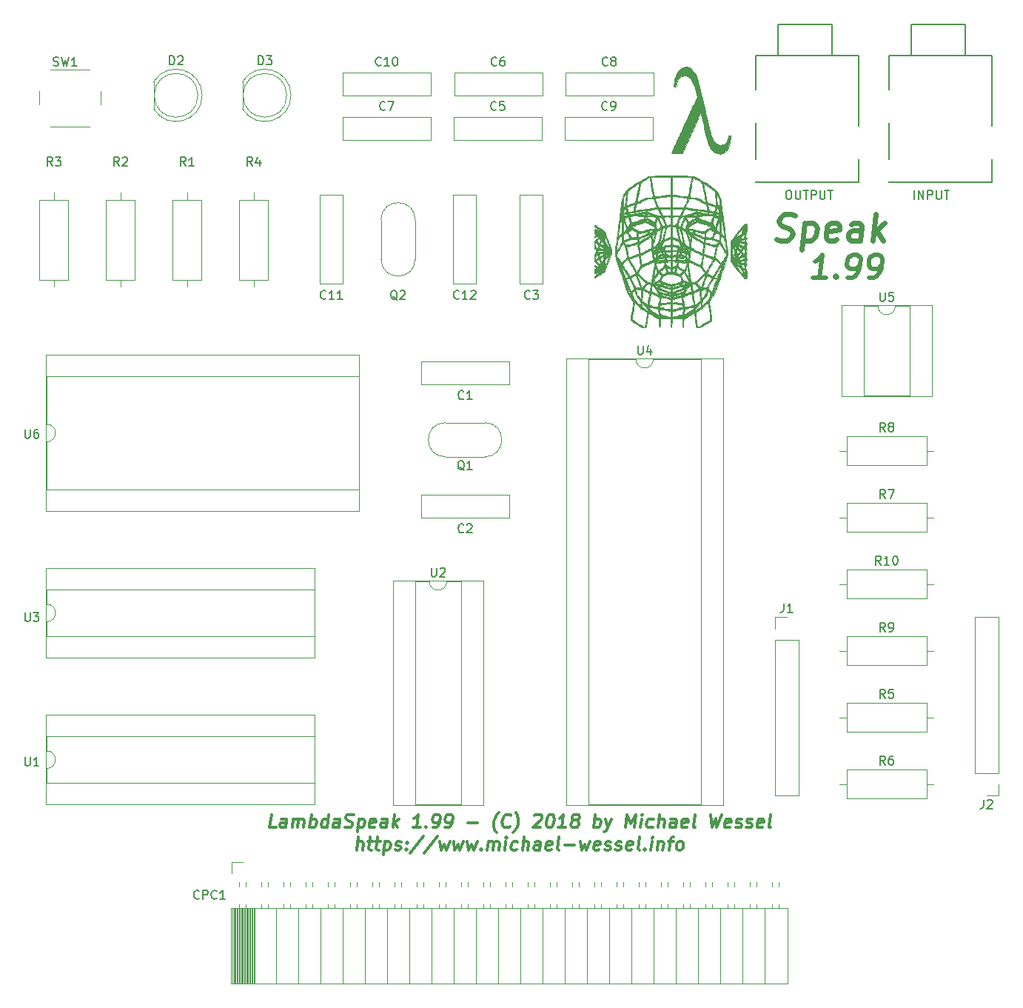
<source format=gto>
G04 #@! TF.FileFunction,Legend,Top*
%FSLAX46Y46*%
G04 Gerber Fmt 4.6, Leading zero omitted, Abs format (unit mm)*
G04 Created by KiCad (PCBNEW 4.0.7) date 05/26/18 22:05:49*
%MOMM*%
%LPD*%
G01*
G04 APERTURE LIST*
%ADD10C,0.100000*%
%ADD11C,0.350000*%
%ADD12C,0.600000*%
%ADD13C,0.500000*%
%ADD14C,0.010000*%
%ADD15C,0.120000*%
%ADD16C,0.150000*%
G04 APERTURE END LIST*
D10*
D11*
X81278038Y-129426571D02*
X80563752Y-129426571D01*
X80751252Y-127926571D01*
X82420895Y-129426571D02*
X82519109Y-128640857D01*
X82465537Y-128498000D01*
X82331609Y-128426571D01*
X82045895Y-128426571D01*
X81894109Y-128498000D01*
X82429823Y-129355143D02*
X82278038Y-129426571D01*
X81920895Y-129426571D01*
X81786966Y-129355143D01*
X81733394Y-129212286D01*
X81751251Y-129069429D01*
X81840538Y-128926571D01*
X81992323Y-128855143D01*
X82349466Y-128855143D01*
X82501252Y-128783714D01*
X83135181Y-129426571D02*
X83260181Y-128426571D01*
X83242323Y-128569429D02*
X83322680Y-128498000D01*
X83474467Y-128426571D01*
X83688752Y-128426571D01*
X83822680Y-128498000D01*
X83876252Y-128640857D01*
X83778038Y-129426571D01*
X83876252Y-128640857D02*
X83965538Y-128498000D01*
X84117324Y-128426571D01*
X84331609Y-128426571D01*
X84465538Y-128498000D01*
X84519109Y-128640857D01*
X84420895Y-129426571D01*
X85135181Y-129426571D02*
X85322681Y-127926571D01*
X85251252Y-128498000D02*
X85403038Y-128426571D01*
X85688752Y-128426571D01*
X85822680Y-128498000D01*
X85885180Y-128569429D01*
X85938752Y-128712286D01*
X85885181Y-129140857D01*
X85795895Y-129283714D01*
X85715537Y-129355143D01*
X85563752Y-129426571D01*
X85278038Y-129426571D01*
X85144109Y-129355143D01*
X87135181Y-129426571D02*
X87322681Y-127926571D01*
X87144109Y-129355143D02*
X86992324Y-129426571D01*
X86706610Y-129426571D01*
X86572680Y-129355143D01*
X86510181Y-129283714D01*
X86456609Y-129140857D01*
X86510180Y-128712286D01*
X86599466Y-128569429D01*
X86679823Y-128498000D01*
X86831610Y-128426571D01*
X87117324Y-128426571D01*
X87251252Y-128498000D01*
X88492324Y-129426571D02*
X88590538Y-128640857D01*
X88536966Y-128498000D01*
X88403038Y-128426571D01*
X88117324Y-128426571D01*
X87965538Y-128498000D01*
X88501252Y-129355143D02*
X88349467Y-129426571D01*
X87992324Y-129426571D01*
X87858395Y-129355143D01*
X87804823Y-129212286D01*
X87822680Y-129069429D01*
X87911967Y-128926571D01*
X88063752Y-128855143D01*
X88420895Y-128855143D01*
X88572681Y-128783714D01*
X89144109Y-129355143D02*
X89349467Y-129426571D01*
X89706610Y-129426571D01*
X89858395Y-129355143D01*
X89938753Y-129283714D01*
X90028038Y-129140857D01*
X90045895Y-128998000D01*
X89992324Y-128855143D01*
X89929824Y-128783714D01*
X89795895Y-128712286D01*
X89519110Y-128640857D01*
X89385180Y-128569429D01*
X89322681Y-128498000D01*
X89269109Y-128355143D01*
X89286966Y-128212286D01*
X89376252Y-128069429D01*
X89456609Y-127998000D01*
X89608396Y-127926571D01*
X89965538Y-127926571D01*
X90170895Y-127998000D01*
X90760181Y-128426571D02*
X90572681Y-129926571D01*
X90751252Y-128498000D02*
X90903038Y-128426571D01*
X91188752Y-128426571D01*
X91322680Y-128498000D01*
X91385180Y-128569429D01*
X91438752Y-128712286D01*
X91385181Y-129140857D01*
X91295895Y-129283714D01*
X91215537Y-129355143D01*
X91063752Y-129426571D01*
X90778038Y-129426571D01*
X90644109Y-129355143D01*
X92572680Y-129355143D02*
X92420895Y-129426571D01*
X92135181Y-129426571D01*
X92001252Y-129355143D01*
X91947680Y-129212286D01*
X92019109Y-128640857D01*
X92108395Y-128498000D01*
X92260181Y-128426571D01*
X92545895Y-128426571D01*
X92679823Y-128498000D01*
X92733395Y-128640857D01*
X92715538Y-128783714D01*
X91983395Y-128926571D01*
X93920895Y-129426571D02*
X94019109Y-128640857D01*
X93965537Y-128498000D01*
X93831609Y-128426571D01*
X93545895Y-128426571D01*
X93394109Y-128498000D01*
X93929823Y-129355143D02*
X93778038Y-129426571D01*
X93420895Y-129426571D01*
X93286966Y-129355143D01*
X93233394Y-129212286D01*
X93251251Y-129069429D01*
X93340538Y-128926571D01*
X93492323Y-128855143D01*
X93849466Y-128855143D01*
X94001252Y-128783714D01*
X94635181Y-129426571D02*
X94822681Y-127926571D01*
X94849466Y-128855143D02*
X95206609Y-129426571D01*
X95331609Y-128426571D02*
X94688752Y-128998000D01*
X97778038Y-129426571D02*
X96920895Y-129426571D01*
X97349467Y-129426571D02*
X97536967Y-127926571D01*
X97367324Y-128140857D01*
X97206609Y-128283714D01*
X97054823Y-128355143D01*
X98438752Y-129283714D02*
X98501251Y-129355143D01*
X98420895Y-129426571D01*
X98358394Y-129355143D01*
X98438752Y-129283714D01*
X98420895Y-129426571D01*
X99206609Y-129426571D02*
X99492324Y-129426571D01*
X99644109Y-129355143D01*
X99724466Y-129283714D01*
X99894109Y-129069429D01*
X100001252Y-128783714D01*
X100072680Y-128212286D01*
X100019109Y-128069429D01*
X99956609Y-127998000D01*
X99822681Y-127926571D01*
X99536967Y-127926571D01*
X99385180Y-127998000D01*
X99304823Y-128069429D01*
X99215537Y-128212286D01*
X99170894Y-128569429D01*
X99224466Y-128712286D01*
X99286966Y-128783714D01*
X99420895Y-128855143D01*
X99706609Y-128855143D01*
X99858395Y-128783714D01*
X99938752Y-128712286D01*
X100028037Y-128569429D01*
X100635180Y-129426571D02*
X100920895Y-129426571D01*
X101072680Y-129355143D01*
X101153037Y-129283714D01*
X101322680Y-129069429D01*
X101429823Y-128783714D01*
X101501251Y-128212286D01*
X101447680Y-128069429D01*
X101385180Y-127998000D01*
X101251252Y-127926571D01*
X100965538Y-127926571D01*
X100813751Y-127998000D01*
X100733394Y-128069429D01*
X100644108Y-128212286D01*
X100599465Y-128569429D01*
X100653037Y-128712286D01*
X100715537Y-128783714D01*
X100849466Y-128855143D01*
X101135180Y-128855143D01*
X101286966Y-128783714D01*
X101367323Y-128712286D01*
X101456608Y-128569429D01*
X103206608Y-128855143D02*
X104349465Y-128855143D01*
X106492322Y-129998000D02*
X106429823Y-129926571D01*
X106313751Y-129712286D01*
X106260179Y-129569429D01*
X106215536Y-129355143D01*
X106188751Y-128998000D01*
X106224465Y-128712286D01*
X106340536Y-128355143D01*
X106438751Y-128140857D01*
X106528037Y-127998000D01*
X106697680Y-127783714D01*
X106778036Y-127712286D01*
X108010180Y-129283714D02*
X107929822Y-129355143D01*
X107706608Y-129426571D01*
X107563751Y-129426571D01*
X107358394Y-129355143D01*
X107233393Y-129212286D01*
X107179822Y-129069429D01*
X107144108Y-128783714D01*
X107170893Y-128569429D01*
X107278037Y-128283714D01*
X107367322Y-128140857D01*
X107528037Y-127998000D01*
X107751251Y-127926571D01*
X107894108Y-127926571D01*
X108099465Y-127998000D01*
X108161965Y-128069429D01*
X108420894Y-129998000D02*
X108501251Y-129926571D01*
X108670893Y-129712286D01*
X108760179Y-129569429D01*
X108858394Y-129355143D01*
X108974465Y-128998000D01*
X109010179Y-128712286D01*
X108983394Y-128355143D01*
X108938751Y-128140857D01*
X108885179Y-127998000D01*
X108769108Y-127783714D01*
X108706608Y-127712286D01*
X110876250Y-128069429D02*
X110956608Y-127998000D01*
X111108394Y-127926571D01*
X111465537Y-127926571D01*
X111599465Y-127998000D01*
X111661965Y-128069429D01*
X111715536Y-128212286D01*
X111697679Y-128355143D01*
X111599465Y-128569429D01*
X110635180Y-129426571D01*
X111563751Y-129426571D01*
X112679822Y-127926571D02*
X112822679Y-127926571D01*
X112956607Y-127998000D01*
X113019107Y-128069429D01*
X113072679Y-128212286D01*
X113108393Y-128498000D01*
X113063750Y-128855143D01*
X112956608Y-129140857D01*
X112867322Y-129283714D01*
X112786964Y-129355143D01*
X112635179Y-129426571D01*
X112492322Y-129426571D01*
X112358393Y-129355143D01*
X112295893Y-129283714D01*
X112242322Y-129140857D01*
X112206607Y-128855143D01*
X112251250Y-128498000D01*
X112358393Y-128212286D01*
X112447678Y-128069429D01*
X112528036Y-127998000D01*
X112679822Y-127926571D01*
X114420893Y-129426571D02*
X113563750Y-129426571D01*
X113992322Y-129426571D02*
X114179822Y-127926571D01*
X114010179Y-128140857D01*
X113849464Y-128283714D01*
X113697678Y-128355143D01*
X115385178Y-128569429D02*
X115251249Y-128498000D01*
X115188750Y-128426571D01*
X115135178Y-128283714D01*
X115144106Y-128212286D01*
X115233392Y-128069429D01*
X115313749Y-127998000D01*
X115465536Y-127926571D01*
X115751250Y-127926571D01*
X115885178Y-127998000D01*
X115947678Y-128069429D01*
X116001249Y-128212286D01*
X115992321Y-128283714D01*
X115903036Y-128426571D01*
X115822678Y-128498000D01*
X115670892Y-128569429D01*
X115385178Y-128569429D01*
X115233392Y-128640857D01*
X115153035Y-128712286D01*
X115063749Y-128855143D01*
X115028035Y-129140857D01*
X115081607Y-129283714D01*
X115144106Y-129355143D01*
X115278036Y-129426571D01*
X115563750Y-129426571D01*
X115715535Y-129355143D01*
X115795893Y-129283714D01*
X115885178Y-129140857D01*
X115920892Y-128855143D01*
X115867321Y-128712286D01*
X115804821Y-128640857D01*
X115670892Y-128569429D01*
X117635178Y-129426571D02*
X117822678Y-127926571D01*
X117751249Y-128498000D02*
X117903035Y-128426571D01*
X118188749Y-128426571D01*
X118322677Y-128498000D01*
X118385177Y-128569429D01*
X118438749Y-128712286D01*
X118385178Y-129140857D01*
X118295892Y-129283714D01*
X118215534Y-129355143D01*
X118063749Y-129426571D01*
X117778035Y-129426571D01*
X117644106Y-129355143D01*
X118974464Y-128426571D02*
X119206607Y-129426571D01*
X119688749Y-128426571D02*
X119206607Y-129426571D01*
X119019106Y-129783714D01*
X118938749Y-129855143D01*
X118786964Y-129926571D01*
X121278035Y-129426571D02*
X121465535Y-127926571D01*
X121831606Y-128998000D01*
X122465535Y-127926571D01*
X122278035Y-129426571D01*
X122992321Y-129426571D02*
X123117321Y-128426571D01*
X123179821Y-127926571D02*
X123099463Y-127998000D01*
X123161963Y-128069429D01*
X123242320Y-127998000D01*
X123179821Y-127926571D01*
X123161963Y-128069429D01*
X124358392Y-129355143D02*
X124206607Y-129426571D01*
X123920893Y-129426571D01*
X123786963Y-129355143D01*
X123724464Y-129283714D01*
X123670892Y-129140857D01*
X123724463Y-128712286D01*
X123813749Y-128569429D01*
X123894106Y-128498000D01*
X124045893Y-128426571D01*
X124331607Y-128426571D01*
X124465535Y-128498000D01*
X124992321Y-129426571D02*
X125179821Y-127926571D01*
X125635178Y-129426571D02*
X125733392Y-128640857D01*
X125679820Y-128498000D01*
X125545892Y-128426571D01*
X125331607Y-128426571D01*
X125179820Y-128498000D01*
X125099463Y-128569429D01*
X126992321Y-129426571D02*
X127090535Y-128640857D01*
X127036963Y-128498000D01*
X126903035Y-128426571D01*
X126617321Y-128426571D01*
X126465535Y-128498000D01*
X127001249Y-129355143D02*
X126849464Y-129426571D01*
X126492321Y-129426571D01*
X126358392Y-129355143D01*
X126304820Y-129212286D01*
X126322677Y-129069429D01*
X126411964Y-128926571D01*
X126563749Y-128855143D01*
X126920892Y-128855143D01*
X127072678Y-128783714D01*
X128286963Y-129355143D02*
X128135178Y-129426571D01*
X127849464Y-129426571D01*
X127715535Y-129355143D01*
X127661963Y-129212286D01*
X127733392Y-128640857D01*
X127822678Y-128498000D01*
X127974464Y-128426571D01*
X128260178Y-128426571D01*
X128394106Y-128498000D01*
X128447678Y-128640857D01*
X128429821Y-128783714D01*
X127697678Y-128926571D01*
X129206607Y-129426571D02*
X129072677Y-129355143D01*
X129019106Y-129212286D01*
X129179821Y-127926571D01*
X130965535Y-127926571D02*
X131135178Y-129426571D01*
X131554820Y-128355143D01*
X131706606Y-129426571D01*
X132251249Y-127926571D01*
X133215534Y-129355143D02*
X133063749Y-129426571D01*
X132778035Y-129426571D01*
X132644106Y-129355143D01*
X132590534Y-129212286D01*
X132661963Y-128640857D01*
X132751249Y-128498000D01*
X132903035Y-128426571D01*
X133188749Y-128426571D01*
X133322677Y-128498000D01*
X133376249Y-128640857D01*
X133358392Y-128783714D01*
X132626249Y-128926571D01*
X133858391Y-129355143D02*
X133992320Y-129426571D01*
X134278035Y-129426571D01*
X134429820Y-129355143D01*
X134519105Y-129212286D01*
X134528034Y-129140857D01*
X134474463Y-128998000D01*
X134340535Y-128926571D01*
X134126249Y-128926571D01*
X133992320Y-128855143D01*
X133938748Y-128712286D01*
X133947677Y-128640857D01*
X134036963Y-128498000D01*
X134188749Y-128426571D01*
X134403035Y-128426571D01*
X134536963Y-128498000D01*
X135072677Y-129355143D02*
X135206606Y-129426571D01*
X135492321Y-129426571D01*
X135644106Y-129355143D01*
X135733391Y-129212286D01*
X135742320Y-129140857D01*
X135688749Y-128998000D01*
X135554821Y-128926571D01*
X135340535Y-128926571D01*
X135206606Y-128855143D01*
X135153034Y-128712286D01*
X135161963Y-128640857D01*
X135251249Y-128498000D01*
X135403035Y-128426571D01*
X135617321Y-128426571D01*
X135751249Y-128498000D01*
X136929820Y-129355143D02*
X136778035Y-129426571D01*
X136492321Y-129426571D01*
X136358392Y-129355143D01*
X136304820Y-129212286D01*
X136376249Y-128640857D01*
X136465535Y-128498000D01*
X136617321Y-128426571D01*
X136903035Y-128426571D01*
X137036963Y-128498000D01*
X137090535Y-128640857D01*
X137072678Y-128783714D01*
X136340535Y-128926571D01*
X137849464Y-129426571D02*
X137715534Y-129355143D01*
X137661963Y-129212286D01*
X137822678Y-127926571D01*
X90528034Y-132026571D02*
X90715534Y-130526571D01*
X91170891Y-132026571D02*
X91269105Y-131240857D01*
X91215533Y-131098000D01*
X91081605Y-131026571D01*
X90867320Y-131026571D01*
X90715533Y-131098000D01*
X90635176Y-131169429D01*
X91795891Y-131026571D02*
X92367320Y-131026571D01*
X92072677Y-130526571D02*
X91911962Y-131812286D01*
X91965533Y-131955143D01*
X92099463Y-132026571D01*
X92242320Y-132026571D01*
X92653034Y-131026571D02*
X93224463Y-131026571D01*
X92929820Y-130526571D02*
X92769105Y-131812286D01*
X92822676Y-131955143D01*
X92956606Y-132026571D01*
X93099463Y-132026571D01*
X93724463Y-131026571D02*
X93536963Y-132526571D01*
X93715534Y-131098000D02*
X93867320Y-131026571D01*
X94153034Y-131026571D01*
X94286962Y-131098000D01*
X94349462Y-131169429D01*
X94403034Y-131312286D01*
X94349463Y-131740857D01*
X94260177Y-131883714D01*
X94179819Y-131955143D01*
X94028034Y-132026571D01*
X93742320Y-132026571D01*
X93608391Y-131955143D01*
X94894105Y-131955143D02*
X95028034Y-132026571D01*
X95313749Y-132026571D01*
X95465534Y-131955143D01*
X95554819Y-131812286D01*
X95563748Y-131740857D01*
X95510177Y-131598000D01*
X95376249Y-131526571D01*
X95161963Y-131526571D01*
X95028034Y-131455143D01*
X94974462Y-131312286D01*
X94983391Y-131240857D01*
X95072677Y-131098000D01*
X95224463Y-131026571D01*
X95438749Y-131026571D01*
X95572677Y-131098000D01*
X96188749Y-131883714D02*
X96251248Y-131955143D01*
X96170892Y-132026571D01*
X96108391Y-131955143D01*
X96188749Y-131883714D01*
X96170892Y-132026571D01*
X96286963Y-131098000D02*
X96349462Y-131169429D01*
X96269106Y-131240857D01*
X96206605Y-131169429D01*
X96286963Y-131098000D01*
X96269106Y-131240857D01*
X98153034Y-130455143D02*
X96626249Y-132383714D01*
X99724463Y-130455143D02*
X98197678Y-132383714D01*
X100010179Y-131026571D02*
X100170893Y-132026571D01*
X100545892Y-131312286D01*
X100742322Y-132026571D01*
X101153036Y-131026571D01*
X101581608Y-131026571D02*
X101742322Y-132026571D01*
X102117321Y-131312286D01*
X102313751Y-132026571D01*
X102724465Y-131026571D01*
X103153037Y-131026571D02*
X103313751Y-132026571D01*
X103688750Y-131312286D01*
X103885180Y-132026571D01*
X104295894Y-131026571D01*
X104760180Y-131883714D02*
X104822679Y-131955143D01*
X104742323Y-132026571D01*
X104679822Y-131955143D01*
X104760180Y-131883714D01*
X104742323Y-132026571D01*
X105456609Y-132026571D02*
X105581609Y-131026571D01*
X105563751Y-131169429D02*
X105644108Y-131098000D01*
X105795895Y-131026571D01*
X106010180Y-131026571D01*
X106144108Y-131098000D01*
X106197680Y-131240857D01*
X106099466Y-132026571D01*
X106197680Y-131240857D02*
X106286966Y-131098000D01*
X106438752Y-131026571D01*
X106653037Y-131026571D01*
X106786966Y-131098000D01*
X106840537Y-131240857D01*
X106742323Y-132026571D01*
X107456609Y-132026571D02*
X107581609Y-131026571D01*
X107644109Y-130526571D02*
X107563751Y-130598000D01*
X107626251Y-130669429D01*
X107706608Y-130598000D01*
X107644109Y-130526571D01*
X107626251Y-130669429D01*
X108822680Y-131955143D02*
X108670895Y-132026571D01*
X108385181Y-132026571D01*
X108251251Y-131955143D01*
X108188752Y-131883714D01*
X108135180Y-131740857D01*
X108188751Y-131312286D01*
X108278037Y-131169429D01*
X108358394Y-131098000D01*
X108510181Y-131026571D01*
X108795895Y-131026571D01*
X108929823Y-131098000D01*
X109456609Y-132026571D02*
X109644109Y-130526571D01*
X110099466Y-132026571D02*
X110197680Y-131240857D01*
X110144108Y-131098000D01*
X110010180Y-131026571D01*
X109795895Y-131026571D01*
X109644108Y-131098000D01*
X109563751Y-131169429D01*
X111456609Y-132026571D02*
X111554823Y-131240857D01*
X111501251Y-131098000D01*
X111367323Y-131026571D01*
X111081609Y-131026571D01*
X110929823Y-131098000D01*
X111465537Y-131955143D02*
X111313752Y-132026571D01*
X110956609Y-132026571D01*
X110822680Y-131955143D01*
X110769108Y-131812286D01*
X110786965Y-131669429D01*
X110876252Y-131526571D01*
X111028037Y-131455143D01*
X111385180Y-131455143D01*
X111536966Y-131383714D01*
X112751251Y-131955143D02*
X112599466Y-132026571D01*
X112313752Y-132026571D01*
X112179823Y-131955143D01*
X112126251Y-131812286D01*
X112197680Y-131240857D01*
X112286966Y-131098000D01*
X112438752Y-131026571D01*
X112724466Y-131026571D01*
X112858394Y-131098000D01*
X112911966Y-131240857D01*
X112894109Y-131383714D01*
X112161966Y-131526571D01*
X113670895Y-132026571D02*
X113536965Y-131955143D01*
X113483394Y-131812286D01*
X113644109Y-130526571D01*
X114313751Y-131455143D02*
X115456608Y-131455143D01*
X116081609Y-131026571D02*
X116242323Y-132026571D01*
X116617322Y-131312286D01*
X116813752Y-132026571D01*
X117224466Y-131026571D01*
X118251251Y-131955143D02*
X118099466Y-132026571D01*
X117813752Y-132026571D01*
X117679823Y-131955143D01*
X117626251Y-131812286D01*
X117697680Y-131240857D01*
X117786966Y-131098000D01*
X117938752Y-131026571D01*
X118224466Y-131026571D01*
X118358394Y-131098000D01*
X118411966Y-131240857D01*
X118394109Y-131383714D01*
X117661966Y-131526571D01*
X118894108Y-131955143D02*
X119028037Y-132026571D01*
X119313752Y-132026571D01*
X119465537Y-131955143D01*
X119554822Y-131812286D01*
X119563751Y-131740857D01*
X119510180Y-131598000D01*
X119376252Y-131526571D01*
X119161966Y-131526571D01*
X119028037Y-131455143D01*
X118974465Y-131312286D01*
X118983394Y-131240857D01*
X119072680Y-131098000D01*
X119224466Y-131026571D01*
X119438752Y-131026571D01*
X119572680Y-131098000D01*
X120108394Y-131955143D02*
X120242323Y-132026571D01*
X120528038Y-132026571D01*
X120679823Y-131955143D01*
X120769108Y-131812286D01*
X120778037Y-131740857D01*
X120724466Y-131598000D01*
X120590538Y-131526571D01*
X120376252Y-131526571D01*
X120242323Y-131455143D01*
X120188751Y-131312286D01*
X120197680Y-131240857D01*
X120286966Y-131098000D01*
X120438752Y-131026571D01*
X120653038Y-131026571D01*
X120786966Y-131098000D01*
X121965537Y-131955143D02*
X121813752Y-132026571D01*
X121528038Y-132026571D01*
X121394109Y-131955143D01*
X121340537Y-131812286D01*
X121411966Y-131240857D01*
X121501252Y-131098000D01*
X121653038Y-131026571D01*
X121938752Y-131026571D01*
X122072680Y-131098000D01*
X122126252Y-131240857D01*
X122108395Y-131383714D01*
X121376252Y-131526571D01*
X122885181Y-132026571D02*
X122751251Y-131955143D01*
X122697680Y-131812286D01*
X122858395Y-130526571D01*
X123474466Y-131883714D02*
X123536965Y-131955143D01*
X123456609Y-132026571D01*
X123394108Y-131955143D01*
X123474466Y-131883714D01*
X123456609Y-132026571D01*
X124170895Y-132026571D02*
X124295895Y-131026571D01*
X124358395Y-130526571D02*
X124278037Y-130598000D01*
X124340537Y-130669429D01*
X124420894Y-130598000D01*
X124358395Y-130526571D01*
X124340537Y-130669429D01*
X125010181Y-131026571D02*
X124885181Y-132026571D01*
X124992323Y-131169429D02*
X125072680Y-131098000D01*
X125224467Y-131026571D01*
X125438752Y-131026571D01*
X125572680Y-131098000D01*
X125626252Y-131240857D01*
X125528038Y-132026571D01*
X126153038Y-131026571D02*
X126724467Y-131026571D01*
X126242324Y-132026571D02*
X126403038Y-130740857D01*
X126492323Y-130598000D01*
X126644110Y-130526571D01*
X126786967Y-130526571D01*
X127313753Y-132026571D02*
X127179823Y-131955143D01*
X127117324Y-131883714D01*
X127063752Y-131740857D01*
X127117323Y-131312286D01*
X127206609Y-131169429D01*
X127286966Y-131098000D01*
X127438753Y-131026571D01*
X127653038Y-131026571D01*
X127786966Y-131098000D01*
X127849466Y-131169429D01*
X127903038Y-131312286D01*
X127849467Y-131740857D01*
X127760181Y-131883714D01*
X127679823Y-131955143D01*
X127528038Y-132026571D01*
X127313753Y-132026571D01*
D12*
X138556786Y-62174286D02*
X138967500Y-62317143D01*
X139681786Y-62317143D01*
X139985357Y-62174286D01*
X140146071Y-62031429D01*
X140324643Y-61745714D01*
X140360357Y-61460000D01*
X140253214Y-61174286D01*
X140128214Y-61031429D01*
X139860358Y-60888571D01*
X139306786Y-60745714D01*
X139038929Y-60602857D01*
X138913929Y-60460000D01*
X138806786Y-60174286D01*
X138842501Y-59888571D01*
X139021072Y-59602857D01*
X139181786Y-59460000D01*
X139485357Y-59317143D01*
X140199643Y-59317143D01*
X140610357Y-59460000D01*
X141788929Y-60317143D02*
X141413929Y-63317143D01*
X141771072Y-60460000D02*
X142074643Y-60317143D01*
X142646072Y-60317143D01*
X142913929Y-60460000D01*
X143038929Y-60602857D01*
X143146072Y-60888571D01*
X143038929Y-61745714D01*
X142860357Y-62031429D01*
X142699643Y-62174286D01*
X142396072Y-62317143D01*
X141824643Y-62317143D01*
X141556786Y-62174286D01*
X145413929Y-62174286D02*
X145110358Y-62317143D01*
X144538929Y-62317143D01*
X144271072Y-62174286D01*
X144163930Y-61888571D01*
X144306787Y-60745714D01*
X144485358Y-60460000D01*
X144788929Y-60317143D01*
X145360358Y-60317143D01*
X145628215Y-60460000D01*
X145735358Y-60745714D01*
X145699643Y-61031429D01*
X144235358Y-61317143D01*
X148110358Y-62317143D02*
X148306787Y-60745714D01*
X148199644Y-60460000D01*
X147931787Y-60317143D01*
X147360358Y-60317143D01*
X147056787Y-60460000D01*
X148128215Y-62174286D02*
X147824644Y-62317143D01*
X147110358Y-62317143D01*
X146842501Y-62174286D01*
X146735359Y-61888571D01*
X146771073Y-61602857D01*
X146949644Y-61317143D01*
X147253215Y-61174286D01*
X147967501Y-61174286D01*
X148271072Y-61031429D01*
X149538930Y-62317143D02*
X149913930Y-59317143D01*
X149967501Y-61174286D02*
X150681787Y-62317143D01*
X150931787Y-60317143D02*
X149646073Y-61460000D01*
D13*
X144185596Y-66581190D02*
X142699882Y-66581190D01*
X143442739Y-66581190D02*
X143767739Y-63981190D01*
X143473692Y-64352619D01*
X143195120Y-64600238D01*
X142932025Y-64724048D01*
X145330835Y-66333571D02*
X145439167Y-66457381D01*
X145299882Y-66581190D01*
X145191548Y-66457381D01*
X145330835Y-66333571D01*
X145299882Y-66581190D01*
X146661786Y-66581190D02*
X147157024Y-66581190D01*
X147420119Y-66457381D01*
X147559406Y-66333571D01*
X147853453Y-65962143D01*
X148039167Y-65466905D01*
X148162976Y-64476429D01*
X148070120Y-64228810D01*
X147961786Y-64105000D01*
X147729643Y-63981190D01*
X147234405Y-63981190D01*
X146971310Y-64105000D01*
X146832025Y-64228810D01*
X146677262Y-64476429D01*
X146599882Y-65095476D01*
X146692739Y-65343095D01*
X146801072Y-65466905D01*
X147033215Y-65590714D01*
X147528453Y-65590714D01*
X147791548Y-65466905D01*
X147930834Y-65343095D01*
X148085596Y-65095476D01*
X149137976Y-66581190D02*
X149633214Y-66581190D01*
X149896309Y-66457381D01*
X150035596Y-66333571D01*
X150329643Y-65962143D01*
X150515357Y-65466905D01*
X150639166Y-64476429D01*
X150546310Y-64228810D01*
X150437976Y-64105000D01*
X150205833Y-63981190D01*
X149710595Y-63981190D01*
X149447500Y-64105000D01*
X149308215Y-64228810D01*
X149153452Y-64476429D01*
X149076072Y-65095476D01*
X149168929Y-65343095D01*
X149277262Y-65466905D01*
X149509405Y-65590714D01*
X150004643Y-65590714D01*
X150267738Y-65466905D01*
X150407024Y-65343095D01*
X150561786Y-65095476D01*
D14*
G36*
X128317231Y-42473633D02*
X128424903Y-42491626D01*
X128526054Y-42529036D01*
X128584844Y-42557879D01*
X128803371Y-42705335D01*
X129003110Y-42912475D01*
X129184283Y-43179616D01*
X129347106Y-43507073D01*
X129475845Y-43846750D01*
X129524099Y-44002706D01*
X129584360Y-44217709D01*
X129655866Y-44488605D01*
X129737853Y-44812238D01*
X129829555Y-45185454D01*
X129930209Y-45605096D01*
X130039051Y-46068012D01*
X130155317Y-46571044D01*
X130278242Y-47111040D01*
X130407063Y-47684843D01*
X130425565Y-47767875D01*
X130538258Y-48271025D01*
X130639694Y-48716222D01*
X130731260Y-49107743D01*
X130814343Y-49449862D01*
X130890329Y-49746855D01*
X130960607Y-50002998D01*
X131026564Y-50222566D01*
X131089586Y-50409836D01*
X131151062Y-50569082D01*
X131212377Y-50704580D01*
X131274920Y-50820606D01*
X131340077Y-50921435D01*
X131409236Y-51011344D01*
X131483785Y-51094607D01*
X131515436Y-51127022D01*
X131679721Y-51267944D01*
X131844468Y-51355162D01*
X132026911Y-51396217D01*
X132143500Y-51401855D01*
X132370417Y-51374664D01*
X132564268Y-51293497D01*
X132724428Y-51158964D01*
X132850275Y-50971676D01*
X132941185Y-50732241D01*
X132974261Y-50588312D01*
X132994811Y-50481649D01*
X133011890Y-50397937D01*
X133019764Y-50363437D01*
X133056996Y-50336790D01*
X133139902Y-50324168D01*
X133161212Y-50323750D01*
X133291917Y-50323750D01*
X133271562Y-50569812D01*
X133235499Y-50913892D01*
X133187458Y-51204754D01*
X133124874Y-51451976D01*
X133045181Y-51665138D01*
X132945814Y-51853819D01*
X132914596Y-51902842D01*
X132747384Y-52103016D01*
X132546016Y-52255923D01*
X132319552Y-52357649D01*
X132077056Y-52404282D01*
X131827591Y-52391911D01*
X131795688Y-52385882D01*
X131534025Y-52300636D01*
X131299558Y-52159536D01*
X131096118Y-51965772D01*
X130927534Y-51722533D01*
X130873343Y-51617656D01*
X130822896Y-51505889D01*
X130774288Y-51385534D01*
X130726024Y-51251067D01*
X130676608Y-51096962D01*
X130624546Y-50917696D01*
X130568342Y-50707742D01*
X130506502Y-50461575D01*
X130437530Y-50173672D01*
X130359932Y-49838507D01*
X130272212Y-49450555D01*
X130203195Y-49141062D01*
X130136983Y-48844318D01*
X130074557Y-48567390D01*
X130017317Y-48316276D01*
X129966658Y-48096970D01*
X129923977Y-47915469D01*
X129890671Y-47777768D01*
X129868136Y-47689863D01*
X129857771Y-47657751D01*
X129857632Y-47657712D01*
X129841004Y-47685817D01*
X129803065Y-47764135D01*
X129747541Y-47884518D01*
X129678155Y-48038823D01*
X129598631Y-48218905D01*
X129549136Y-48332400D01*
X129442374Y-48577736D01*
X129319662Y-48858777D01*
X129190783Y-49153176D01*
X129065521Y-49438586D01*
X128953658Y-49692658D01*
X128948378Y-49704625D01*
X128853157Y-49920584D01*
X128739223Y-50179308D01*
X128613350Y-50465397D01*
X128482308Y-50763454D01*
X128352871Y-51058082D01*
X128231809Y-51333881D01*
X128222270Y-51355625D01*
X127804432Y-52308125D01*
X127174306Y-52316752D01*
X126980320Y-52318212D01*
X126808286Y-52317232D01*
X126668197Y-52314056D01*
X126570044Y-52308926D01*
X126523820Y-52302086D01*
X126521935Y-52300877D01*
X126528239Y-52266150D01*
X126558523Y-52183043D01*
X126609121Y-52060344D01*
X126676365Y-51906839D01*
X126756592Y-51731315D01*
X126783845Y-51673125D01*
X126883273Y-51461355D01*
X127000591Y-51210369D01*
X127127189Y-50938658D01*
X127254456Y-50664710D01*
X127373781Y-50407016D01*
X127412230Y-50323750D01*
X127532172Y-50063998D01*
X127668014Y-49770183D01*
X127809714Y-49464006D01*
X127947227Y-49167163D01*
X128070512Y-48901355D01*
X128095573Y-48847375D01*
X128211510Y-48597533D01*
X128344569Y-48310495D01*
X128485273Y-48006724D01*
X128624144Y-47706683D01*
X128751705Y-47430837D01*
X128794024Y-47339250D01*
X128898707Y-47112777D01*
X129003199Y-46886970D01*
X129101951Y-46673802D01*
X129189414Y-46485245D01*
X129260040Y-46333270D01*
X129299056Y-46249571D01*
X129359150Y-46114616D01*
X129407191Y-45994649D01*
X129437357Y-45904963D01*
X129444750Y-45866904D01*
X129436211Y-45797103D01*
X129412750Y-45679051D01*
X129377596Y-45525350D01*
X129333979Y-45348598D01*
X129285128Y-45161396D01*
X129234274Y-44976343D01*
X129184647Y-44806041D01*
X129139477Y-44663087D01*
X129126297Y-44624625D01*
X128987617Y-44279110D01*
X128836373Y-43995555D01*
X128672339Y-43773633D01*
X128495286Y-43613012D01*
X128381125Y-43545155D01*
X128202202Y-43490406D01*
X128000188Y-43481726D01*
X127794939Y-43518410D01*
X127659941Y-43570720D01*
X127452072Y-43706861D01*
X127286587Y-43889361D01*
X127164827Y-44116122D01*
X127088134Y-44385050D01*
X127072165Y-44488933D01*
X127047625Y-44688125D01*
X126913974Y-44697825D01*
X126780324Y-44707525D01*
X126796361Y-44539075D01*
X126832074Y-44218964D01*
X126874643Y-43949612D01*
X126927096Y-43718394D01*
X126992461Y-43512684D01*
X127073764Y-43319857D01*
X127103080Y-43259925D01*
X127265441Y-42984251D01*
X127444840Y-42768875D01*
X127643115Y-42612440D01*
X127862103Y-42513589D01*
X128103643Y-42470966D01*
X128174750Y-42468922D01*
X128317231Y-42473633D01*
X128317231Y-42473633D01*
G37*
X128317231Y-42473633D02*
X128424903Y-42491626D01*
X128526054Y-42529036D01*
X128584844Y-42557879D01*
X128803371Y-42705335D01*
X129003110Y-42912475D01*
X129184283Y-43179616D01*
X129347106Y-43507073D01*
X129475845Y-43846750D01*
X129524099Y-44002706D01*
X129584360Y-44217709D01*
X129655866Y-44488605D01*
X129737853Y-44812238D01*
X129829555Y-45185454D01*
X129930209Y-45605096D01*
X130039051Y-46068012D01*
X130155317Y-46571044D01*
X130278242Y-47111040D01*
X130407063Y-47684843D01*
X130425565Y-47767875D01*
X130538258Y-48271025D01*
X130639694Y-48716222D01*
X130731260Y-49107743D01*
X130814343Y-49449862D01*
X130890329Y-49746855D01*
X130960607Y-50002998D01*
X131026564Y-50222566D01*
X131089586Y-50409836D01*
X131151062Y-50569082D01*
X131212377Y-50704580D01*
X131274920Y-50820606D01*
X131340077Y-50921435D01*
X131409236Y-51011344D01*
X131483785Y-51094607D01*
X131515436Y-51127022D01*
X131679721Y-51267944D01*
X131844468Y-51355162D01*
X132026911Y-51396217D01*
X132143500Y-51401855D01*
X132370417Y-51374664D01*
X132564268Y-51293497D01*
X132724428Y-51158964D01*
X132850275Y-50971676D01*
X132941185Y-50732241D01*
X132974261Y-50588312D01*
X132994811Y-50481649D01*
X133011890Y-50397937D01*
X133019764Y-50363437D01*
X133056996Y-50336790D01*
X133139902Y-50324168D01*
X133161212Y-50323750D01*
X133291917Y-50323750D01*
X133271562Y-50569812D01*
X133235499Y-50913892D01*
X133187458Y-51204754D01*
X133124874Y-51451976D01*
X133045181Y-51665138D01*
X132945814Y-51853819D01*
X132914596Y-51902842D01*
X132747384Y-52103016D01*
X132546016Y-52255923D01*
X132319552Y-52357649D01*
X132077056Y-52404282D01*
X131827591Y-52391911D01*
X131795688Y-52385882D01*
X131534025Y-52300636D01*
X131299558Y-52159536D01*
X131096118Y-51965772D01*
X130927534Y-51722533D01*
X130873343Y-51617656D01*
X130822896Y-51505889D01*
X130774288Y-51385534D01*
X130726024Y-51251067D01*
X130676608Y-51096962D01*
X130624546Y-50917696D01*
X130568342Y-50707742D01*
X130506502Y-50461575D01*
X130437530Y-50173672D01*
X130359932Y-49838507D01*
X130272212Y-49450555D01*
X130203195Y-49141062D01*
X130136983Y-48844318D01*
X130074557Y-48567390D01*
X130017317Y-48316276D01*
X129966658Y-48096970D01*
X129923977Y-47915469D01*
X129890671Y-47777768D01*
X129868136Y-47689863D01*
X129857771Y-47657751D01*
X129857632Y-47657712D01*
X129841004Y-47685817D01*
X129803065Y-47764135D01*
X129747541Y-47884518D01*
X129678155Y-48038823D01*
X129598631Y-48218905D01*
X129549136Y-48332400D01*
X129442374Y-48577736D01*
X129319662Y-48858777D01*
X129190783Y-49153176D01*
X129065521Y-49438586D01*
X128953658Y-49692658D01*
X128948378Y-49704625D01*
X128853157Y-49920584D01*
X128739223Y-50179308D01*
X128613350Y-50465397D01*
X128482308Y-50763454D01*
X128352871Y-51058082D01*
X128231809Y-51333881D01*
X128222270Y-51355625D01*
X127804432Y-52308125D01*
X127174306Y-52316752D01*
X126980320Y-52318212D01*
X126808286Y-52317232D01*
X126668197Y-52314056D01*
X126570044Y-52308926D01*
X126523820Y-52302086D01*
X126521935Y-52300877D01*
X126528239Y-52266150D01*
X126558523Y-52183043D01*
X126609121Y-52060344D01*
X126676365Y-51906839D01*
X126756592Y-51731315D01*
X126783845Y-51673125D01*
X126883273Y-51461355D01*
X127000591Y-51210369D01*
X127127189Y-50938658D01*
X127254456Y-50664710D01*
X127373781Y-50407016D01*
X127412230Y-50323750D01*
X127532172Y-50063998D01*
X127668014Y-49770183D01*
X127809714Y-49464006D01*
X127947227Y-49167163D01*
X128070512Y-48901355D01*
X128095573Y-48847375D01*
X128211510Y-48597533D01*
X128344569Y-48310495D01*
X128485273Y-48006724D01*
X128624144Y-47706683D01*
X128751705Y-47430837D01*
X128794024Y-47339250D01*
X128898707Y-47112777D01*
X129003199Y-46886970D01*
X129101951Y-46673802D01*
X129189414Y-46485245D01*
X129260040Y-46333270D01*
X129299056Y-46249571D01*
X129359150Y-46114616D01*
X129407191Y-45994649D01*
X129437357Y-45904963D01*
X129444750Y-45866904D01*
X129436211Y-45797103D01*
X129412750Y-45679051D01*
X129377596Y-45525350D01*
X129333979Y-45348598D01*
X129285128Y-45161396D01*
X129234274Y-44976343D01*
X129184647Y-44806041D01*
X129139477Y-44663087D01*
X129126297Y-44624625D01*
X128987617Y-44279110D01*
X128836373Y-43995555D01*
X128672339Y-43773633D01*
X128495286Y-43613012D01*
X128381125Y-43545155D01*
X128202202Y-43490406D01*
X128000188Y-43481726D01*
X127794939Y-43518410D01*
X127659941Y-43570720D01*
X127452072Y-43706861D01*
X127286587Y-43889361D01*
X127164827Y-44116122D01*
X127088134Y-44385050D01*
X127072165Y-44488933D01*
X127047625Y-44688125D01*
X126913974Y-44697825D01*
X126780324Y-44707525D01*
X126796361Y-44539075D01*
X126832074Y-44218964D01*
X126874643Y-43949612D01*
X126927096Y-43718394D01*
X126992461Y-43512684D01*
X127073764Y-43319857D01*
X127103080Y-43259925D01*
X127265441Y-42984251D01*
X127444840Y-42768875D01*
X127643115Y-42612440D01*
X127862103Y-42513589D01*
X128103643Y-42470966D01*
X128174750Y-42468922D01*
X128317231Y-42473633D01*
G36*
X127122327Y-54918346D02*
X127682420Y-54921111D01*
X128138186Y-54927127D01*
X128500955Y-54937126D01*
X128782058Y-54951844D01*
X128992824Y-54972014D01*
X129144585Y-54998370D01*
X129248669Y-55031647D01*
X129316409Y-55072578D01*
X129348207Y-55106097D01*
X129418100Y-55155883D01*
X129567892Y-55242734D01*
X129746375Y-55338022D01*
X129933736Y-55441745D01*
X130065454Y-55528244D01*
X130111500Y-55576147D01*
X130164234Y-55618050D01*
X130226163Y-55626000D01*
X130351249Y-55661815D01*
X130510579Y-55749907D01*
X130537734Y-55768875D01*
X130711110Y-55892288D01*
X130867689Y-56000092D01*
X130878045Y-56007000D01*
X131032641Y-56121568D01*
X131129202Y-56204603D01*
X131262266Y-56310982D01*
X131420353Y-56415410D01*
X131572637Y-56554433D01*
X131737983Y-56783924D01*
X131899296Y-57070984D01*
X132039482Y-57382712D01*
X132141445Y-57686208D01*
X132181475Y-57880250D01*
X132206335Y-58090258D01*
X132219576Y-58247681D01*
X132219279Y-58309357D01*
X132224409Y-58396015D01*
X132252216Y-58556999D01*
X132267816Y-58630277D01*
X132307182Y-58847016D01*
X132344553Y-59119744D01*
X132364702Y-59312420D01*
X132394501Y-59601637D01*
X132432632Y-59904751D01*
X132457298Y-60071000D01*
X132490193Y-60292675D01*
X132530127Y-60590385D01*
X132570474Y-60913900D01*
X132587085Y-61055250D01*
X132625570Y-61373944D01*
X132666849Y-61689557D01*
X132704237Y-61951855D01*
X132718075Y-62039500D01*
X132759936Y-62321185D01*
X132797685Y-62623536D01*
X132809266Y-62733962D01*
X132840072Y-62998172D01*
X132883188Y-63301946D01*
X132911670Y-63476925D01*
X132947029Y-63749102D01*
X132939784Y-63954131D01*
X132899056Y-64115963D01*
X132843152Y-64285446D01*
X132806660Y-64404752D01*
X132802509Y-64420750D01*
X132772814Y-64519914D01*
X132707352Y-64720830D01*
X132612276Y-65005367D01*
X132493742Y-65355395D01*
X132357906Y-65752785D01*
X132210922Y-66179405D01*
X132058947Y-66617128D01*
X131983269Y-66833750D01*
X131863995Y-67176224D01*
X131759045Y-67481012D01*
X131675893Y-67726139D01*
X131622009Y-67889632D01*
X131605404Y-67945000D01*
X131529163Y-68178609D01*
X131396183Y-68446375D01*
X131193243Y-68773852D01*
X131120626Y-68881861D01*
X130965003Y-69127931D01*
X130865778Y-69322693D01*
X130833800Y-69444278D01*
X130835783Y-69455934D01*
X130861802Y-69581034D01*
X130890871Y-69775555D01*
X130903784Y-69881750D01*
X130932319Y-70112867D01*
X130962810Y-70324237D01*
X130973831Y-70389750D01*
X131006604Y-70588086D01*
X131027833Y-70739000D01*
X131049625Y-70899327D01*
X131081471Y-71114652D01*
X131094576Y-71199375D01*
X131113742Y-71403836D01*
X131090302Y-71496080D01*
X131075745Y-71501000D01*
X130977012Y-71540749D01*
X130925660Y-71581115D01*
X130805301Y-71670508D01*
X130683000Y-71740913D01*
X130544731Y-71817352D01*
X130347428Y-71934644D01*
X130175000Y-72041535D01*
X129935382Y-72166866D01*
X129701811Y-72244606D01*
X129502430Y-72270065D01*
X129365386Y-72238551D01*
X129322567Y-72183625D01*
X129305629Y-72089713D01*
X129278533Y-71900872D01*
X129245604Y-71648342D01*
X129223648Y-71469250D01*
X129177496Y-71100672D01*
X129137698Y-70844716D01*
X129109726Y-70733769D01*
X129262240Y-70733769D01*
X129288076Y-70981333D01*
X129325863Y-71192951D01*
X129371994Y-71454042D01*
X129403232Y-71708811D01*
X129411676Y-71855541D01*
X129430815Y-72079095D01*
X129484061Y-72188891D01*
X129515845Y-72199500D01*
X129580247Y-72176806D01*
X129709955Y-72122156D01*
X129711637Y-72121417D01*
X129847479Y-72055939D01*
X129921000Y-72010112D01*
X130003637Y-71945300D01*
X130153317Y-71843987D01*
X130335763Y-71727539D01*
X130516702Y-71617320D01*
X130661857Y-71534695D01*
X130736955Y-71501030D01*
X130737747Y-71501000D01*
X130820195Y-71457366D01*
X130880088Y-71397811D01*
X130930247Y-71298570D01*
X130946445Y-71147136D01*
X130928494Y-70920473D01*
X130876206Y-70595548D01*
X130873410Y-70580250D01*
X130830189Y-70318418D01*
X130788773Y-70026582D01*
X130774795Y-69913500D01*
X130739532Y-69656538D01*
X130695025Y-69514321D01*
X130623612Y-69482247D01*
X130507630Y-69555717D01*
X130329413Y-69730131D01*
X130277741Y-69784065D01*
X130102012Y-69960339D01*
X129954446Y-70093863D01*
X129859812Y-70162709D01*
X129844623Y-70167500D01*
X129760083Y-70197134D01*
X129612478Y-70270193D01*
X129446515Y-70362911D01*
X129306900Y-70451522D01*
X129296898Y-70458669D01*
X129264788Y-70549572D01*
X129262240Y-70733769D01*
X129109726Y-70733769D01*
X129098090Y-70687621D01*
X129052509Y-70615628D01*
X128994790Y-70614974D01*
X128918770Y-70671902D01*
X128882321Y-70707250D01*
X128785827Y-70784647D01*
X128741483Y-70802500D01*
X128668578Y-70835151D01*
X128523891Y-70920246D01*
X128361061Y-71024750D01*
X128175890Y-71140899D01*
X128028196Y-71221332D01*
X127957613Y-71247000D01*
X127920263Y-71308250D01*
X127896867Y-71484208D01*
X127889000Y-71755000D01*
X127881573Y-72006574D01*
X127861298Y-72183360D01*
X127831180Y-72261306D01*
X127825500Y-72263000D01*
X127794053Y-72203587D01*
X127771954Y-72041385D01*
X127762211Y-71800444D01*
X127762000Y-71755000D01*
X127762000Y-71247000D01*
X126555500Y-71247000D01*
X126555500Y-71755000D01*
X126548073Y-72006574D01*
X126527798Y-72183360D01*
X126497680Y-72261306D01*
X126492000Y-72263000D01*
X126460553Y-72203587D01*
X126438454Y-72041385D01*
X126428711Y-71800444D01*
X126428500Y-71755000D01*
X126428500Y-71247000D01*
X125222000Y-71247000D01*
X125222000Y-71755000D01*
X125214573Y-72006574D01*
X125194298Y-72183360D01*
X125164180Y-72261306D01*
X125158500Y-72263000D01*
X125127053Y-72203587D01*
X125104954Y-72041385D01*
X125095211Y-71800444D01*
X125095000Y-71755000D01*
X125088082Y-71519101D01*
X125069700Y-71341456D01*
X125043406Y-71252106D01*
X125034902Y-71247000D01*
X124949337Y-71215554D01*
X124790945Y-71134295D01*
X124593240Y-71022839D01*
X124578778Y-71014166D01*
X124989166Y-71014166D01*
X124997883Y-71051917D01*
X125031500Y-71056500D01*
X125083767Y-71033266D01*
X125079338Y-71024750D01*
X125222000Y-71024750D01*
X125253750Y-71056500D01*
X125285500Y-71024750D01*
X125253750Y-70993000D01*
X125222000Y-71024750D01*
X125079338Y-71024750D01*
X125073833Y-71014166D01*
X124998473Y-71006566D01*
X124989166Y-71014166D01*
X124578778Y-71014166D01*
X124389737Y-70900802D01*
X124286207Y-70834250D01*
X124650500Y-70834250D01*
X124682250Y-70866000D01*
X124714000Y-70834250D01*
X124682250Y-70802500D01*
X124650500Y-70834250D01*
X124286207Y-70834250D01*
X124213949Y-70787801D01*
X124147671Y-70739000D01*
X124523500Y-70739000D01*
X124546733Y-70791267D01*
X124565833Y-70781333D01*
X124573433Y-70705973D01*
X124565833Y-70696666D01*
X124528082Y-70705383D01*
X124523500Y-70739000D01*
X124147671Y-70739000D01*
X124099391Y-70703452D01*
X124087504Y-70692473D01*
X123985886Y-70633166D01*
X124354166Y-70633166D01*
X124362883Y-70670917D01*
X124396500Y-70675500D01*
X124448767Y-70652266D01*
X124438833Y-70633166D01*
X124363473Y-70625566D01*
X124354166Y-70633166D01*
X123985886Y-70633166D01*
X123982188Y-70631008D01*
X123929784Y-70629988D01*
X123896069Y-70654357D01*
X123865620Y-70714828D01*
X123834565Y-70829080D01*
X123799033Y-71014796D01*
X123755152Y-71289657D01*
X123699050Y-71671344D01*
X123693867Y-71707375D01*
X123643480Y-71998451D01*
X123591737Y-72187285D01*
X123541938Y-72262212D01*
X123536646Y-72263000D01*
X123500586Y-72234454D01*
X123495064Y-72135013D01*
X123520495Y-71943965D01*
X123545886Y-71802625D01*
X123600087Y-71497562D01*
X123653197Y-71171096D01*
X123687307Y-70939454D01*
X123736169Y-70580250D01*
X124206000Y-70580250D01*
X124237750Y-70612000D01*
X124269500Y-70580250D01*
X124237750Y-70548500D01*
X124206000Y-70580250D01*
X123736169Y-70580250D01*
X123742099Y-70536658D01*
X123659862Y-70485000D01*
X124079000Y-70485000D01*
X124102233Y-70537267D01*
X124121333Y-70527333D01*
X124128933Y-70451973D01*
X124121333Y-70442666D01*
X124083582Y-70451383D01*
X124079000Y-70485000D01*
X123659862Y-70485000D01*
X123508226Y-70389750D01*
X123952000Y-70389750D01*
X123983750Y-70421500D01*
X124015500Y-70389750D01*
X123983750Y-70358000D01*
X123952000Y-70389750D01*
X123508226Y-70389750D01*
X123450174Y-70353285D01*
X123265369Y-70249318D01*
X123109261Y-70182299D01*
X123047125Y-70168706D01*
X122952995Y-70129244D01*
X122936000Y-70085737D01*
X122893442Y-70002663D01*
X122781861Y-69863390D01*
X122732136Y-69810842D01*
X123079998Y-69810842D01*
X123124875Y-69918698D01*
X123200790Y-69987717D01*
X123348573Y-70085399D01*
X123459875Y-70138979D01*
X123553675Y-70197843D01*
X123571000Y-70235279D01*
X123622496Y-70287839D01*
X123666250Y-70294500D01*
X123750831Y-70265755D01*
X123761500Y-70241420D01*
X123725634Y-70169681D01*
X123633563Y-70030899D01*
X123610436Y-69998734D01*
X123888500Y-69998734D01*
X123937847Y-70071608D01*
X124064379Y-70184894D01*
X124235829Y-70314586D01*
X124419932Y-70436676D01*
X124584422Y-70527160D01*
X124618750Y-70542050D01*
X124711680Y-70596919D01*
X124833688Y-70684982D01*
X124987780Y-70784251D01*
X125065396Y-70784550D01*
X125064869Y-70686067D01*
X125056923Y-70659625D01*
X124981913Y-70285257D01*
X124979032Y-70251204D01*
X125100670Y-70251204D01*
X125120352Y-70389598D01*
X125166998Y-70551823D01*
X125252280Y-70734175D01*
X125390356Y-70831597D01*
X125612760Y-70864518D01*
X125650625Y-70865132D01*
X125762185Y-70888235D01*
X125793500Y-70925476D01*
X125849047Y-70972860D01*
X125984336Y-71008467D01*
X125999875Y-71010564D01*
X126227028Y-71037779D01*
X126355530Y-71035297D01*
X126413339Y-70983334D01*
X126428417Y-70862102D01*
X126428500Y-70707250D01*
X126428479Y-70706035D01*
X126555500Y-70706035D01*
X126555500Y-71054070D01*
X126854161Y-71014166D01*
X127656166Y-71014166D01*
X127664883Y-71051917D01*
X127698500Y-71056500D01*
X127750767Y-71033266D01*
X127740833Y-71014166D01*
X127910166Y-71014166D01*
X127918883Y-71051917D01*
X127952500Y-71056500D01*
X128004767Y-71033266D01*
X127994833Y-71014166D01*
X127919473Y-71006566D01*
X127910166Y-71014166D01*
X127740833Y-71014166D01*
X127665473Y-71006566D01*
X127656166Y-71014166D01*
X126854161Y-71014166D01*
X126857125Y-71013770D01*
X127040530Y-70981243D01*
X127164479Y-70944315D01*
X127187420Y-70929500D01*
X128079500Y-70929500D01*
X128102733Y-70981767D01*
X128121833Y-70971833D01*
X128129433Y-70896473D01*
X128121833Y-70887166D01*
X128084082Y-70895883D01*
X128079500Y-70929500D01*
X127187420Y-70929500D01*
X127190500Y-70927511D01*
X127267670Y-70889513D01*
X127423189Y-70849227D01*
X127490234Y-70836764D01*
X127501480Y-70834250D01*
X128206500Y-70834250D01*
X128238250Y-70866000D01*
X128270000Y-70834250D01*
X128238250Y-70802500D01*
X128206500Y-70834250D01*
X127501480Y-70834250D01*
X127661286Y-70798527D01*
X127746570Y-70735186D01*
X127780945Y-70627875D01*
X127918066Y-70627875D01*
X127918358Y-70766432D01*
X127981800Y-70795963D01*
X128032534Y-70760166D01*
X128354666Y-70760166D01*
X128363383Y-70797917D01*
X128397000Y-70802500D01*
X128449267Y-70779266D01*
X128439333Y-70760166D01*
X128363973Y-70752566D01*
X128354666Y-70760166D01*
X128032534Y-70760166D01*
X128090839Y-70719028D01*
X128182874Y-70649297D01*
X128191352Y-70643750D01*
X128524000Y-70643750D01*
X128555750Y-70675500D01*
X128587500Y-70643750D01*
X128555750Y-70612000D01*
X128524000Y-70643750D01*
X128191352Y-70643750D01*
X128288405Y-70580250D01*
X128651000Y-70580250D01*
X128682750Y-70612000D01*
X128714500Y-70580250D01*
X128682750Y-70548500D01*
X128651000Y-70580250D01*
X128288405Y-70580250D01*
X128353188Y-70537864D01*
X128569537Y-70405583D01*
X128596435Y-70389750D01*
X128968500Y-70389750D01*
X129000250Y-70421500D01*
X129032000Y-70389750D01*
X129000250Y-70358000D01*
X128968500Y-70389750D01*
X128596435Y-70389750D01*
X128635125Y-70366977D01*
X128796851Y-70264728D01*
X129243561Y-70264728D01*
X129281720Y-70294500D01*
X129346812Y-70249546D01*
X129349500Y-70232209D01*
X129403379Y-70172021D01*
X129508250Y-70130075D01*
X129627045Y-70083605D01*
X129667000Y-70041022D01*
X129720015Y-69988172D01*
X129802387Y-69956407D01*
X129900010Y-69900510D01*
X129901274Y-69785091D01*
X129898504Y-69774376D01*
X129865045Y-69599781D01*
X129859803Y-69540723D01*
X129980520Y-69540723D01*
X129992000Y-69671487D01*
X130034294Y-69723000D01*
X130099661Y-69680817D01*
X130227510Y-69569164D01*
X130392573Y-69410381D01*
X130427174Y-69375598D01*
X130593575Y-69199022D01*
X130720054Y-69049582D01*
X130783009Y-68955496D01*
X130785708Y-68946973D01*
X130818905Y-68833802D01*
X130877471Y-68673853D01*
X130878773Y-68670573D01*
X130915805Y-68495562D01*
X131140706Y-68495562D01*
X131173678Y-68474630D01*
X131236870Y-68400226D01*
X131306632Y-68280729D01*
X131401534Y-68071993D01*
X131507961Y-67805724D01*
X131592031Y-67573228D01*
X131685542Y-67296369D01*
X131761059Y-67062319D01*
X131810160Y-66897882D01*
X131824838Y-66832252D01*
X131802903Y-66854496D01*
X131744145Y-66974497D01*
X131657247Y-67171445D01*
X131550890Y-67424531D01*
X131433756Y-67712942D01*
X131314529Y-68015870D01*
X131201890Y-68312504D01*
X131161892Y-68421250D01*
X131140706Y-68495562D01*
X130915805Y-68495562D01*
X130923519Y-68459111D01*
X130898693Y-68266170D01*
X130812409Y-68133517D01*
X130769709Y-68109259D01*
X130689856Y-68083695D01*
X130645675Y-68105533D01*
X130617236Y-68202456D01*
X130591852Y-68356308D01*
X130548314Y-68520845D01*
X130460236Y-68685382D01*
X130309400Y-68877448D01*
X130095625Y-69106140D01*
X130036641Y-69214711D01*
X129996836Y-69374018D01*
X129980520Y-69540723D01*
X129859803Y-69540723D01*
X129856254Y-69500750D01*
X129846708Y-69423483D01*
X129807350Y-69435889D01*
X129722913Y-69532500D01*
X129582711Y-69699508D01*
X129446194Y-69857561D01*
X129329296Y-70016004D01*
X129257836Y-70162129D01*
X129243561Y-70264728D01*
X128796851Y-70264728D01*
X128906701Y-70195277D01*
X129059666Y-70066456D01*
X129093936Y-69980883D01*
X129009428Y-69938922D01*
X128806058Y-69940942D01*
X128730375Y-69949123D01*
X128530033Y-69982029D01*
X128388753Y-70020942D01*
X128344083Y-70048942D01*
X128271921Y-70091846D01*
X128174503Y-70104000D01*
X128093624Y-70113419D01*
X128037444Y-70158229D01*
X127993809Y-70263256D01*
X127950569Y-70453325D01*
X127918066Y-70627875D01*
X127780945Y-70627875D01*
X127786758Y-70609730D01*
X127795359Y-70559112D01*
X127825374Y-70376498D01*
X127849682Y-70237719D01*
X127851775Y-70226711D01*
X127846578Y-70173910D01*
X127786715Y-70152765D01*
X127646272Y-70160042D01*
X127483150Y-70180729D01*
X127257435Y-70219240D01*
X127071644Y-70263919D01*
X126984986Y-70296142D01*
X126833994Y-70345369D01*
X126715111Y-70358000D01*
X126623588Y-70366995D01*
X126576005Y-70414740D01*
X126558082Y-70532374D01*
X126555500Y-70706035D01*
X126428479Y-70706035D01*
X126424964Y-70507522D01*
X126403761Y-70403555D01*
X126348993Y-70364124D01*
X126250700Y-70358000D01*
X126098713Y-70338039D01*
X126012574Y-70297821D01*
X125922287Y-70261181D01*
X125744332Y-70223543D01*
X125523625Y-70193802D01*
X125282615Y-70173075D01*
X125148194Y-70185619D01*
X125100670Y-70251204D01*
X124979032Y-70251204D01*
X124973291Y-70183375D01*
X124914820Y-70122856D01*
X124814541Y-70104000D01*
X124688713Y-70083985D01*
X124639916Y-70048942D01*
X124570417Y-70012120D01*
X124412446Y-69973706D01*
X124253625Y-69949123D01*
X124043962Y-69928963D01*
X123932089Y-69936517D01*
X123891093Y-69975440D01*
X123888500Y-69998734D01*
X123610436Y-69998734D01*
X123508578Y-69857074D01*
X123373970Y-69680206D01*
X123253028Y-69532295D01*
X123212542Y-69487177D01*
X123158760Y-69463747D01*
X123118555Y-69541698D01*
X123096332Y-69641647D01*
X123079998Y-69810842D01*
X122732136Y-69810842D01*
X122625390Y-69698037D01*
X122625021Y-69697673D01*
X122460472Y-69538756D01*
X122357146Y-69466722D01*
X122293552Y-69490796D01*
X122248199Y-69620206D01*
X122199595Y-69864179D01*
X122196278Y-69881750D01*
X122169423Y-70055500D01*
X122161737Y-70174900D01*
X122163917Y-70191697D01*
X122160545Y-70280828D01*
X122135221Y-70450467D01*
X122108459Y-70590078D01*
X122045261Y-70916784D01*
X122014121Y-71140655D01*
X122013171Y-71281241D01*
X122035690Y-71351386D01*
X122111244Y-71417041D01*
X122261095Y-71517988D01*
X122396250Y-71599392D01*
X122572008Y-71706597D01*
X122696136Y-71793756D01*
X122734916Y-71832020D01*
X122807991Y-71879052D01*
X122836325Y-71882000D01*
X122941815Y-71920154D01*
X123047914Y-71993125D01*
X123195431Y-72109182D01*
X123295755Y-72179890D01*
X123368338Y-72235221D01*
X123331489Y-72253593D01*
X123253500Y-72254968D01*
X123064740Y-72225669D01*
X122951875Y-72185498D01*
X122843236Y-72116864D01*
X122809000Y-72070500D01*
X122756726Y-72017211D01*
X122629763Y-71950245D01*
X122618500Y-71945500D01*
X122487564Y-71875903D01*
X122428300Y-71814063D01*
X122428000Y-71810796D01*
X122377176Y-71759829D01*
X122342466Y-71755000D01*
X122236179Y-71716116D01*
X122110500Y-71628000D01*
X121988338Y-71537542D01*
X121904487Y-71501000D01*
X121875732Y-71441558D01*
X121872743Y-71273709D01*
X121894391Y-71013165D01*
X121939546Y-70675636D01*
X121982661Y-70412691D01*
X122032463Y-70126838D01*
X122084510Y-69826962D01*
X122112894Y-69662805D01*
X122137944Y-69466536D01*
X122139518Y-69325866D01*
X122125658Y-69281805D01*
X122069087Y-69215458D01*
X121963247Y-69072857D01*
X121829692Y-68883164D01*
X121811849Y-68857194D01*
X121632352Y-68559698D01*
X121461360Y-68198410D01*
X121290431Y-67753245D01*
X121111126Y-67204116D01*
X121095000Y-67151250D01*
X121025402Y-66934364D01*
X121003600Y-66869890D01*
X121152856Y-66869890D01*
X121185254Y-66990790D01*
X121249912Y-67185751D01*
X121339871Y-67432650D01*
X121365731Y-67500500D01*
X121416459Y-67644512D01*
X121478277Y-67835183D01*
X121535339Y-68021790D01*
X121571799Y-68153615D01*
X121576251Y-68174329D01*
X121618103Y-68261412D01*
X121698788Y-68372098D01*
X121783265Y-68463772D01*
X121836496Y-68493821D01*
X121838004Y-68492661D01*
X121836325Y-68483140D01*
X122025078Y-68483140D01*
X122083028Y-68668844D01*
X122084895Y-68671544D01*
X122155319Y-68809116D01*
X122174000Y-68893912D01*
X122216331Y-68981202D01*
X122328695Y-69128125D01*
X122489149Y-69306739D01*
X122536053Y-69354938D01*
X122738183Y-69546333D01*
X122874156Y-69638749D01*
X122955183Y-69633921D01*
X122992472Y-69533585D01*
X122998527Y-69426560D01*
X122959340Y-69310202D01*
X122885154Y-69187492D01*
X123158250Y-69187492D01*
X123444000Y-69415034D01*
X123605927Y-69533617D01*
X123729330Y-69605084D01*
X123777375Y-69615540D01*
X123809185Y-69540168D01*
X123810866Y-69523992D01*
X123952000Y-69523992D01*
X123968234Y-69664899D01*
X124035002Y-69717912D01*
X124098050Y-69723000D01*
X124239343Y-69746624D01*
X124304425Y-69781613D01*
X124430635Y-69838865D01*
X124676047Y-69884885D01*
X124850081Y-69903985D01*
X124960299Y-69863014D01*
X124990963Y-69818250D01*
X124991360Y-69814538D01*
X125115558Y-69814538D01*
X125133337Y-69876019D01*
X125227470Y-69954791D01*
X125374843Y-69977000D01*
X125535135Y-69994183D01*
X125637485Y-70035547D01*
X125637925Y-70035972D01*
X125760310Y-70088971D01*
X126007325Y-70131558D01*
X126285625Y-70157337D01*
X126370508Y-70151389D01*
X126412926Y-70097071D01*
X126427309Y-69963343D01*
X126428500Y-69850000D01*
X126428500Y-69532500D01*
X126555500Y-69532500D01*
X126555500Y-70176638D01*
X126920625Y-70131728D01*
X127123324Y-70099471D01*
X127269282Y-70062573D01*
X127318054Y-70037075D01*
X127397319Y-69998249D01*
X127548767Y-69968754D01*
X127572054Y-69966290D01*
X127731752Y-69931809D01*
X127802396Y-69852988D01*
X127814041Y-69802375D01*
X127815060Y-69718091D01*
X127766972Y-69675660D01*
X127639898Y-69660930D01*
X127512416Y-69659500D01*
X127329858Y-69648225D01*
X127213198Y-69619361D01*
X127190500Y-69596000D01*
X127133389Y-69559776D01*
X126987368Y-69536785D01*
X126873000Y-69532500D01*
X126555500Y-69532500D01*
X126428500Y-69532500D01*
X126111000Y-69532500D01*
X125929884Y-69543922D01*
X125814926Y-69573126D01*
X125793500Y-69596000D01*
X125736428Y-69632406D01*
X125590673Y-69655377D01*
X125479747Y-69659500D01*
X125254112Y-69673556D01*
X125137787Y-69722065D01*
X125115558Y-69814538D01*
X124991360Y-69814538D01*
X125005467Y-69682973D01*
X124995452Y-69639449D01*
X125000515Y-69529224D01*
X125016075Y-69487097D01*
X125221949Y-69487097D01*
X125612289Y-69446298D01*
X125862540Y-69423842D01*
X126095530Y-69409023D01*
X126215564Y-69405500D01*
X126360760Y-69393649D01*
X126418666Y-69334754D01*
X126428017Y-69220876D01*
X126555500Y-69220876D01*
X126555500Y-69417253D01*
X126904836Y-69395501D01*
X127095821Y-69391410D01*
X127222671Y-69403640D01*
X127254086Y-69421375D01*
X127310439Y-69451067D01*
X127451488Y-69467706D01*
X127510877Y-69469000D01*
X127767754Y-69469000D01*
X127727582Y-69230875D01*
X127681108Y-68985251D01*
X127652741Y-68891248D01*
X127788888Y-68891248D01*
X127795343Y-68960892D01*
X127840418Y-69151704D01*
X127917244Y-69357150D01*
X127923440Y-69370449D01*
X127981762Y-69526974D01*
X127994612Y-69637235D01*
X127989764Y-69650577D01*
X127976761Y-69757524D01*
X127990055Y-69810480D01*
X128042613Y-69869925D01*
X128158388Y-69886188D01*
X128323636Y-69871479D01*
X128512732Y-69837683D01*
X128648873Y-69796134D01*
X128679575Y-69778268D01*
X128786096Y-69734650D01*
X128891870Y-69723000D01*
X128961282Y-69715583D01*
X129004336Y-69680907D01*
X129021204Y-69600331D01*
X129012056Y-69455216D01*
X128977063Y-69226920D01*
X128916396Y-68896804D01*
X128900217Y-68811787D01*
X128852071Y-68559491D01*
X129004549Y-68559491D01*
X129036849Y-68826755D01*
X129070012Y-69024755D01*
X129118583Y-69289605D01*
X129161432Y-69500274D01*
X129192949Y-69630418D01*
X129205248Y-69659500D01*
X129261790Y-69620135D01*
X129375905Y-69520970D01*
X129432318Y-69468834D01*
X129584540Y-69341364D01*
X129718223Y-69254615D01*
X129749028Y-69241462D01*
X129833044Y-69164064D01*
X129832370Y-69098753D01*
X129812377Y-68986739D01*
X129787440Y-68787877D01*
X129762453Y-68541936D01*
X129758755Y-68500625D01*
X129725250Y-68216509D01*
X129710819Y-68159506D01*
X129881106Y-68159506D01*
X129882871Y-68351889D01*
X129898584Y-68587098D01*
X129939606Y-69028475D01*
X130073178Y-68887347D01*
X130206649Y-68735057D01*
X130345132Y-68561502D01*
X130349625Y-68555523D01*
X130470435Y-68297163D01*
X130492500Y-68123163D01*
X130481968Y-67963812D01*
X130436414Y-67895387D01*
X130349625Y-67882367D01*
X130110392Y-67910646D01*
X129945960Y-67984846D01*
X129893674Y-68051618D01*
X129881106Y-68159506D01*
X129710819Y-68159506D01*
X129684145Y-68054151D01*
X129633308Y-68008423D01*
X129576818Y-68063798D01*
X129495800Y-68114112D01*
X129348555Y-68157912D01*
X129347136Y-68158197D01*
X129176529Y-68202733D01*
X129067293Y-68269668D01*
X129012331Y-68381192D01*
X129004549Y-68559491D01*
X128852071Y-68559491D01*
X128817212Y-68376824D01*
X128596369Y-68412662D01*
X128438413Y-68451648D01*
X128343505Y-68499716D01*
X128338638Y-68505691D01*
X128253828Y-68568273D01*
X128158875Y-68607470D01*
X128048098Y-68663968D01*
X128016000Y-68711279D01*
X127962982Y-68759999D01*
X127893624Y-68770500D01*
X127808984Y-68794937D01*
X127788888Y-68891248D01*
X127652741Y-68891248D01*
X127638797Y-68845041D01*
X127591796Y-68789324D01*
X127542131Y-68792549D01*
X127433110Y-68820378D01*
X127252992Y-68854162D01*
X127166868Y-68867851D01*
X126993993Y-68904618D01*
X126888360Y-68947985D01*
X126873000Y-68968210D01*
X126818616Y-69010537D01*
X126714250Y-69024500D01*
X126602016Y-69044166D01*
X126559959Y-69128739D01*
X126555500Y-69220876D01*
X126428017Y-69220876D01*
X126428500Y-69215000D01*
X126411414Y-69078854D01*
X126338784Y-69029049D01*
X126269750Y-69024500D01*
X126150347Y-69007414D01*
X126111000Y-68974656D01*
X126054794Y-68936769D01*
X125913976Y-68893716D01*
X125730241Y-68853552D01*
X125545287Y-68824331D01*
X125400811Y-68814109D01*
X125341356Y-68825976D01*
X125310921Y-68907491D01*
X125277582Y-69070417D01*
X125261955Y-69176423D01*
X125221949Y-69487097D01*
X125016075Y-69487097D01*
X125056742Y-69376997D01*
X125060554Y-69369574D01*
X125130567Y-69182279D01*
X125157509Y-68995867D01*
X125141214Y-68847197D01*
X125081517Y-68773127D01*
X125063250Y-68770500D01*
X124978693Y-68739868D01*
X124968000Y-68713883D01*
X124914010Y-68658683D01*
X124801579Y-68615498D01*
X124639072Y-68549357D01*
X124543043Y-68481614D01*
X124407765Y-68407678D01*
X124299591Y-68389500D01*
X124194659Y-68411333D01*
X124137937Y-68499979D01*
X124111055Y-68627625D01*
X124066948Y-68862953D01*
X124013045Y-69094923D01*
X124012927Y-69095367D01*
X123970501Y-69311772D01*
X123952026Y-69517967D01*
X123952000Y-69523992D01*
X123810866Y-69523992D01*
X123824702Y-69390895D01*
X123825000Y-69365827D01*
X123840690Y-69182252D01*
X123878718Y-69041424D01*
X123881343Y-69036200D01*
X123925138Y-68907658D01*
X123965782Y-68717138D01*
X123975512Y-68653757D01*
X123974691Y-68412440D01*
X123899535Y-68256565D01*
X123756266Y-68198703D01*
X123750160Y-68198608D01*
X123638187Y-68170557D01*
X123484494Y-68103426D01*
X123480783Y-68101500D01*
X123341559Y-68048896D01*
X123252271Y-68051005D01*
X123248494Y-68054266D01*
X123224780Y-68136595D01*
X123202157Y-68313155D01*
X123184418Y-68551204D01*
X123179960Y-68645621D01*
X123158250Y-69187492D01*
X122885154Y-69187492D01*
X122855800Y-69138939D01*
X122714533Y-68955023D01*
X122527769Y-68702615D01*
X122413821Y-68475924D01*
X122392085Y-68394213D01*
X122352148Y-68173454D01*
X122316029Y-68059838D01*
X122270273Y-68034687D01*
X122201425Y-68079323D01*
X122179352Y-68098906D01*
X122060100Y-68275496D01*
X122025078Y-68483140D01*
X121836325Y-68483140D01*
X121826654Y-68428335D01*
X121776068Y-68284416D01*
X121726166Y-68161188D01*
X121617252Y-67903418D01*
X121536889Y-67711127D01*
X121463868Y-67532945D01*
X121376979Y-67317507D01*
X121348475Y-67246500D01*
X121265104Y-67049734D01*
X121194178Y-66901478D01*
X121159674Y-66845177D01*
X121152856Y-66869890D01*
X121003600Y-66869890D01*
X120925888Y-66640078D01*
X120904840Y-66579750D01*
X121031000Y-66579750D01*
X121062750Y-66611500D01*
X121094500Y-66579750D01*
X121062750Y-66548000D01*
X121031000Y-66579750D01*
X120904840Y-66579750D01*
X120810741Y-66310048D01*
X120713959Y-66040000D01*
X120599596Y-65720747D01*
X120491709Y-65411516D01*
X120453544Y-65298631D01*
X120753602Y-65298631D01*
X120800025Y-65479250D01*
X120891009Y-65743130D01*
X121021540Y-66074571D01*
X121060124Y-66167000D01*
X121157218Y-66399759D01*
X121277691Y-66692229D01*
X121397608Y-66986262D01*
X121412992Y-67024250D01*
X121518285Y-67283612D01*
X121615101Y-67520544D01*
X121686238Y-67692983D01*
X121698694Y-67722750D01*
X121770923Y-67907312D01*
X121822471Y-68057718D01*
X121853949Y-68143444D01*
X121895330Y-68154301D01*
X121976409Y-68083228D01*
X122051784Y-68003377D01*
X122166583Y-67867611D01*
X122169547Y-67862972D01*
X122418769Y-67862972D01*
X122463492Y-68110361D01*
X122508982Y-68306368D01*
X122562668Y-68466673D01*
X122570977Y-68484750D01*
X122640883Y-68591658D01*
X122751196Y-68728782D01*
X122873286Y-68864515D01*
X122978526Y-68967250D01*
X123038287Y-69005380D01*
X123041234Y-69003931D01*
X123051813Y-68936210D01*
X123062917Y-68773814D01*
X123072451Y-68549040D01*
X123074002Y-68498851D01*
X123076653Y-68262948D01*
X123070864Y-68080362D01*
X123057882Y-67984638D01*
X123054658Y-67978992D01*
X122976997Y-67951373D01*
X122817751Y-67919171D01*
X122719991Y-67904259D01*
X122418769Y-67862972D01*
X122169547Y-67862972D01*
X122229750Y-67768748D01*
X123317000Y-67768748D01*
X123368743Y-67828321D01*
X123491625Y-67897443D01*
X123626573Y-67965158D01*
X123698000Y-68015736D01*
X123790321Y-68067434D01*
X123924803Y-68093028D01*
X124025504Y-68078684D01*
X124029054Y-68076054D01*
X124040732Y-68046918D01*
X124211588Y-68046918D01*
X124221910Y-68152710D01*
X124265182Y-68193203D01*
X124327199Y-68199000D01*
X124453973Y-68231741D01*
X124636134Y-68315786D01*
X124761812Y-68388293D01*
X124928192Y-68491662D01*
X125043058Y-68560922D01*
X125076059Y-68578793D01*
X125062685Y-68529428D01*
X125054398Y-68509433D01*
X125285500Y-68509433D01*
X125341216Y-68556019D01*
X125479486Y-68601138D01*
X125523625Y-68610365D01*
X125695674Y-68652376D01*
X125813689Y-68698722D01*
X125825250Y-68706597D01*
X125951910Y-68762397D01*
X126160221Y-68807270D01*
X126317375Y-68825352D01*
X126410921Y-68792015D01*
X126427918Y-68747586D01*
X126555500Y-68747586D01*
X126584048Y-68804671D01*
X126688558Y-68812372D01*
X126793625Y-68796787D01*
X126965612Y-68758877D01*
X127083632Y-68720636D01*
X127095250Y-68714534D01*
X127193926Y-68674615D01*
X127359819Y-68624447D01*
X127408030Y-68611750D01*
X127534201Y-68567409D01*
X127845464Y-68567409D01*
X127877477Y-68580000D01*
X127972163Y-68533775D01*
X127980854Y-68521994D01*
X128066747Y-68451830D01*
X128227137Y-68363250D01*
X128415908Y-68277606D01*
X128586946Y-68216254D01*
X128678365Y-68199000D01*
X128741197Y-68185585D01*
X128768228Y-68125885D01*
X128764980Y-67990712D01*
X128747438Y-67833875D01*
X128718455Y-67631915D01*
X128690233Y-67487180D01*
X128683486Y-67467721D01*
X128845949Y-67467721D01*
X128866176Y-67668736D01*
X128866460Y-67671152D01*
X128894425Y-67874436D01*
X128922517Y-68024174D01*
X128938378Y-68074634D01*
X129013133Y-68099459D01*
X129127277Y-68080418D01*
X129212123Y-68033370D01*
X129222500Y-68009031D01*
X129277139Y-67963821D01*
X129404981Y-67924378D01*
X129567364Y-67863103D01*
X129596725Y-67801559D01*
X130755211Y-67801559D01*
X130778166Y-67880707D01*
X130839332Y-67921109D01*
X130935251Y-68007067D01*
X130970611Y-68077866D01*
X131034126Y-68185287D01*
X131104895Y-68170485D01*
X131159017Y-68056125D01*
X131210864Y-67903594D01*
X131310096Y-67644147D01*
X131452991Y-67287132D01*
X131635828Y-66841897D01*
X131745111Y-66579750D01*
X131889500Y-66579750D01*
X131921250Y-66611500D01*
X131953000Y-66579750D01*
X131921250Y-66548000D01*
X131889500Y-66579750D01*
X131745111Y-66579750D01*
X131778201Y-66500375D01*
X131873065Y-66271943D01*
X131946363Y-66091599D01*
X131986220Y-65988712D01*
X131990061Y-65976500D01*
X132015862Y-65898513D01*
X132047234Y-65817750D01*
X132153207Y-65553185D01*
X132216906Y-65383190D01*
X132245573Y-65285382D01*
X132246449Y-65237381D01*
X132238927Y-65225260D01*
X132181812Y-65239966D01*
X132080691Y-65359263D01*
X131932364Y-65587383D01*
X131814901Y-65786000D01*
X131687598Y-65998674D01*
X131566625Y-66187905D01*
X131497399Y-66286688D01*
X131400032Y-66438523D01*
X131400175Y-66521280D01*
X131498379Y-66547903D01*
X131508500Y-66548000D01*
X131611634Y-66577571D01*
X131635500Y-66618707D01*
X131580839Y-66663135D01*
X131453106Y-66662644D01*
X131363989Y-66657148D01*
X131292739Y-66684906D01*
X131221172Y-66766444D01*
X131131102Y-66922289D01*
X131008606Y-67164370D01*
X130866270Y-67461993D01*
X130783192Y-67668188D01*
X130755211Y-67801559D01*
X129596725Y-67801559D01*
X129614991Y-67763273D01*
X129555583Y-67635401D01*
X130048000Y-67635401D01*
X130104633Y-67669116D01*
X130247321Y-67688860D01*
X130322642Y-67691000D01*
X130597285Y-67691000D01*
X130860736Y-67140193D01*
X130981094Y-66885009D01*
X131051101Y-66719259D01*
X131076263Y-66618318D01*
X131062084Y-66557563D01*
X131014069Y-66512367D01*
X131002866Y-66504410D01*
X130847561Y-66427413D01*
X130699014Y-66382927D01*
X130583460Y-66370827D01*
X130513375Y-66413008D01*
X130456750Y-66537816D01*
X130429237Y-66621835D01*
X130351529Y-66844378D01*
X130250556Y-67105116D01*
X130194995Y-67238526D01*
X130115542Y-67431873D01*
X130062166Y-67578767D01*
X130048000Y-67635401D01*
X129555583Y-67635401D01*
X129547965Y-67619004D01*
X129412843Y-67468597D01*
X129253726Y-67327202D01*
X129135206Y-67266573D01*
X129018360Y-67268454D01*
X128996786Y-67273445D01*
X128899949Y-67304575D01*
X128853438Y-67357834D01*
X128845949Y-67467721D01*
X128683486Y-67467721D01*
X128673629Y-67439298D01*
X128613391Y-67457963D01*
X128506564Y-67558000D01*
X128374761Y-67713647D01*
X128239591Y-67899143D01*
X128122667Y-68088726D01*
X128111485Y-68109405D01*
X128007452Y-68296279D01*
X127916841Y-68444260D01*
X127881356Y-68493959D01*
X127845464Y-68567409D01*
X127534201Y-68567409D01*
X127572414Y-68553980D01*
X127667776Y-68492054D01*
X127681680Y-68444217D01*
X127601691Y-68428713D01*
X127526391Y-68438095D01*
X127373625Y-68477760D01*
X127285750Y-68517911D01*
X127190297Y-68553082D01*
X127015296Y-68590859D01*
X126888875Y-68610598D01*
X126667766Y-68655520D01*
X126565154Y-68716354D01*
X126555500Y-68747586D01*
X126427918Y-68747586D01*
X126428500Y-68746066D01*
X126367136Y-68679807D01*
X126181945Y-68629500D01*
X126080250Y-68614622D01*
X125881481Y-68580629D01*
X125739221Y-68539280D01*
X125695503Y-68512055D01*
X125617239Y-68470609D01*
X125486186Y-68454498D01*
X125357833Y-68464078D01*
X125287672Y-68499704D01*
X125285500Y-68509433D01*
X125054398Y-68509433D01*
X125012638Y-68408679D01*
X125011170Y-68405375D01*
X124929737Y-68248497D01*
X124810288Y-68047999D01*
X124756249Y-67963952D01*
X125000594Y-67963952D01*
X125016398Y-68042544D01*
X125031500Y-68072000D01*
X125134624Y-68173670D01*
X125220486Y-68199000D01*
X125338634Y-68225034D01*
X125376163Y-68255078D01*
X125453756Y-68293350D01*
X125616865Y-68332523D01*
X125759909Y-68354772D01*
X125958923Y-68388774D01*
X126101459Y-68430108D01*
X126145496Y-68457444D01*
X126224150Y-68504615D01*
X126336249Y-68513836D01*
X126418284Y-68484518D01*
X126428500Y-68460066D01*
X126423480Y-68455758D01*
X126558564Y-68455758D01*
X126568567Y-68501980D01*
X126650750Y-68516500D01*
X126735319Y-68486859D01*
X126746000Y-68461742D01*
X126803366Y-68425472D01*
X126951817Y-68388143D01*
X127106942Y-68364563D01*
X127316374Y-68332085D01*
X127476342Y-68293012D01*
X127535567Y-68266655D01*
X127648039Y-68215046D01*
X127761351Y-68189209D01*
X127891251Y-68132254D01*
X127940632Y-68056125D01*
X127920468Y-67963876D01*
X127810639Y-67958182D01*
X127616442Y-68038267D01*
X127422707Y-68117031D01*
X127219567Y-68171942D01*
X127074162Y-68211675D01*
X127001795Y-68255857D01*
X127000000Y-68262500D01*
X126944565Y-68305431D01*
X126808128Y-68347398D01*
X126777750Y-68353560D01*
X126634023Y-68398932D01*
X126558564Y-68455758D01*
X126423480Y-68455758D01*
X126373016Y-68412455D01*
X126236476Y-68368133D01*
X126206250Y-68361939D01*
X126059754Y-68321091D01*
X125986070Y-68274376D01*
X125984000Y-68266689D01*
X125928577Y-68220817D01*
X125792387Y-68177622D01*
X125764432Y-68171942D01*
X125553270Y-68114329D01*
X125367557Y-68038267D01*
X125204593Y-67971427D01*
X125076890Y-67945391D01*
X125000594Y-67963952D01*
X124756249Y-67963952D01*
X124674340Y-67836560D01*
X124609863Y-67743139D01*
X125120555Y-67743139D01*
X125194063Y-67766902D01*
X125237875Y-67762019D01*
X125284626Y-67801517D01*
X125285500Y-67812418D01*
X125341549Y-67858076D01*
X125481652Y-67901951D01*
X125539500Y-67913250D01*
X125698140Y-67950832D01*
X125786773Y-67992756D01*
X125793500Y-68005059D01*
X125849255Y-68044618D01*
X125990547Y-68096908D01*
X126178415Y-68149569D01*
X126373898Y-68190243D01*
X126380875Y-68191374D01*
X126416559Y-68143186D01*
X126428359Y-68041459D01*
X126555500Y-68041459D01*
X126570690Y-68152537D01*
X126642330Y-68177083D01*
X126730125Y-68161085D01*
X126920493Y-68102148D01*
X127089131Y-68032876D01*
X127239059Y-67970443D01*
X127342508Y-67942867D01*
X127343131Y-67942845D01*
X127440929Y-67916007D01*
X127599107Y-67851776D01*
X127650472Y-67828142D01*
X127796985Y-67746593D01*
X127837968Y-67683277D01*
X127812397Y-67639797D01*
X127709422Y-67585224D01*
X127578531Y-67565373D01*
X127473653Y-67582920D01*
X127444500Y-67621541D01*
X127387590Y-67662140D01*
X127242029Y-67702999D01*
X127127000Y-67722750D01*
X126946171Y-67757934D01*
X126831184Y-67800129D01*
X126809500Y-67823958D01*
X126756262Y-67870727D01*
X126682500Y-67881500D01*
X126583182Y-67918388D01*
X126555500Y-68041459D01*
X126428359Y-68041459D01*
X126428500Y-68040250D01*
X126398036Y-67915028D01*
X126305247Y-67881500D01*
X126184896Y-67854112D01*
X126145017Y-67821668D01*
X126064600Y-67776823D01*
X125904945Y-67733566D01*
X125823769Y-67719208D01*
X125654179Y-67682588D01*
X125552498Y-67639033D01*
X125539500Y-67620289D01*
X125489501Y-67571897D01*
X125373887Y-67567183D01*
X125244227Y-67600875D01*
X125158500Y-67659250D01*
X125120555Y-67743139D01*
X124609863Y-67743139D01*
X124543411Y-67646858D01*
X124439016Y-67511570D01*
X124393012Y-67466594D01*
X124329072Y-67445995D01*
X124688857Y-67445995D01*
X124702951Y-67493852D01*
X124758513Y-67561698D01*
X124857802Y-67643755D01*
X124944638Y-67620357D01*
X124951397Y-67614928D01*
X125004666Y-67544829D01*
X124955130Y-67491202D01*
X124819638Y-67443820D01*
X124762246Y-67437972D01*
X124688857Y-67445995D01*
X124329072Y-67445995D01*
X124325316Y-67444785D01*
X124280082Y-67493531D01*
X124248653Y-67632406D01*
X124225477Y-67845450D01*
X124211588Y-68046918D01*
X124040732Y-68046918D01*
X124060781Y-67996897D01*
X124094995Y-67832175D01*
X124116136Y-67683088D01*
X124136714Y-67480810D01*
X124129937Y-67373500D01*
X124523500Y-67373500D01*
X124546733Y-67425767D01*
X124565833Y-67415833D01*
X124573433Y-67340473D01*
X124568038Y-67333866D01*
X125431619Y-67333866D01*
X125474286Y-67388327D01*
X125572637Y-67447479D01*
X125695309Y-67490705D01*
X125773886Y-67500500D01*
X125887310Y-67522325D01*
X125920500Y-67559782D01*
X125960011Y-67604946D01*
X126090234Y-67643029D01*
X126328702Y-67679010D01*
X126349125Y-67681485D01*
X126420440Y-67640453D01*
X126427898Y-67605623D01*
X126555500Y-67605623D01*
X126555500Y-67605840D01*
X126583689Y-67666843D01*
X126687949Y-67670005D01*
X126759790Y-67656221D01*
X126933743Y-67609031D01*
X127061415Y-67559761D01*
X127125420Y-67535119D01*
X127984897Y-67535119D01*
X127988362Y-67570653D01*
X128074289Y-67624277D01*
X128185140Y-67556459D01*
X128206500Y-67532250D01*
X128241895Y-67454403D01*
X128174350Y-67439748D01*
X128053308Y-67475403D01*
X127984897Y-67535119D01*
X127125420Y-67535119D01*
X127195728Y-67508051D01*
X127337886Y-67470243D01*
X127465897Y-67415016D01*
X127484413Y-67348689D01*
X127403848Y-67302004D01*
X127279843Y-67298898D01*
X127124350Y-67330750D01*
X127032504Y-67370941D01*
X126929049Y-67419297D01*
X126767798Y-67465181D01*
X126761875Y-67466462D01*
X126613266Y-67524770D01*
X126555500Y-67605623D01*
X126427898Y-67605623D01*
X126428500Y-67602816D01*
X126370774Y-67532121D01*
X126220556Y-67476362D01*
X126190375Y-67470134D01*
X126018326Y-67428151D01*
X125900311Y-67381873D01*
X125888750Y-67374013D01*
X125753097Y-67319867D01*
X125555336Y-67300606D01*
X125476000Y-67304707D01*
X125431619Y-67333866D01*
X124568038Y-67333866D01*
X124565833Y-67331166D01*
X124528082Y-67339883D01*
X124523500Y-67373500D01*
X124129937Y-67373500D01*
X124129715Y-67369996D01*
X124083546Y-67316116D01*
X123986611Y-67284644D01*
X123981942Y-67283470D01*
X123860802Y-67271679D01*
X123746975Y-67317767D01*
X123600918Y-67440032D01*
X123561486Y-67478039D01*
X123424907Y-67620331D01*
X123336168Y-67729912D01*
X123317000Y-67768748D01*
X122229750Y-67768748D01*
X122231835Y-67765485D01*
X122237500Y-67744788D01*
X122210323Y-67665208D01*
X122137426Y-67501355D01*
X122031757Y-67281594D01*
X121967625Y-67153594D01*
X121839091Y-66905649D01*
X121748064Y-66751999D01*
X121676665Y-66672652D01*
X121607016Y-66647617D01*
X121523125Y-66656528D01*
X121389115Y-66660830D01*
X121348500Y-66619437D01*
X121377970Y-66583059D01*
X121869175Y-66583059D01*
X121887210Y-66641772D01*
X121951263Y-66788481D01*
X122049960Y-66997889D01*
X122119947Y-67140832D01*
X122246643Y-67392560D01*
X122337921Y-67552366D01*
X122414415Y-67642291D01*
X122496757Y-67684373D01*
X122605582Y-67700654D01*
X122647022Y-67703841D01*
X122813048Y-67704571D01*
X122914801Y-67683390D01*
X122926231Y-67672681D01*
X122914906Y-67593156D01*
X122864542Y-67430419D01*
X122785697Y-67218172D01*
X122777018Y-67196431D01*
X122683853Y-66968807D01*
X122602305Y-66777108D01*
X122549614Y-66661835D01*
X122548662Y-66659986D01*
X122499314Y-66517040D01*
X122491500Y-66453611D01*
X122445939Y-66366160D01*
X122320921Y-66357105D01*
X122133935Y-66422806D01*
X121902475Y-66559626D01*
X121869175Y-66583059D01*
X121377970Y-66583059D01*
X121399802Y-66556110D01*
X121443750Y-66548000D01*
X121513137Y-66529599D01*
X121527848Y-66465056D01*
X121482788Y-66340360D01*
X121372863Y-66141499D01*
X121192979Y-65854462D01*
X121189778Y-65849500D01*
X121040571Y-65615747D01*
X120918282Y-65419402D01*
X120838927Y-65286451D01*
X120817926Y-65246250D01*
X120769529Y-65209526D01*
X120756755Y-65216979D01*
X120753602Y-65298631D01*
X120453544Y-65298631D01*
X120403412Y-65150355D01*
X120394075Y-65121155D01*
X120917470Y-65121155D01*
X120960085Y-65195815D01*
X120999250Y-65237178D01*
X121076238Y-65327409D01*
X121094500Y-65364494D01*
X121125457Y-65432671D01*
X121203637Y-65571154D01*
X121306995Y-65743797D01*
X121413489Y-65914455D01*
X121501078Y-66046986D01*
X121545170Y-66103500D01*
X121601920Y-66179424D01*
X121655896Y-66272834D01*
X121720886Y-66363126D01*
X121809037Y-66373861D01*
X121919402Y-66338287D01*
X121958030Y-66319680D01*
X122588822Y-66319680D01*
X122629107Y-66454156D01*
X122678574Y-66579750D01*
X122840630Y-66979093D01*
X122955599Y-67272806D01*
X123027452Y-67471542D01*
X123060162Y-67585957D01*
X123063182Y-67611625D01*
X123068411Y-67670454D01*
X123097911Y-67675526D01*
X123171841Y-67614813D01*
X123310360Y-67476288D01*
X123338837Y-67447151D01*
X123566272Y-67214236D01*
X124799197Y-67214236D01*
X124872750Y-67249775D01*
X125033354Y-67293677D01*
X125182397Y-67302830D01*
X125274601Y-67276742D01*
X125285500Y-67254275D01*
X125242018Y-67171798D01*
X125188369Y-67117939D01*
X125090493Y-67069783D01*
X124965084Y-67097304D01*
X124918494Y-67117903D01*
X124805190Y-67177062D01*
X124799197Y-67214236D01*
X123566272Y-67214236D01*
X123576949Y-67203302D01*
X123058130Y-66673918D01*
X122831773Y-66447949D01*
X122682924Y-66314783D01*
X122604350Y-66272624D01*
X122588822Y-66319680D01*
X121958030Y-66319680D01*
X122051041Y-66274878D01*
X122110244Y-66219245D01*
X122110500Y-66216578D01*
X122160974Y-66169802D01*
X122189875Y-66166027D01*
X122328685Y-66140647D01*
X122377310Y-66059903D01*
X122362423Y-66004071D01*
X122682616Y-66004071D01*
X122725134Y-66069991D01*
X122840892Y-66203360D01*
X123011405Y-66383789D01*
X123186367Y-66559696D01*
X123425173Y-66788074D01*
X123600141Y-66936614D01*
X123732116Y-67020128D01*
X123841940Y-67053424D01*
X123884867Y-67056000D01*
X124020185Y-67074075D01*
X124078926Y-67117742D01*
X124079000Y-67119500D01*
X124124470Y-67181183D01*
X124138609Y-67183000D01*
X124178642Y-67129531D01*
X124396500Y-67129531D01*
X124444553Y-67136031D01*
X124561217Y-67089469D01*
X124571125Y-67084375D01*
X124720286Y-67019023D01*
X124825125Y-66992891D01*
X124898904Y-66952387D01*
X124904500Y-66929000D01*
X124923332Y-66910229D01*
X125309121Y-66910229D01*
X125313266Y-66973268D01*
X125392821Y-67031913D01*
X125537507Y-67056000D01*
X125672150Y-67072255D01*
X125729960Y-67111474D01*
X125730000Y-67112630D01*
X125786272Y-67153436D01*
X125929355Y-67203704D01*
X126120643Y-67252882D01*
X126321535Y-67290420D01*
X126424677Y-67302493D01*
X126533692Y-67294293D01*
X126720458Y-67265302D01*
X126885052Y-67233795D01*
X126979522Y-67210515D01*
X127659742Y-67210515D01*
X127671196Y-67253694D01*
X127765606Y-67302238D01*
X127922978Y-67302307D01*
X128042556Y-67271456D01*
X128134686Y-67207492D01*
X128125028Y-67186413D01*
X129391395Y-67186413D01*
X129605154Y-67406956D01*
X129758787Y-67556502D01*
X129852466Y-67616001D01*
X129908016Y-67592576D01*
X129940455Y-67516375D01*
X129976957Y-67411542D01*
X130047314Y-67219798D01*
X130139831Y-66972780D01*
X130201862Y-66809233D01*
X130297438Y-66555689D01*
X130373177Y-66349541D01*
X130419385Y-66217476D01*
X130429000Y-66183793D01*
X130387192Y-66213836D01*
X130273496Y-66317508D01*
X130105501Y-66478311D01*
X129910197Y-66670391D01*
X129391395Y-67186413D01*
X128125028Y-67186413D01*
X128104698Y-67142045D01*
X127978176Y-67091899D01*
X127831953Y-67087636D01*
X127712472Y-67134204D01*
X127659742Y-67210515D01*
X126979522Y-67210515D01*
X127081122Y-67185478D01*
X127214924Y-67137548D01*
X127254000Y-67106795D01*
X127308172Y-67067892D01*
X127404974Y-67056000D01*
X127570680Y-67014982D01*
X127650509Y-66907468D01*
X127648383Y-66756770D01*
X127568225Y-66586198D01*
X127413956Y-66419061D01*
X127282328Y-66327101D01*
X127191876Y-66289345D01*
X127609567Y-66289345D01*
X127735537Y-66593297D01*
X127817780Y-66766449D01*
X127891281Y-66879026D01*
X127922878Y-66902570D01*
X128021485Y-66928995D01*
X128163008Y-66981945D01*
X128309083Y-67034986D01*
X128401133Y-67056000D01*
X128458803Y-67104445D01*
X128460500Y-67119500D01*
X128508821Y-67181154D01*
X128524000Y-67183000D01*
X128585862Y-67164602D01*
X128587500Y-67159248D01*
X128558296Y-67091961D01*
X128479081Y-66937742D01*
X128362446Y-66720155D01*
X128220982Y-66462765D01*
X128099689Y-66246318D01*
X127947079Y-65976386D01*
X127778323Y-66132865D01*
X127609567Y-66289345D01*
X127191876Y-66289345D01*
X127022844Y-66218789D01*
X126712759Y-66154672D01*
X126387443Y-66134991D01*
X126082268Y-66159987D01*
X125832605Y-66229901D01*
X125698598Y-66316330D01*
X125593494Y-66398918D01*
X125535816Y-66421000D01*
X125473568Y-66475106D01*
X125402394Y-66606053D01*
X125341257Y-66766780D01*
X125309121Y-66910229D01*
X124923332Y-66910229D01*
X124957330Y-66876342D01*
X125023796Y-66865500D01*
X125106603Y-66838859D01*
X125179916Y-66744220D01*
X125257482Y-66559509D01*
X125307372Y-66410161D01*
X125290108Y-66290520D01*
X125197237Y-66148803D01*
X125195115Y-66146500D01*
X125091378Y-66045383D01*
X125025722Y-66032638D01*
X124955208Y-66098565D01*
X124884582Y-66200980D01*
X124781906Y-66372717D01*
X124664830Y-66581204D01*
X124551006Y-66793871D01*
X124458085Y-66978146D01*
X124403719Y-67101459D01*
X124396500Y-67129531D01*
X124178642Y-67129531D01*
X124181111Y-67126234D01*
X124222450Y-66981773D01*
X124239660Y-66881375D01*
X124273198Y-66670184D01*
X124393129Y-66670184D01*
X124411704Y-66677925D01*
X124473396Y-66599152D01*
X124568571Y-66445919D01*
X124675214Y-66253704D01*
X124788150Y-66034481D01*
X124846397Y-65891749D01*
X124851275Y-65847372D01*
X125166214Y-65847372D01*
X125305232Y-66006038D01*
X125414661Y-66118743D01*
X125508007Y-66156626D01*
X125632723Y-66125717D01*
X125767468Y-66064780D01*
X125899078Y-65988665D01*
X125956444Y-65927544D01*
X125955003Y-65917455D01*
X125924242Y-65827095D01*
X125894387Y-65691798D01*
X125844922Y-65528351D01*
X126000643Y-65528351D01*
X126021245Y-65634860D01*
X126069430Y-65806876D01*
X126124834Y-65887924D01*
X126218149Y-65911845D01*
X126273497Y-65913000D01*
X126384463Y-65891718D01*
X126424979Y-65802495D01*
X126428235Y-65728498D01*
X126555500Y-65728498D01*
X126593478Y-65880950D01*
X126666625Y-65929128D01*
X126787565Y-65929213D01*
X126793886Y-65922788D01*
X127039675Y-65922788D01*
X127129580Y-66025357D01*
X127176778Y-66056659D01*
X127328148Y-66140276D01*
X127436243Y-66150932D01*
X127554538Y-66083380D01*
X127643469Y-66010867D01*
X127742660Y-65927403D01*
X128072209Y-65927403D01*
X128234604Y-66161739D01*
X128333268Y-66317212D01*
X128390884Y-66433345D01*
X128397000Y-66459338D01*
X128430369Y-66542525D01*
X128500445Y-66624480D01*
X128562179Y-66655055D01*
X128569168Y-66650998D01*
X128565416Y-66582866D01*
X128529544Y-66467332D01*
X128487313Y-66312357D01*
X128446062Y-66091434D01*
X128426209Y-65947474D01*
X128394425Y-65714211D01*
X128358641Y-65507324D01*
X128339036Y-65419834D01*
X128310464Y-65333819D01*
X128281645Y-65329612D01*
X128239794Y-65421054D01*
X128182948Y-65588836D01*
X128072209Y-65927403D01*
X127742660Y-65927403D01*
X127829022Y-65854735D01*
X127652636Y-65741498D01*
X127485086Y-65623601D01*
X127353151Y-65516631D01*
X127244348Y-65427742D01*
X127172165Y-65411835D01*
X127119511Y-65483736D01*
X127069297Y-65658272D01*
X127039805Y-65788474D01*
X127039675Y-65922788D01*
X126793886Y-65922788D01*
X126868166Y-65847298D01*
X126928664Y-65661674D01*
X126932811Y-65643604D01*
X126982750Y-65422181D01*
X126769125Y-65487744D01*
X126619963Y-65553092D01*
X126561721Y-65649204D01*
X126555500Y-65728498D01*
X126428235Y-65728498D01*
X126428500Y-65722500D01*
X126405155Y-65584041D01*
X126349125Y-65531132D01*
X126227207Y-65514769D01*
X126123590Y-65491118D01*
X126024043Y-65475993D01*
X126000643Y-65528351D01*
X125844922Y-65528351D01*
X125837334Y-65503279D01*
X125754732Y-65437460D01*
X125643053Y-65491965D01*
X125624176Y-65509775D01*
X125480522Y-65632998D01*
X125335934Y-65737311D01*
X125166214Y-65847372D01*
X124851275Y-65847372D01*
X124857444Y-65791261D01*
X124828781Y-65698773D01*
X124806461Y-65653607D01*
X124738149Y-65489516D01*
X124708542Y-65360528D01*
X124694205Y-65318324D01*
X124664593Y-65380079D01*
X124625291Y-65524478D01*
X124581884Y-65730206D01*
X124539956Y-65975946D01*
X124530521Y-66040000D01*
X124493284Y-66271675D01*
X124454917Y-66463772D01*
X124427305Y-66563875D01*
X124393129Y-66670184D01*
X124273198Y-66670184D01*
X124277517Y-66642994D01*
X124321634Y-66414682D01*
X124334616Y-66357500D01*
X124380929Y-66137430D01*
X124421771Y-65900325D01*
X124424564Y-65881250D01*
X124459777Y-65663266D01*
X124507036Y-65403406D01*
X124529306Y-65289999D01*
X124569782Y-65035345D01*
X124564290Y-64923253D01*
X124725999Y-64923253D01*
X124752043Y-65064706D01*
X124827947Y-65302368D01*
X124917653Y-65547875D01*
X124971708Y-65674337D01*
X125027613Y-65709907D01*
X125121605Y-65658381D01*
X125220726Y-65579625D01*
X125397516Y-65440666D01*
X125563268Y-65316730D01*
X125702051Y-65167166D01*
X125715459Y-65003817D01*
X125645648Y-64869415D01*
X125627076Y-64849224D01*
X125832288Y-64849224D01*
X125850884Y-64976375D01*
X125913173Y-65137941D01*
X126044329Y-65226066D01*
X126096864Y-65243506D01*
X126235227Y-65298919D01*
X126300698Y-65353346D01*
X126301500Y-65358379D01*
X126341181Y-65383997D01*
X126365000Y-65373250D01*
X126400322Y-65292635D01*
X126423377Y-65127250D01*
X126427328Y-65020234D01*
X126555500Y-65020234D01*
X126555500Y-65397468D01*
X126730125Y-65306375D01*
X126875299Y-65241304D01*
X126973470Y-65214891D01*
X127035169Y-65160111D01*
X127068857Y-65089536D01*
X127244470Y-65089536D01*
X127291147Y-65220901D01*
X127422531Y-65363203D01*
X127653047Y-65538139D01*
X127667384Y-65548097D01*
X127919867Y-65722945D01*
X128027090Y-65580796D01*
X128097735Y-65471254D01*
X128112311Y-65416644D01*
X128119820Y-65350002D01*
X128166391Y-65213465D01*
X128180154Y-65179610D01*
X128215635Y-65082750D01*
X128416072Y-65082750D01*
X128455928Y-65355259D01*
X128505989Y-65644526D01*
X128556927Y-65939198D01*
X128593513Y-66151125D01*
X128666398Y-66559406D01*
X128725288Y-66854277D01*
X128773229Y-67048177D01*
X128813263Y-67153549D01*
X128846002Y-67183000D01*
X128903316Y-67134543D01*
X128905000Y-67119500D01*
X128960117Y-67074671D01*
X129092653Y-67056000D01*
X129092814Y-67056000D01*
X129196178Y-67038037D01*
X129315156Y-66974410D01*
X129469492Y-66850506D01*
X129678932Y-66651716D01*
X129791314Y-66539102D01*
X129993705Y-66330738D01*
X130158164Y-66154742D01*
X130203890Y-66102538D01*
X130556000Y-66102538D01*
X130609175Y-66154909D01*
X130683000Y-66167000D01*
X130786263Y-66188136D01*
X130810000Y-66217368D01*
X130864055Y-66267884D01*
X130996214Y-66324755D01*
X131016375Y-66331194D01*
X131174524Y-66363460D01*
X131269274Y-66329649D01*
X131299959Y-66296701D01*
X131400858Y-66172077D01*
X131442834Y-66122055D01*
X131501431Y-66031338D01*
X131508500Y-66004857D01*
X131541037Y-65929318D01*
X131619771Y-65802144D01*
X131624101Y-65795802D01*
X131725277Y-65638855D01*
X131849490Y-65433859D01*
X131906449Y-65335997D01*
X132073195Y-65044745D01*
X131993832Y-64964247D01*
X132334000Y-64964247D01*
X132354406Y-65021943D01*
X132401232Y-64971610D01*
X132421728Y-64925451D01*
X132426166Y-64859902D01*
X132396772Y-64865699D01*
X132336256Y-64947000D01*
X132334000Y-64964247D01*
X131993832Y-64964247D01*
X131782840Y-64750239D01*
X131492484Y-64455732D01*
X131382870Y-64596991D01*
X131285393Y-64746613D01*
X131180055Y-64941966D01*
X131156061Y-64992250D01*
X131076397Y-65154148D01*
X131014732Y-65260741D01*
X131000562Y-65278000D01*
X130943526Y-65355217D01*
X130852871Y-65506429D01*
X130748709Y-65694337D01*
X130651149Y-65881641D01*
X130580303Y-66031043D01*
X130556000Y-66102538D01*
X130203890Y-66102538D01*
X130266783Y-66030736D01*
X130302000Y-65979575D01*
X130263539Y-65905634D01*
X130189149Y-65813848D01*
X130075052Y-65677014D01*
X129946987Y-65507120D01*
X129934282Y-65489230D01*
X129777391Y-65331836D01*
X129632065Y-65260505D01*
X129967287Y-65260505D01*
X130182268Y-65552526D01*
X130302623Y-65711018D01*
X130390950Y-65818088D01*
X130421999Y-65847023D01*
X130475244Y-65805483D01*
X130532682Y-65738375D01*
X130599966Y-65635687D01*
X130709203Y-65452364D01*
X130842076Y-65219557D01*
X130915411Y-65087500D01*
X131047806Y-64854018D01*
X131161595Y-64666687D01*
X131240906Y-64550964D01*
X131265103Y-64526583D01*
X131321984Y-64473518D01*
X131266968Y-64416288D01*
X131114145Y-64366755D01*
X131064000Y-64357250D01*
X130905317Y-64318298D01*
X130816700Y-64272974D01*
X130810000Y-64259295D01*
X130784147Y-64237535D01*
X131518699Y-64237535D01*
X131543734Y-64300110D01*
X131567820Y-64313523D01*
X131663735Y-64378328D01*
X131782087Y-64497053D01*
X131785445Y-64500992D01*
X131922464Y-64654205D01*
X132041326Y-64776278D01*
X132133561Y-64851607D01*
X132198836Y-64834925D01*
X132269331Y-64751309D01*
X132361979Y-64616768D01*
X132482701Y-64423420D01*
X132558956Y-64293750D01*
X132669396Y-64112211D01*
X132763612Y-63977105D01*
X132807201Y-63929597D01*
X132833086Y-63888208D01*
X132797482Y-63881972D01*
X132732651Y-63829479D01*
X132630225Y-63691415D01*
X132510209Y-63495394D01*
X132486245Y-63452375D01*
X132352877Y-63211405D01*
X132225510Y-62985148D01*
X132130870Y-62821067D01*
X132128023Y-62816266D01*
X132004771Y-62608782D01*
X131894406Y-62752766D01*
X131823357Y-62871710D01*
X131756523Y-63045863D01*
X131688071Y-63295135D01*
X131612169Y-63639438D01*
X131564993Y-63877250D01*
X131525843Y-64105495D01*
X131518699Y-64237535D01*
X130784147Y-64237535D01*
X130754526Y-64212605D01*
X130618005Y-64168748D01*
X130587750Y-64162560D01*
X130441198Y-64119808D01*
X130367549Y-64068443D01*
X130365500Y-64059776D01*
X130315404Y-64017494D01*
X130261360Y-64019218D01*
X130175220Y-64095304D01*
X130137143Y-64230250D01*
X130115330Y-64393518D01*
X130078775Y-64626694D01*
X130042176Y-64840627D01*
X129967287Y-65260505D01*
X129632065Y-65260505D01*
X129602633Y-65246059D01*
X129469736Y-65201470D01*
X129413025Y-65151882D01*
X129413000Y-65151000D01*
X129358303Y-65101623D01*
X129226341Y-65056604D01*
X129222500Y-65055750D01*
X129089281Y-65012604D01*
X129032041Y-64966526D01*
X129032000Y-64965505D01*
X128977168Y-64919523D01*
X128839265Y-64861078D01*
X128770189Y-64838662D01*
X128583368Y-64795078D01*
X128468591Y-64810521D01*
X128416083Y-64901057D01*
X128416072Y-65082750D01*
X128215635Y-65082750D01*
X128254124Y-64977680D01*
X128262627Y-64876236D01*
X128205233Y-64866683D01*
X128165516Y-64885661D01*
X128019594Y-64907465D01*
X127781102Y-64869113D01*
X127736891Y-64857820D01*
X127521688Y-64801548D01*
X127397602Y-64781450D01*
X127332342Y-64803696D01*
X127293620Y-64874457D01*
X127268078Y-64947410D01*
X127244470Y-65089536D01*
X127068857Y-65089536D01*
X127099429Y-65025490D01*
X127110402Y-64992250D01*
X127149463Y-64845834D01*
X127130680Y-64783947D01*
X127034996Y-64770186D01*
X126994056Y-64770000D01*
X126862891Y-64751062D01*
X126809500Y-64706500D01*
X127825500Y-64706500D01*
X127878684Y-64758092D01*
X127952500Y-64770000D01*
X128055685Y-64743407D01*
X128079500Y-64706500D01*
X128026315Y-64654907D01*
X127952500Y-64643000D01*
X127849314Y-64669592D01*
X127825500Y-64706500D01*
X126809500Y-64706500D01*
X126756315Y-64654907D01*
X126682500Y-64643000D01*
X126611290Y-64657038D01*
X126572967Y-64718596D01*
X126557712Y-64856839D01*
X126555500Y-65020234D01*
X126427328Y-65020234D01*
X126428500Y-64988502D01*
X126424273Y-64789822D01*
X126402027Y-64686854D01*
X126347409Y-64648362D01*
X126269750Y-64643000D01*
X126150413Y-64664736D01*
X126111000Y-64706500D01*
X126056913Y-64755134D01*
X125960270Y-64770000D01*
X125860200Y-64783546D01*
X125832288Y-64849224D01*
X125627076Y-64849224D01*
X125586271Y-64804865D01*
X125510515Y-64785423D01*
X125379363Y-64809037D01*
X125240399Y-64848125D01*
X124993671Y-64901100D01*
X124834056Y-64892524D01*
X124816750Y-64884691D01*
X124748129Y-64866938D01*
X124725999Y-64923253D01*
X124564290Y-64923253D01*
X124561672Y-64869847D01*
X124493343Y-64789300D01*
X124353161Y-64789499D01*
X124129490Y-64866241D01*
X123810696Y-65015320D01*
X123793250Y-65024000D01*
X123557505Y-65137335D01*
X123360170Y-65224560D01*
X123231940Y-65272422D01*
X123205875Y-65277600D01*
X123132027Y-65312582D01*
X123126500Y-65332563D01*
X123089789Y-65408729D01*
X122995158Y-65547591D01*
X122904866Y-65665938D01*
X122782835Y-65829172D01*
X122702071Y-65955825D01*
X122682616Y-66004071D01*
X122362423Y-66004071D01*
X122337368Y-65910115D01*
X122241533Y-65729340D01*
X122137770Y-65543937D01*
X122067196Y-65399812D01*
X122047000Y-65338705D01*
X122000117Y-65279334D01*
X121987779Y-65278000D01*
X121921866Y-65225961D01*
X121891861Y-65162379D01*
X121838281Y-65045640D01*
X121739959Y-64869638D01*
X121662336Y-64742700D01*
X121469507Y-64438641D01*
X121186753Y-64737981D01*
X121020637Y-64919307D01*
X120934265Y-65038008D01*
X120917470Y-65121155D01*
X120394075Y-65121155D01*
X120352853Y-64992250D01*
X120333753Y-64930674D01*
X120539423Y-64930674D01*
X120552138Y-64956275D01*
X120612688Y-65021925D01*
X120623826Y-64975627D01*
X120608412Y-64926011D01*
X120561662Y-64856856D01*
X120540546Y-64858286D01*
X120539423Y-64930674D01*
X120333753Y-64930674D01*
X120276662Y-64746624D01*
X120185035Y-64460858D01*
X120130538Y-64295231D01*
X120065008Y-64075972D01*
X120036329Y-63892709D01*
X120036376Y-63890501D01*
X120209992Y-63890501D01*
X120219474Y-63971725D01*
X120281251Y-64100555D01*
X120404582Y-64299992D01*
X120473405Y-64404964D01*
X120792211Y-64887098D01*
X121135735Y-64535239D01*
X121234567Y-64424708D01*
X121666000Y-64424708D01*
X121696483Y-64489134D01*
X121777728Y-64634858D01*
X121894425Y-64834716D01*
X121941728Y-64913955D01*
X122093281Y-65169175D01*
X122240202Y-65421221D01*
X122353983Y-65621121D01*
X122366533Y-65643769D01*
X122459073Y-65790036D01*
X122531145Y-65865497D01*
X122554683Y-65866019D01*
X122613492Y-65788749D01*
X122715988Y-65650482D01*
X122764878Y-65583861D01*
X122862688Y-65423635D01*
X122917632Y-65251843D01*
X122932276Y-65039369D01*
X122909187Y-64757094D01*
X122864320Y-64455676D01*
X122821383Y-64221684D01*
X122774471Y-64094278D01*
X122700953Y-64054422D01*
X122578196Y-64083079D01*
X122471491Y-64125242D01*
X122312926Y-64178472D01*
X122201616Y-64198500D01*
X122119744Y-64230237D01*
X122110500Y-64254933D01*
X122055016Y-64302544D01*
X121918476Y-64346866D01*
X121888250Y-64353060D01*
X121741952Y-64387957D01*
X121668146Y-64420150D01*
X121666000Y-64424708D01*
X121234567Y-64424708D01*
X121322317Y-64326572D01*
X121429811Y-64166889D01*
X121450370Y-64079815D01*
X121417274Y-63948241D01*
X121375867Y-63768371D01*
X121372700Y-63754000D01*
X121338456Y-63598406D01*
X121317858Y-63505605D01*
X121316582Y-63500000D01*
X121301495Y-63423063D01*
X121272710Y-63269387D01*
X121261820Y-63210384D01*
X121216339Y-63048133D01*
X121373693Y-63048133D01*
X121383336Y-63172932D01*
X121387724Y-63198375D01*
X121433028Y-63414206D01*
X121480073Y-63595250D01*
X121526460Y-63804087D01*
X121551534Y-63996594D01*
X121569685Y-64134923D01*
X121623361Y-64184067D01*
X121752898Y-64172473D01*
X121790972Y-64165460D01*
X121995385Y-64110724D01*
X122212979Y-64031227D01*
X122946233Y-64031227D01*
X122963230Y-64157378D01*
X122992931Y-64334867D01*
X123025212Y-64573450D01*
X123042883Y-64726870D01*
X123067792Y-64932566D01*
X123097554Y-65038522D01*
X123148758Y-65071455D01*
X123237993Y-65058080D01*
X123247140Y-65055842D01*
X123404192Y-65003412D01*
X123608984Y-64918236D01*
X123698000Y-64876780D01*
X123869452Y-64788719D01*
X123987954Y-64718548D01*
X124002826Y-64706500D01*
X124841000Y-64706500D01*
X124894184Y-64758092D01*
X124968000Y-64770000D01*
X125071185Y-64743407D01*
X125095000Y-64706500D01*
X125041815Y-64654907D01*
X124968000Y-64643000D01*
X124864814Y-64669592D01*
X124841000Y-64706500D01*
X124002826Y-64706500D01*
X124016136Y-64695718D01*
X124095631Y-64650846D01*
X124229706Y-64607594D01*
X124342639Y-64569818D01*
X124385849Y-64506097D01*
X124379536Y-64404875D01*
X124855990Y-64404875D01*
X124857774Y-64463502D01*
X124911845Y-64497135D01*
X125043165Y-64512419D01*
X125273437Y-64516000D01*
X125507726Y-64512315D01*
X125645072Y-64495410D01*
X125715457Y-64456502D01*
X125739270Y-64406818D01*
X125899456Y-64406818D01*
X125927131Y-64480680D01*
X126065307Y-64512530D01*
X126178247Y-64516000D01*
X126340713Y-64506667D01*
X126412272Y-64464328D01*
X126428495Y-64367469D01*
X126428500Y-64364652D01*
X126428305Y-64364133D01*
X126555500Y-64364133D01*
X126570542Y-64462171D01*
X126639275Y-64505729D01*
X126797112Y-64515981D01*
X126809500Y-64516000D01*
X126994582Y-64496362D01*
X127063183Y-64438496D01*
X127063500Y-64432886D01*
X127028339Y-64316641D01*
X126985312Y-64244022D01*
X127208462Y-64244022D01*
X127213184Y-64357245D01*
X127220731Y-64384214D01*
X127257141Y-64454333D01*
X127330613Y-64494172D01*
X127471310Y-64511979D01*
X127702779Y-64516000D01*
X127959069Y-64507482D01*
X128101407Y-64480486D01*
X128142027Y-64436625D01*
X128135638Y-64412941D01*
X128533794Y-64412941D01*
X128538049Y-64535375D01*
X128606397Y-64579500D01*
X128700039Y-64606981D01*
X128870924Y-64679495D01*
X129084324Y-64782150D01*
X129113269Y-64796876D01*
X129391027Y-64934442D01*
X129590217Y-65019976D01*
X129741828Y-65065680D01*
X129832579Y-65080133D01*
X129877468Y-65025973D01*
X129918726Y-64873060D01*
X129942898Y-64704887D01*
X129971439Y-64468739D01*
X130003017Y-64261825D01*
X130022997Y-64162472D01*
X130032528Y-64044666D01*
X129964673Y-63971625D01*
X129865052Y-63927913D01*
X129730645Y-63865282D01*
X129667655Y-63812498D01*
X129667000Y-63808623D01*
X129666248Y-63808029D01*
X130187436Y-63808029D01*
X130233452Y-63865990D01*
X130367692Y-63902056D01*
X130422862Y-63911713D01*
X130583771Y-63950584D01*
X130675133Y-63995309D01*
X130683000Y-64009844D01*
X130738699Y-64051168D01*
X130878518Y-64102510D01*
X131061539Y-64151652D01*
X131246843Y-64186375D01*
X131292020Y-64191699D01*
X131342009Y-64138906D01*
X131401162Y-63995010D01*
X131446175Y-63833375D01*
X131494591Y-63610162D01*
X131529781Y-63420248D01*
X131541237Y-63334494D01*
X131569013Y-63170805D01*
X131591463Y-63096369D01*
X131595098Y-63025379D01*
X131514609Y-62995931D01*
X131411257Y-62992000D01*
X131265121Y-62977982D01*
X131192704Y-62943555D01*
X131191000Y-62936680D01*
X131133941Y-62898206D01*
X130987376Y-62858685D01*
X130858817Y-62837295D01*
X130663568Y-62800457D01*
X130524282Y-62753960D01*
X130484916Y-62725729D01*
X130418246Y-62677165D01*
X130357751Y-62747903D01*
X130307320Y-62930264D01*
X130278739Y-63132829D01*
X130250245Y-63374343D01*
X130219810Y-63588112D01*
X130199728Y-63699756D01*
X130187436Y-63808029D01*
X129666248Y-63808029D01*
X129612386Y-63765495D01*
X129480594Y-63723159D01*
X129476500Y-63722250D01*
X129343155Y-63675077D01*
X129286033Y-63619391D01*
X129286000Y-63618207D01*
X129246798Y-63584993D01*
X129222500Y-63595250D01*
X129163860Y-63593091D01*
X129159000Y-63572292D01*
X129104226Y-63516722D01*
X128972105Y-63469052D01*
X128968500Y-63468250D01*
X128835155Y-63421077D01*
X128778033Y-63365391D01*
X128778000Y-63364207D01*
X128738603Y-63331408D01*
X128713009Y-63342171D01*
X128679730Y-63422847D01*
X128661745Y-63589142D01*
X128661372Y-63742793D01*
X128655813Y-63968878D01*
X128627177Y-64161294D01*
X128599362Y-64241950D01*
X128533794Y-64412941D01*
X128135638Y-64412941D01*
X128109106Y-64314594D01*
X128084290Y-64267576D01*
X128026806Y-64215048D01*
X127949752Y-64257106D01*
X127915461Y-64289966D01*
X127776667Y-64357479D01*
X127591003Y-64369545D01*
X127415122Y-64329887D01*
X127310215Y-64250213D01*
X127247402Y-64198468D01*
X127208462Y-64244022D01*
X126985312Y-64244022D01*
X126981635Y-64237817D01*
X126860398Y-64157517D01*
X126716685Y-64163652D01*
X126599024Y-64241838D01*
X126555500Y-64364133D01*
X126428305Y-64364133D01*
X126379313Y-64233747D01*
X126259843Y-64169722D01*
X126112226Y-64180373D01*
X125978599Y-64273496D01*
X125973091Y-64280392D01*
X125899456Y-64406818D01*
X125739270Y-64406818D01*
X125748860Y-64386812D01*
X125751825Y-64375898D01*
X125766998Y-64244231D01*
X125734870Y-64197562D01*
X125670392Y-64255832D01*
X125666465Y-64262056D01*
X125572714Y-64315752D01*
X125400719Y-64348658D01*
X125198151Y-64356536D01*
X125012681Y-64335148D01*
X124971771Y-64323821D01*
X124883652Y-64348403D01*
X124855990Y-64404875D01*
X124379536Y-64404875D01*
X124377670Y-64374959D01*
X124365270Y-64300935D01*
X124331195Y-64086287D01*
X124324843Y-64041496D01*
X124466982Y-64041496D01*
X124501498Y-64171045D01*
X124527145Y-64239839D01*
X124581934Y-64352707D01*
X124628751Y-64355331D01*
X124653173Y-64323348D01*
X124695177Y-64196149D01*
X124696945Y-64179024D01*
X125186429Y-64179024D01*
X125255602Y-64199280D01*
X125434584Y-64165200D01*
X125459410Y-64158663D01*
X125555686Y-64109413D01*
X125566788Y-64064280D01*
X125470717Y-64011479D01*
X125334299Y-64028156D01*
X125222000Y-64103250D01*
X125186429Y-64179024D01*
X124696945Y-64179024D01*
X124713027Y-64023336D01*
X124710449Y-63970330D01*
X124860281Y-63970330D01*
X124873981Y-64009993D01*
X124950601Y-64027561D01*
X125049797Y-63976930D01*
X125197219Y-63902747D01*
X125299629Y-63881000D01*
X125396893Y-63854627D01*
X125392167Y-63768673D01*
X125332698Y-63675949D01*
X125507468Y-63675949D01*
X125540156Y-63791235D01*
X125619121Y-63881677D01*
X125657141Y-63897660D01*
X125764175Y-63907755D01*
X125779401Y-63856942D01*
X125707548Y-63727542D01*
X125704061Y-63722208D01*
X125688617Y-63704375D01*
X125873168Y-63704375D01*
X125897023Y-63801625D01*
X125979008Y-63920190D01*
X126086656Y-63944500D01*
X126202370Y-63969076D01*
X126238000Y-64013291D01*
X126283649Y-64060308D01*
X126317375Y-64055625D01*
X126370897Y-63980688D01*
X126396400Y-63832685D01*
X126396750Y-63812208D01*
X126388616Y-63675571D01*
X126340583Y-63609547D01*
X126217198Y-63583069D01*
X126126875Y-63575723D01*
X125950148Y-63570312D01*
X125874070Y-63604851D01*
X125873168Y-63704375D01*
X125688617Y-63704375D01*
X125614162Y-63618408D01*
X125544247Y-63592404D01*
X125542671Y-63593289D01*
X125507468Y-63675949D01*
X125332698Y-63675949D01*
X125319269Y-63655011D01*
X125249457Y-63589034D01*
X125224019Y-63611125D01*
X125169284Y-63675994D01*
X125097234Y-63690500D01*
X124979529Y-63738580D01*
X124888674Y-63848845D01*
X124860281Y-63970330D01*
X124710449Y-63970330D01*
X124706401Y-63887121D01*
X124669230Y-63854224D01*
X124587000Y-63895736D01*
X124492768Y-63965332D01*
X124466982Y-64041496D01*
X124324843Y-64041496D01*
X124293386Y-63819694D01*
X124272508Y-63658750D01*
X124264395Y-63600136D01*
X124665640Y-63600136D01*
X124716026Y-63615944D01*
X124723211Y-63613740D01*
X124767555Y-63563500D01*
X126555500Y-63563500D01*
X126555500Y-63817500D01*
X126569583Y-63976555D01*
X126604765Y-64065023D01*
X126619000Y-64071500D01*
X126619505Y-64071104D01*
X127381000Y-64071104D01*
X127396294Y-64096594D01*
X127485943Y-64138244D01*
X127602254Y-64177105D01*
X127690400Y-64194036D01*
X127744073Y-64177469D01*
X127703501Y-64109275D01*
X127586975Y-64044592D01*
X127400809Y-64065484D01*
X127381000Y-64071104D01*
X126619505Y-64071104D01*
X126680654Y-64023178D01*
X126682500Y-64008000D01*
X126737504Y-63962733D01*
X126865593Y-63944500D01*
X126930916Y-63931165D01*
X127168425Y-63931165D01*
X127241735Y-63917708D01*
X127270483Y-63908947D01*
X127384449Y-63872082D01*
X127422588Y-63857236D01*
X127426951Y-63842594D01*
X127586010Y-63842594D01*
X127647337Y-63874566D01*
X127774569Y-63943979D01*
X127793750Y-63954569D01*
X127953806Y-64037841D01*
X128039130Y-64058491D01*
X128083957Y-64019133D01*
X128099977Y-63982193D01*
X128234521Y-63982193D01*
X128242343Y-64055625D01*
X128291285Y-64260940D01*
X128330009Y-64355130D01*
X128370888Y-64352045D01*
X128426294Y-64265534D01*
X128427638Y-64263043D01*
X128477583Y-64082056D01*
X128452562Y-63993168D01*
X128358303Y-63887488D01*
X128273434Y-63887451D01*
X128234521Y-63982193D01*
X128099977Y-63982193D01*
X128101758Y-63978087D01*
X128089137Y-63859023D01*
X127992492Y-63750360D01*
X127851214Y-63692443D01*
X127820964Y-63690500D01*
X127718403Y-63656051D01*
X127694474Y-63611125D01*
X127672966Y-63600652D01*
X127629610Y-63683844D01*
X127590097Y-63799222D01*
X127586010Y-63842594D01*
X127426951Y-63842594D01*
X127440436Y-63797347D01*
X127454338Y-63728837D01*
X127449089Y-63613725D01*
X127389150Y-63595396D01*
X127298081Y-63670608D01*
X127238733Y-63758522D01*
X127169269Y-63886844D01*
X127168425Y-63931165D01*
X126930916Y-63931165D01*
X127014958Y-63914009D01*
X127085553Y-63806794D01*
X127086976Y-63801625D01*
X127117314Y-63659697D01*
X127091183Y-63589514D01*
X126982570Y-63565865D01*
X126841250Y-63563500D01*
X126555500Y-63563500D01*
X124767555Y-63563500D01*
X124791478Y-63536397D01*
X124822805Y-63425386D01*
X124969258Y-63425386D01*
X125012908Y-63490845D01*
X125061257Y-63500000D01*
X125125345Y-63457861D01*
X125123324Y-63443136D01*
X126555500Y-63443136D01*
X126888875Y-63423943D01*
X127082489Y-63408087D01*
X127102187Y-63402066D01*
X127803566Y-63402066D01*
X127810748Y-63481275D01*
X127896284Y-63500000D01*
X127990205Y-63470372D01*
X128001447Y-63424593D01*
X127936342Y-63343568D01*
X128119110Y-63343568D01*
X128128961Y-63433136D01*
X128181505Y-63577768D01*
X128260838Y-63643698D01*
X128355729Y-63657452D01*
X128376335Y-63622357D01*
X128326052Y-63513506D01*
X128287857Y-63445502D01*
X128188384Y-63292240D01*
X128132211Y-63258268D01*
X128119110Y-63343568D01*
X127936342Y-63343568D01*
X127930425Y-63336205D01*
X127842617Y-63346201D01*
X127803566Y-63402066D01*
X127102187Y-63402066D01*
X127179040Y-63378576D01*
X127208434Y-63318947D01*
X127207827Y-63306726D01*
X127347536Y-63306726D01*
X127420164Y-63335184D01*
X127520082Y-63319525D01*
X127571485Y-63271854D01*
X127571500Y-63270956D01*
X127517918Y-63250842D01*
X127440752Y-63246000D01*
X127352218Y-63269444D01*
X127347536Y-63306726D01*
X127207827Y-63306726D01*
X127205005Y-63249922D01*
X127201505Y-63219234D01*
X128350428Y-63219234D01*
X128390157Y-63352816D01*
X128453511Y-63484480D01*
X128518110Y-63559834D01*
X128531703Y-63563500D01*
X128573660Y-63509113D01*
X128587500Y-63404750D01*
X128554379Y-63277071D01*
X128492250Y-63246000D01*
X128407838Y-63206134D01*
X128397000Y-63171916D01*
X128372323Y-63128335D01*
X128356702Y-63138130D01*
X128350428Y-63219234D01*
X127201505Y-63219234D01*
X127194793Y-63160390D01*
X127698500Y-63160390D01*
X127722465Y-63217274D01*
X127813669Y-63188730D01*
X127825500Y-63182500D01*
X127925839Y-63107291D01*
X127950340Y-63063105D01*
X128695335Y-63063105D01*
X128730746Y-63100607D01*
X128854179Y-63179846D01*
X129039508Y-63286895D01*
X129260604Y-63407826D01*
X129491341Y-63528711D01*
X129705591Y-63635621D01*
X129877227Y-63714629D01*
X129980121Y-63751807D01*
X129989468Y-63752986D01*
X130023041Y-63697488D01*
X130069565Y-63554014D01*
X130100593Y-63431655D01*
X130163698Y-63108288D01*
X130176197Y-62881890D01*
X130135155Y-62731718D01*
X130037638Y-62637026D01*
X129984500Y-62611000D01*
X129853587Y-62541752D01*
X129794304Y-62480725D01*
X129794000Y-62477505D01*
X129740207Y-62423137D01*
X129635250Y-62383075D01*
X129516273Y-62330384D01*
X129476500Y-62276032D01*
X129450952Y-62238323D01*
X129437983Y-62247349D01*
X129363744Y-62248275D01*
X129326858Y-62225005D01*
X129126378Y-62059509D01*
X128999939Y-61962741D01*
X128926401Y-61919352D01*
X128896493Y-61912500D01*
X128837232Y-61972187D01*
X128790561Y-62136533D01*
X128760845Y-62383462D01*
X128752175Y-62642750D01*
X128743371Y-62851823D01*
X128720550Y-63005831D01*
X128695335Y-63063105D01*
X127950340Y-63063105D01*
X127952500Y-63059210D01*
X127901872Y-63028324D01*
X127825500Y-63037100D01*
X127722287Y-63101840D01*
X127698500Y-63160390D01*
X127194793Y-63160390D01*
X127193420Y-63148361D01*
X127166190Y-63093266D01*
X127090582Y-63063755D01*
X126933865Y-63038947D01*
X126857125Y-63027995D01*
X126555500Y-62984218D01*
X126555500Y-63443136D01*
X125123324Y-63443136D01*
X125118103Y-63405114D01*
X125058329Y-63340631D01*
X125024846Y-63345362D01*
X124969258Y-63425386D01*
X124822805Y-63425386D01*
X124830011Y-63399852D01*
X124826142Y-63294318D01*
X125440041Y-63294318D01*
X125502458Y-63304486D01*
X125584818Y-63292811D01*
X125585802Y-63271135D01*
X125500814Y-63255976D01*
X125464093Y-63266122D01*
X125440041Y-63294318D01*
X124826142Y-63294318D01*
X124825873Y-63286996D01*
X124786597Y-63279912D01*
X124728660Y-63368334D01*
X124682723Y-63491637D01*
X124665640Y-63600136D01*
X124264395Y-63600136D01*
X124246763Y-63472754D01*
X124233927Y-63404750D01*
X124396500Y-63404750D01*
X124407660Y-63532362D01*
X124445874Y-63545214D01*
X124518240Y-63441526D01*
X124560036Y-63363743D01*
X124617129Y-63246000D01*
X125730000Y-63246000D01*
X125735864Y-63354905D01*
X125774297Y-63411590D01*
X125876559Y-63433104D01*
X126073909Y-63436499D01*
X126079250Y-63436500D01*
X126428500Y-63436500D01*
X126428500Y-63206312D01*
X126421454Y-63055589D01*
X126378385Y-63000245D01*
X126266393Y-63008694D01*
X126230062Y-63015812D01*
X126035548Y-63044965D01*
X125880812Y-63055500D01*
X125772612Y-63077729D01*
X125733209Y-63169453D01*
X125730000Y-63246000D01*
X124617129Y-63246000D01*
X124623229Y-63233421D01*
X124624594Y-63188294D01*
X124563544Y-63202301D01*
X124556473Y-63204993D01*
X124452236Y-63240066D01*
X124423056Y-63246000D01*
X124403069Y-63300504D01*
X124396500Y-63404750D01*
X124233927Y-63404750D01*
X124226082Y-63363196D01*
X124215682Y-63352079D01*
X124153428Y-63416549D01*
X124017069Y-63467902D01*
X124015500Y-63468250D01*
X123882188Y-63514327D01*
X123825035Y-63567400D01*
X123825000Y-63568545D01*
X123786825Y-63619196D01*
X123777375Y-63618717D01*
X123684189Y-63635071D01*
X123544449Y-63687705D01*
X123407948Y-63754159D01*
X123324478Y-63811972D01*
X123317000Y-63826376D01*
X123262265Y-63869115D01*
X123129551Y-63912026D01*
X123119863Y-63914207D01*
X122986128Y-63956432D01*
X122946233Y-64031227D01*
X122212979Y-64031227D01*
X122225280Y-64026733D01*
X122281641Y-64002241D01*
X122463176Y-63928574D01*
X122607231Y-63885561D01*
X122643018Y-63881000D01*
X122721456Y-63866948D01*
X122763909Y-63810747D01*
X122772303Y-63691327D01*
X122748565Y-63487618D01*
X122703074Y-63224331D01*
X122642575Y-62929470D01*
X122618672Y-62850267D01*
X122769794Y-62850267D01*
X122770401Y-62852426D01*
X122798076Y-62976772D01*
X122832836Y-63170424D01*
X122849900Y-63277750D01*
X122881801Y-63484430D01*
X122903108Y-63609103D01*
X122921502Y-63695442D01*
X122928062Y-63722250D01*
X122949550Y-63748000D01*
X123010002Y-63740061D01*
X123133413Y-63690699D01*
X123343778Y-63592178D01*
X123368622Y-63580238D01*
X123561762Y-63483717D01*
X123704658Y-63405612D01*
X123761500Y-63366937D01*
X123837182Y-63321483D01*
X123983538Y-63259688D01*
X124018800Y-63246739D01*
X124244351Y-63166080D01*
X124242523Y-63091669D01*
X125040105Y-63091669D01*
X125052705Y-63163901D01*
X125110875Y-63203945D01*
X125230315Y-63237682D01*
X125258547Y-63197108D01*
X125244963Y-63150750D01*
X125165011Y-63066356D01*
X125119956Y-63055500D01*
X125040105Y-63091669D01*
X124242523Y-63091669D01*
X124236207Y-62834628D01*
X124399468Y-62834628D01*
X124410357Y-62968416D01*
X124472276Y-63016057D01*
X124523500Y-63010399D01*
X124557260Y-62993915D01*
X125434444Y-62993915D01*
X125485115Y-63054144D01*
X125499746Y-63055500D01*
X125597944Y-63004091D01*
X125627523Y-62956185D01*
X125714076Y-62877575D01*
X125777191Y-62869988D01*
X125908217Y-62867247D01*
X126098320Y-62844345D01*
X126158625Y-62834187D01*
X126428500Y-62785268D01*
X126428500Y-62452250D01*
X126555500Y-62452250D01*
X126559620Y-62652272D01*
X126581401Y-62756422D01*
X126634967Y-62795778D01*
X126714250Y-62801500D01*
X126833648Y-62818894D01*
X126873000Y-62852249D01*
X126928209Y-62879188D01*
X127064165Y-62880182D01*
X127095250Y-62877051D01*
X127249540Y-62872551D01*
X127311716Y-62914860D01*
X127317500Y-62953302D01*
X127368800Y-63041495D01*
X127420865Y-63055500D01*
X127483501Y-63034551D01*
X127500550Y-62950929D01*
X127482631Y-62797752D01*
X127635000Y-62797752D01*
X127681095Y-62862415D01*
X127698500Y-62865000D01*
X127760349Y-62843334D01*
X127762000Y-62836997D01*
X127717503Y-62782783D01*
X127698500Y-62769750D01*
X127639985Y-62774784D01*
X127635000Y-62797752D01*
X127482631Y-62797752D01*
X127481580Y-62788775D01*
X127413469Y-62527811D01*
X127312396Y-62385006D01*
X127226401Y-62357000D01*
X127126890Y-62330988D01*
X126964275Y-62265402D01*
X126887994Y-62230000D01*
X126724033Y-62154136D01*
X126612505Y-62108732D01*
X126590317Y-62103000D01*
X126571245Y-62160444D01*
X126558598Y-62308621D01*
X126555500Y-62452250D01*
X126428500Y-62452250D01*
X126428500Y-62444134D01*
X126423855Y-62255361D01*
X126411899Y-62131477D01*
X126400883Y-62103000D01*
X126328740Y-62124711D01*
X126194508Y-62176754D01*
X126053083Y-62226162D01*
X125968125Y-62240254D01*
X125921563Y-62276904D01*
X125920500Y-62289083D01*
X125866528Y-62343022D01*
X125778219Y-62368458D01*
X125674341Y-62427016D01*
X125574676Y-62551773D01*
X125492572Y-62709797D01*
X125441379Y-62868155D01*
X125434444Y-62993915D01*
X124557260Y-62993915D01*
X124626441Y-62960137D01*
X124650500Y-62921093D01*
X124700917Y-62869141D01*
X124731309Y-62865000D01*
X124737974Y-62860865D01*
X125237568Y-62860865D01*
X125246254Y-62865000D01*
X125304203Y-62820297D01*
X125317250Y-62801500D01*
X125333431Y-62742134D01*
X125324745Y-62738000D01*
X125266796Y-62782702D01*
X125253750Y-62801500D01*
X125237568Y-62860865D01*
X124737974Y-62860865D01*
X124830734Y-62803319D01*
X124933514Y-62625095D01*
X124959271Y-62553158D01*
X125170927Y-62553158D01*
X125191563Y-62584394D01*
X125242821Y-62547885D01*
X125314291Y-62470356D01*
X125423589Y-62289715D01*
X125461323Y-62183803D01*
X125652413Y-62183803D01*
X125833445Y-62138367D01*
X125974610Y-62088899D01*
X126047500Y-62039500D01*
X126127987Y-61986140D01*
X126254511Y-61942400D01*
X126428500Y-61898732D01*
X126428500Y-61270616D01*
X126428403Y-61261625D01*
X126556860Y-61261625D01*
X126558221Y-61880750D01*
X126858485Y-62021007D01*
X127094380Y-62122080D01*
X127238340Y-62158423D01*
X127306387Y-62132195D01*
X127317500Y-62082830D01*
X127301947Y-61984126D01*
X127260844Y-61799918D01*
X127202525Y-61567099D01*
X127191994Y-61527205D01*
X127130732Y-61279371D01*
X127085582Y-61063537D01*
X127065333Y-60922243D01*
X127064994Y-60912375D01*
X127052405Y-60861934D01*
X127223362Y-60861934D01*
X127233145Y-61017257D01*
X127278635Y-61277262D01*
X127352151Y-61605730D01*
X127446675Y-61962177D01*
X127539440Y-62241976D01*
X127623356Y-62424896D01*
X127654173Y-62467874D01*
X127757773Y-62565980D01*
X127808354Y-62565986D01*
X127809734Y-62460537D01*
X127767462Y-62249628D01*
X127717039Y-62032443D01*
X127652335Y-61750492D01*
X127586919Y-61462916D01*
X127583741Y-61448868D01*
X127525437Y-61219644D01*
X127471440Y-61054443D01*
X127655528Y-61054443D01*
X127661048Y-61166375D01*
X127695772Y-61309354D01*
X127740171Y-61519809D01*
X127767040Y-61658500D01*
X127854759Y-62061816D01*
X127953131Y-62399686D01*
X128056011Y-62656474D01*
X128157254Y-62816546D01*
X128241229Y-62865000D01*
X128323840Y-62897710D01*
X128333500Y-62923843D01*
X128385806Y-62987377D01*
X128444625Y-63011727D01*
X128545300Y-63039870D01*
X128569112Y-63048133D01*
X128571658Y-62996623D01*
X128562354Y-62858267D01*
X128555588Y-62785625D01*
X128517847Y-62551915D01*
X128451331Y-62273757D01*
X128365820Y-61980524D01*
X128271094Y-61701585D01*
X128214804Y-61560937D01*
X128397000Y-61560937D01*
X128412376Y-61640212D01*
X128451166Y-61791021D01*
X128502359Y-61974963D01*
X128554945Y-62153632D01*
X128597916Y-62288626D01*
X128620260Y-62341541D01*
X128620710Y-62341259D01*
X128637398Y-62274485D01*
X128663039Y-62129701D01*
X128669084Y-62091349D01*
X128675513Y-61903283D01*
X128608461Y-61758710D01*
X128551072Y-61691203D01*
X128532386Y-61672660D01*
X129004507Y-61672660D01*
X129004786Y-61742524D01*
X129006805Y-61747936D01*
X129085952Y-61833942D01*
X129227062Y-61914389D01*
X129356022Y-61982298D01*
X129412866Y-62040912D01*
X129413000Y-62042924D01*
X129465467Y-62100442D01*
X129546548Y-62136828D01*
X129684194Y-62199389D01*
X129859680Y-62301958D01*
X129904659Y-62331607D01*
X130074256Y-62440516D01*
X130167217Y-62471327D01*
X130167247Y-62471290D01*
X130328824Y-62471290D01*
X130372610Y-62528273D01*
X130503602Y-62563044D01*
X130569519Y-62574046D01*
X130751296Y-62612918D01*
X130880861Y-62658114D01*
X130902099Y-62671200D01*
X131013222Y-62724595D01*
X131127500Y-62755017D01*
X131403467Y-62789713D01*
X131594383Y-62769717D01*
X131731912Y-62690400D01*
X131760026Y-62662526D01*
X131865368Y-62531919D01*
X131864607Y-62456423D01*
X131749116Y-62409739D01*
X131671871Y-62393806D01*
X131607655Y-62375174D01*
X132127883Y-62375174D01*
X132153956Y-62555545D01*
X132179260Y-62611000D01*
X132242284Y-62710476D01*
X132343332Y-62888787D01*
X132463024Y-63111480D01*
X132491812Y-63166625D01*
X132605419Y-63379009D01*
X132697752Y-63539562D01*
X132753260Y-63621649D01*
X132760574Y-63627000D01*
X132770323Y-63570213D01*
X132763520Y-63424226D01*
X132750141Y-63293625D01*
X132697836Y-62878830D01*
X132651660Y-62569448D01*
X132605746Y-62344459D01*
X132554222Y-62182844D01*
X132491220Y-62063584D01*
X132410870Y-61965660D01*
X132367362Y-61922834D01*
X132154764Y-61722307D01*
X132130195Y-62119028D01*
X132127883Y-62375174D01*
X131607655Y-62375174D01*
X131520350Y-62349843D01*
X131436365Y-62296061D01*
X131432995Y-62289237D01*
X131364888Y-62253618D01*
X131207978Y-62216227D01*
X131000285Y-62181973D01*
X130779832Y-62155763D01*
X130584639Y-62142508D01*
X130452727Y-62147115D01*
X130421323Y-62158625D01*
X130378478Y-62244919D01*
X130342743Y-62364886D01*
X130328824Y-62471290D01*
X130167247Y-62471290D01*
X130209368Y-62420978D01*
X130226001Y-62293500D01*
X130219527Y-62156315D01*
X130156982Y-62106351D01*
X130112508Y-62103000D01*
X130008776Y-62076595D01*
X129987555Y-62044168D01*
X131280224Y-62044168D01*
X131336304Y-62095309D01*
X131488382Y-62131312D01*
X131506120Y-62134347D01*
X131665691Y-62173976D01*
X131755369Y-62220827D01*
X131762500Y-62235581D01*
X131815733Y-62282655D01*
X131889500Y-62293500D01*
X131963963Y-62277759D01*
X132002120Y-62210181D01*
X132015496Y-62060230D01*
X132016500Y-61956949D01*
X131997571Y-61701791D01*
X131931807Y-61549128D01*
X131805738Y-61478918D01*
X131687930Y-61468000D01*
X131537349Y-61512181D01*
X131414086Y-61653869D01*
X131306967Y-61906782D01*
X131291914Y-61954141D01*
X131280224Y-62044168D01*
X129987555Y-62044168D01*
X129984500Y-62039500D01*
X129939208Y-61977814D01*
X129925133Y-61976000D01*
X129828291Y-61953496D01*
X129687008Y-61901945D01*
X129550796Y-61846262D01*
X129476500Y-61817250D01*
X129400927Y-61787723D01*
X129265991Y-61732554D01*
X129087254Y-61669593D01*
X129004507Y-61672660D01*
X128532386Y-61672660D01*
X128454124Y-61595000D01*
X128714500Y-61595000D01*
X128737733Y-61647267D01*
X128756833Y-61637333D01*
X128764433Y-61561973D01*
X128756833Y-61552666D01*
X128719082Y-61561383D01*
X128714500Y-61595000D01*
X128454124Y-61595000D01*
X128451001Y-61591902D01*
X128399050Y-61557298D01*
X128397000Y-61560937D01*
X128214804Y-61560937D01*
X128176933Y-61466313D01*
X128093117Y-61304079D01*
X128043737Y-61248447D01*
X127980947Y-61206599D01*
X128575070Y-61206599D01*
X128653503Y-61303704D01*
X128677623Y-61318402D01*
X128819700Y-61386998D01*
X128896724Y-61386626D01*
X128914738Y-61366927D01*
X129138271Y-61366927D01*
X129161908Y-61451518D01*
X129258477Y-61495136D01*
X129375405Y-61546162D01*
X129413000Y-61596209D01*
X129465478Y-61648891D01*
X129525115Y-61658500D01*
X129651542Y-61688336D01*
X129821545Y-61762067D01*
X129858490Y-61781855D01*
X130076862Y-61886634D01*
X130213971Y-61904862D01*
X130284169Y-61833575D01*
X130302000Y-61690250D01*
X130298565Y-61628127D01*
X130429000Y-61628127D01*
X130439020Y-61796888D01*
X130486988Y-61896180D01*
X130599762Y-61945783D01*
X130804202Y-61965478D01*
X130891367Y-61968633D01*
X131068666Y-61955145D01*
X131154449Y-61892882D01*
X131166223Y-61864875D01*
X131221745Y-61726937D01*
X131291230Y-61585202D01*
X131370031Y-61401086D01*
X131361260Y-61301449D01*
X131289850Y-61277500D01*
X131186314Y-61229840D01*
X131105037Y-61144490D01*
X131011874Y-61011480D01*
X130720437Y-61182274D01*
X130549869Y-61290035D01*
X130463353Y-61381963D01*
X130432563Y-61501391D01*
X130429000Y-61628127D01*
X130298565Y-61628127D01*
X130294091Y-61547217D01*
X130245780Y-61484190D01*
X130120192Y-61468417D01*
X130051747Y-61468000D01*
X129883371Y-61454172D01*
X129776357Y-61419820D01*
X129764662Y-61408403D01*
X129679954Y-61369685D01*
X129603500Y-61372750D01*
X129484815Y-61366472D01*
X129442337Y-61337096D01*
X129346579Y-61281819D01*
X129220912Y-61294487D01*
X129138271Y-61366927D01*
X128914738Y-61366927D01*
X128933208Y-61346730D01*
X128946004Y-61228106D01*
X128868489Y-61126315D01*
X128744747Y-61087000D01*
X128608863Y-61122721D01*
X128575070Y-61206599D01*
X127980947Y-61206599D01*
X127901733Y-61153805D01*
X127839520Y-61102875D01*
X127720512Y-61027918D01*
X127655528Y-61054443D01*
X127471440Y-61054443D01*
X127469665Y-61049014D01*
X127426278Y-60965838D01*
X127417583Y-60962167D01*
X127340750Y-60923958D01*
X127312177Y-60887887D01*
X127249602Y-60816931D01*
X127223362Y-60861934D01*
X127052405Y-60861934D01*
X127039246Y-60809212D01*
X126940690Y-60772004D01*
X126873000Y-60769500D01*
X126739243Y-60751106D01*
X126682514Y-60706790D01*
X126682500Y-60706000D01*
X126634178Y-60644345D01*
X126619000Y-60642500D01*
X126589323Y-60702813D01*
X126568273Y-60871372D01*
X126557715Y-61129598D01*
X126556860Y-61261625D01*
X126428403Y-61261625D01*
X126425298Y-60976339D01*
X126413575Y-60787976D01*
X126390147Y-60684550D01*
X126351836Y-60645089D01*
X126333250Y-60642500D01*
X126248746Y-60676788D01*
X126238000Y-60706000D01*
X126183747Y-60754051D01*
X126082127Y-60769500D01*
X125974265Y-60790503D01*
X125915627Y-60876866D01*
X125886280Y-61007625D01*
X125843524Y-61226003D01*
X125794800Y-61428334D01*
X125792591Y-61436250D01*
X125747847Y-61624461D01*
X125704280Y-61852173D01*
X125695645Y-61905276D01*
X125652413Y-62183803D01*
X125461323Y-62183803D01*
X125513186Y-62038237D01*
X125538248Y-61930606D01*
X125589003Y-61693048D01*
X125641709Y-61478096D01*
X125670213Y-61379149D01*
X125707827Y-61217294D01*
X125727437Y-61043275D01*
X125726738Y-60900878D01*
X125703423Y-60833891D01*
X125698975Y-60833000D01*
X125601082Y-60883031D01*
X125495306Y-60999186D01*
X125423084Y-61130556D01*
X125412500Y-61184966D01*
X125399596Y-61303694D01*
X125365004Y-61510930D01*
X125314903Y-61771279D01*
X125285500Y-61912500D01*
X125218620Y-62231259D01*
X125180187Y-62440129D01*
X125170927Y-62553158D01*
X124959271Y-62553158D01*
X125035394Y-62340559D01*
X125132117Y-61959940D01*
X125156707Y-61842468D01*
X125211218Y-61572603D01*
X125257525Y-61345805D01*
X125289162Y-61193625D01*
X125298260Y-61151906D01*
X125285887Y-61062915D01*
X125201153Y-61056742D01*
X125065302Y-61130376D01*
X124984634Y-61196371D01*
X124783703Y-61445362D01*
X124677945Y-61753750D01*
X124654901Y-61842208D01*
X124605336Y-62016512D01*
X124539434Y-62240931D01*
X124531191Y-62268596D01*
X124439711Y-62604690D01*
X124399468Y-62834628D01*
X124236207Y-62834628D01*
X124234021Y-62745665D01*
X124216845Y-62426713D01*
X124184688Y-62167425D01*
X124175110Y-62127983D01*
X124319000Y-62127983D01*
X124319886Y-62134750D01*
X124353778Y-62388750D01*
X124470329Y-62007750D01*
X124529387Y-61791903D01*
X124565034Y-61616174D01*
X124570188Y-61531500D01*
X124533207Y-61513071D01*
X124455193Y-61602692D01*
X124419745Y-61658500D01*
X124323501Y-61885068D01*
X124319000Y-62127983D01*
X124175110Y-62127983D01*
X124141421Y-61989260D01*
X124090917Y-61913675D01*
X124083670Y-61912500D01*
X124005561Y-61950244D01*
X123888500Y-62039500D01*
X123760602Y-62130449D01*
X123666250Y-62166500D01*
X123609653Y-62179165D01*
X123526715Y-62228156D01*
X123393437Y-62329965D01*
X123215788Y-62476065D01*
X123114665Y-62543252D01*
X122960482Y-62630008D01*
X122942682Y-62639294D01*
X122796789Y-62744192D01*
X122769794Y-62850267D01*
X122618672Y-62850267D01*
X122588786Y-62751241D01*
X122536915Y-62679798D01*
X122482169Y-62705295D01*
X122463426Y-62732051D01*
X122384683Y-62773195D01*
X122223156Y-62814445D01*
X122110429Y-62833259D01*
X121929623Y-62868442D01*
X121814663Y-62910639D01*
X121793000Y-62934458D01*
X121737188Y-62972606D01*
X121600079Y-62991544D01*
X121572337Y-62992000D01*
X121425833Y-62999963D01*
X121373693Y-63048133D01*
X121216339Y-63048133D01*
X121201542Y-62995349D01*
X121115209Y-62802746D01*
X121100764Y-62779299D01*
X121032306Y-62687803D01*
X120973182Y-62660300D01*
X120907889Y-62709216D01*
X120820922Y-62846974D01*
X120696775Y-63085997D01*
X120682451Y-63114489D01*
X120574641Y-63315155D01*
X120475178Y-63476942D01*
X120420921Y-63547649D01*
X120346929Y-63646362D01*
X120332500Y-63690500D01*
X120292330Y-63776122D01*
X120243549Y-63833879D01*
X120209992Y-63890501D01*
X120036376Y-63890501D01*
X120040710Y-63690717D01*
X120052206Y-63595250D01*
X120200946Y-63595250D01*
X120333529Y-63404750D01*
X120434927Y-63243886D01*
X120560895Y-63023612D01*
X120656233Y-62845138D01*
X120767160Y-62605733D01*
X120803245Y-62470689D01*
X121106503Y-62470689D01*
X121149743Y-62571283D01*
X121201905Y-62652389D01*
X121279051Y-62749800D01*
X121370257Y-62791173D01*
X121520680Y-62790176D01*
X121621378Y-62779350D01*
X121818546Y-62746425D01*
X121966179Y-62704626D01*
X122006098Y-62683875D01*
X122110807Y-62637690D01*
X122285383Y-62592593D01*
X122352187Y-62580246D01*
X122521728Y-62545580D01*
X122597408Y-62495857D01*
X122611359Y-62400047D01*
X122606187Y-62334941D01*
X122604892Y-62321599D01*
X122745500Y-62321599D01*
X122745500Y-62540199D01*
X123078875Y-62324591D01*
X123265971Y-62201369D01*
X123413992Y-62099879D01*
X123480627Y-62050260D01*
X123596101Y-61982718D01*
X123678627Y-61950398D01*
X123788179Y-61893739D01*
X123895702Y-61807590D01*
X123971895Y-61721720D01*
X123987453Y-61665894D01*
X123965975Y-61658500D01*
X123861317Y-61681234D01*
X123718008Y-61732554D01*
X123581796Y-61788237D01*
X123507500Y-61817250D01*
X123431927Y-61846776D01*
X123296991Y-61901945D01*
X123150916Y-61954986D01*
X123058866Y-61976000D01*
X123001196Y-62024445D01*
X122999500Y-62039500D01*
X122946315Y-62091092D01*
X122872500Y-62103000D01*
X122784400Y-62128354D01*
X122749303Y-62226872D01*
X122745500Y-62321599D01*
X122604892Y-62321599D01*
X122586750Y-62134750D01*
X122174000Y-62157471D01*
X121959962Y-62176624D01*
X121803744Y-62204493D01*
X121741272Y-62233279D01*
X121675439Y-62261564D01*
X121630147Y-62251388D01*
X121550961Y-62253014D01*
X121539000Y-62279639D01*
X121483472Y-62331752D01*
X121346838Y-62378334D01*
X121316750Y-62384560D01*
X121156955Y-62420615D01*
X121106503Y-62470689D01*
X120803245Y-62470689D01*
X120820441Y-62406339D01*
X120830808Y-62182611D01*
X120827551Y-62097012D01*
X120823509Y-62015521D01*
X120964320Y-62015521D01*
X120983114Y-62180601D01*
X121028442Y-62280478D01*
X121059002Y-62293500D01*
X121164062Y-62259445D01*
X121185301Y-62237198D01*
X121265846Y-62188859D01*
X121417684Y-62144146D01*
X121443048Y-62139071D01*
X121606337Y-62077150D01*
X121667073Y-61963238D01*
X121628999Y-61783644D01*
X121573188Y-61663215D01*
X121444444Y-61512527D01*
X121281339Y-61448647D01*
X121122733Y-61481766D01*
X121064346Y-61529735D01*
X121005217Y-61650020D01*
X120971781Y-61825305D01*
X120964320Y-62015521D01*
X120823509Y-62015521D01*
X120808750Y-61717999D01*
X120610867Y-61899163D01*
X120508159Y-62017618D01*
X120426751Y-62175468D01*
X120361040Y-62392919D01*
X120305419Y-62690173D01*
X120254284Y-63087436D01*
X120237223Y-63246000D01*
X120200946Y-63595250D01*
X120052206Y-63595250D01*
X120071146Y-63437981D01*
X120112182Y-63136847D01*
X120158935Y-62779669D01*
X120202256Y-62436527D01*
X120208118Y-62388750D01*
X120248391Y-62071008D01*
X120290191Y-61759252D01*
X120416668Y-61759252D01*
X120488351Y-61741551D01*
X120636996Y-61627940D01*
X120697625Y-61574484D01*
X120761226Y-61507269D01*
X120802594Y-61425068D01*
X120819260Y-61338374D01*
X121611923Y-61338374D01*
X121633779Y-61444764D01*
X121709666Y-61630404D01*
X121732471Y-61682177D01*
X121824347Y-61858835D01*
X121926021Y-61952523D01*
X122072316Y-61977422D01*
X122298054Y-61947712D01*
X122356562Y-61936312D01*
X122489479Y-61895289D01*
X122544244Y-61815292D01*
X122552461Y-61690250D01*
X122682000Y-61690250D01*
X122706125Y-61851316D01*
X122787476Y-61912026D01*
X122939513Y-61877141D01*
X123053202Y-61821604D01*
X123211677Y-61740050D01*
X123421564Y-61636774D01*
X123516724Y-61591252D01*
X124142500Y-61591252D01*
X124188595Y-61655915D01*
X124206000Y-61658500D01*
X124267849Y-61636834D01*
X124269500Y-61630497D01*
X124225003Y-61576283D01*
X124206000Y-61563250D01*
X124147485Y-61568284D01*
X124142500Y-61591252D01*
X123516724Y-61591252D01*
X123524695Y-61587439D01*
X123683014Y-61499750D01*
X124269500Y-61499750D01*
X124301250Y-61531500D01*
X124333000Y-61499750D01*
X124301250Y-61468000D01*
X124269500Y-61499750D01*
X123683014Y-61499750D01*
X123690168Y-61495788D01*
X123790338Y-61414010D01*
X123805471Y-61376710D01*
X123740559Y-61318057D01*
X123630986Y-61288519D01*
X123535179Y-61296789D01*
X123507500Y-61332378D01*
X123454702Y-61370147D01*
X123348750Y-61367303D01*
X123230801Y-61367439D01*
X123190000Y-61403258D01*
X123133669Y-61443798D01*
X122992946Y-61466348D01*
X122936000Y-61468000D01*
X122773372Y-61474728D01*
X122701100Y-61516272D01*
X122682567Y-61624669D01*
X122682000Y-61690250D01*
X122552461Y-61690250D01*
X122554027Y-61666437D01*
X122542428Y-61485129D01*
X122491433Y-61362147D01*
X122373899Y-61255325D01*
X122230004Y-61163023D01*
X122025697Y-61054518D01*
X121904907Y-61030969D01*
X121857906Y-61091112D01*
X121856500Y-61114470D01*
X121803615Y-61205013D01*
X121729500Y-61245750D01*
X121643897Y-61281835D01*
X121611923Y-61338374D01*
X120819260Y-61338374D01*
X120826444Y-61301007D01*
X120837494Y-61108210D01*
X120838591Y-61001526D01*
X120971186Y-61001526D01*
X120979448Y-61191422D01*
X121006759Y-61280858D01*
X121062726Y-61283104D01*
X121156958Y-61211429D01*
X121268875Y-61107410D01*
X121329534Y-61012508D01*
X121332280Y-60878598D01*
X121311526Y-60809537D01*
X121868665Y-60809537D01*
X121885856Y-60831176D01*
X121969370Y-60833000D01*
X122080072Y-60851916D01*
X122110500Y-60882578D01*
X122162070Y-60940735D01*
X122285125Y-61010258D01*
X122476431Y-61104732D01*
X122618500Y-61184062D01*
X122766514Y-61230781D01*
X122970004Y-61246138D01*
X123183128Y-61232825D01*
X123252902Y-61217329D01*
X123986487Y-61217329D01*
X123996418Y-61319366D01*
X124064152Y-61388192D01*
X124154045Y-61400803D01*
X124205325Y-61350925D01*
X124206000Y-61341000D01*
X124257786Y-61285518D01*
X124306541Y-61277500D01*
X124382049Y-61248588D01*
X124370283Y-61185121D01*
X124290292Y-61122004D01*
X124208207Y-61097319D01*
X124060597Y-61119774D01*
X123986487Y-61217329D01*
X123252902Y-61217329D01*
X123360046Y-61193534D01*
X123452530Y-61135074D01*
X123538774Y-61095279D01*
X123579530Y-61102297D01*
X123692951Y-61097042D01*
X123846803Y-61041765D01*
X123851397Y-61039465D01*
X124095728Y-60974585D01*
X124311772Y-60976877D01*
X124478013Y-60991331D01*
X124575938Y-60991563D01*
X124587000Y-60986937D01*
X124534609Y-60841879D01*
X124401907Y-60689248D01*
X124225602Y-60570829D01*
X124218621Y-60567603D01*
X124003736Y-60461016D01*
X123778142Y-60336395D01*
X123743289Y-60315662D01*
X123574800Y-60227594D01*
X123461683Y-60211848D01*
X123385981Y-60243339D01*
X123244251Y-60304694D01*
X123055926Y-60356168D01*
X123038365Y-60359604D01*
X122877640Y-60402367D01*
X122779302Y-60451865D01*
X122772160Y-60460234D01*
X122696622Y-60488560D01*
X122674830Y-60479319D01*
X122576794Y-60478558D01*
X122536343Y-60501277D01*
X122420849Y-60559595D01*
X122274421Y-60605890D01*
X122089772Y-60670845D01*
X121958667Y-60741646D01*
X121868665Y-60809537D01*
X121311526Y-60809537D01*
X121273401Y-60682674D01*
X121158000Y-60420250D01*
X120977227Y-60039250D01*
X120972363Y-60697900D01*
X120971186Y-61001526D01*
X120838591Y-61001526D01*
X120840460Y-60819802D01*
X120840500Y-60760423D01*
X120837818Y-60453319D01*
X120828059Y-60254414D01*
X120808647Y-60144988D01*
X120777009Y-60106321D01*
X120750980Y-60109337D01*
X120697257Y-60143657D01*
X120654845Y-60213484D01*
X120618418Y-60339521D01*
X120582648Y-60542473D01*
X120542211Y-60843043D01*
X120523958Y-60991750D01*
X120489078Y-61260917D01*
X120454919Y-61491825D01*
X120427036Y-61648050D01*
X120418627Y-61682327D01*
X120416668Y-61759252D01*
X120290191Y-61759252D01*
X120292182Y-61744407D01*
X120331283Y-61469815D01*
X120338382Y-61422817D01*
X120379621Y-61122737D01*
X120417825Y-60794145D01*
X120433728Y-60631524D01*
X120455998Y-60417352D01*
X120479105Y-60256732D01*
X120495664Y-60190857D01*
X120514121Y-60111848D01*
X120540461Y-59937846D01*
X120542899Y-59918337D01*
X121142963Y-59918337D01*
X121193828Y-60135367D01*
X121273511Y-60349543D01*
X121358013Y-60554516D01*
X121421546Y-60703884D01*
X121451456Y-60767958D01*
X121452088Y-60768530D01*
X121491647Y-60723966D01*
X121581115Y-60610868D01*
X121623171Y-60556130D01*
X121696861Y-60452000D01*
X121983500Y-60452000D01*
X122034932Y-60508335D01*
X122078750Y-60515500D01*
X122163253Y-60481211D01*
X122174000Y-60452000D01*
X122122567Y-60395664D01*
X122078750Y-60388500D01*
X121994246Y-60422788D01*
X121983500Y-60452000D01*
X121696861Y-60452000D01*
X121717221Y-60423231D01*
X121743418Y-60346166D01*
X122322166Y-60346166D01*
X122330883Y-60383917D01*
X122364500Y-60388500D01*
X122416767Y-60365266D01*
X122406833Y-60346166D01*
X122331473Y-60338566D01*
X122322166Y-60346166D01*
X121743418Y-60346166D01*
X121752873Y-60318353D01*
X121746089Y-60261500D01*
X122555000Y-60261500D01*
X122603321Y-60323154D01*
X122618500Y-60325000D01*
X122680154Y-60276678D01*
X122682000Y-60261500D01*
X122633678Y-60199845D01*
X122618500Y-60198000D01*
X122556845Y-60246321D01*
X122555000Y-60261500D01*
X121746089Y-60261500D01*
X121737320Y-60188031D01*
X121693657Y-60032255D01*
X121621126Y-59790495D01*
X121572701Y-59650834D01*
X121549741Y-59615808D01*
X121730888Y-59615808D01*
X121747976Y-59725851D01*
X121811245Y-59889697D01*
X121821509Y-59914289D01*
X121870039Y-60056661D01*
X121875850Y-60135684D01*
X121869134Y-60140829D01*
X121886831Y-60160241D01*
X121983500Y-60194245D01*
X122126055Y-60213251D01*
X122205750Y-60193598D01*
X122295874Y-60155666D01*
X122893666Y-60155666D01*
X122902383Y-60193417D01*
X122936000Y-60198000D01*
X122988267Y-60174766D01*
X122978333Y-60155666D01*
X122902973Y-60148066D01*
X122893666Y-60155666D01*
X122295874Y-60155666D01*
X122306236Y-60151305D01*
X122472517Y-60108263D01*
X122500402Y-60102750D01*
X123190000Y-60102750D01*
X123221750Y-60134500D01*
X123253500Y-60102750D01*
X123221750Y-60071000D01*
X123190000Y-60102750D01*
X122500402Y-60102750D01*
X122508076Y-60101233D01*
X122670272Y-60060162D01*
X122769646Y-60014967D01*
X122776702Y-60007500D01*
X123444000Y-60007500D01*
X123498200Y-60055737D01*
X123598214Y-60071000D01*
X123753635Y-60104018D01*
X123836339Y-60154910D01*
X123940213Y-60236693D01*
X123983750Y-60257768D01*
X124219684Y-60346067D01*
X124353444Y-60436756D01*
X124364940Y-60452307D01*
X124426182Y-60496624D01*
X124444802Y-60488364D01*
X124434202Y-60421476D01*
X124378717Y-60343808D01*
X124697307Y-60343808D01*
X124721725Y-60500227D01*
X124768997Y-60670877D01*
X124837849Y-60885765D01*
X124894394Y-60992521D01*
X124955716Y-61006563D01*
X125038900Y-60943310D01*
X125054178Y-60928250D01*
X125161425Y-60850180D01*
X125217464Y-60833000D01*
X125271692Y-60805918D01*
X125275390Y-60714879D01*
X125225447Y-60545189D01*
X125118752Y-60282157D01*
X125083964Y-60202624D01*
X124882428Y-59746341D01*
X124773836Y-60032416D01*
X124714534Y-60206808D01*
X124697307Y-60343808D01*
X124378717Y-60343808D01*
X124367265Y-60327779D01*
X124227162Y-60220388D01*
X124045208Y-60133855D01*
X124039571Y-60131965D01*
X123897624Y-60070377D01*
X123826808Y-60010767D01*
X123825000Y-60002575D01*
X123769799Y-59961441D01*
X123636806Y-59944004D01*
X123634500Y-59944000D01*
X123500743Y-59962393D01*
X123444014Y-60006709D01*
X123444000Y-60007500D01*
X122776702Y-60007500D01*
X122778284Y-60005826D01*
X122855712Y-59963762D01*
X123009243Y-59922206D01*
X123058358Y-59913034D01*
X123250419Y-59850819D01*
X123348531Y-59755975D01*
X123346591Y-59729727D01*
X123462616Y-59729727D01*
X123500536Y-59758597D01*
X123636550Y-59759993D01*
X123713875Y-59755442D01*
X123840245Y-59767054D01*
X123888500Y-59807935D01*
X123941474Y-59874121D01*
X124031375Y-59916529D01*
X124155979Y-59967300D01*
X124206000Y-60001940D01*
X124275880Y-60050410D01*
X124403817Y-60119967D01*
X124531890Y-60179940D01*
X124568140Y-60193702D01*
X124592252Y-60143011D01*
X124634302Y-60013262D01*
X124640628Y-59991625D01*
X124694450Y-59817607D01*
X124741007Y-59686159D01*
X124741498Y-59684962D01*
X124744176Y-59655940D01*
X124994757Y-59655940D01*
X125027566Y-59717010D01*
X125090383Y-59825095D01*
X125164799Y-59995260D01*
X125183439Y-60044732D01*
X125302843Y-60356766D01*
X125402233Y-60582087D01*
X125476095Y-60709678D01*
X125518913Y-60728523D01*
X125522250Y-60721479D01*
X125577414Y-60667354D01*
X125601228Y-60673155D01*
X125678344Y-60658666D01*
X125724989Y-60616786D01*
X125743094Y-60569591D01*
X127234143Y-60569591D01*
X127264461Y-60655245D01*
X127301625Y-60658375D01*
X127374470Y-60682154D01*
X127381000Y-60706000D01*
X127410492Y-60771163D01*
X127469248Y-60750078D01*
X127711689Y-60750078D01*
X127776150Y-60850133D01*
X127835216Y-60904926D01*
X127971792Y-61000375D01*
X128068644Y-60999197D01*
X128102260Y-60949782D01*
X128397000Y-60949782D01*
X128452764Y-60982129D01*
X128594553Y-60983842D01*
X128641846Y-60978574D01*
X128872578Y-60979881D01*
X129038721Y-61030505D01*
X129202057Y-61098819D01*
X129317750Y-61123565D01*
X129474618Y-61149256D01*
X129540000Y-61169208D01*
X129812053Y-61240017D01*
X130086667Y-61252145D01*
X130322628Y-61207558D01*
X130463450Y-61125121D01*
X130607217Y-61028105D01*
X130719190Y-60984961D01*
X130835960Y-60935948D01*
X130863303Y-60902200D01*
X131652273Y-60902200D01*
X131668644Y-61048679D01*
X131752829Y-61166491D01*
X131802813Y-61209391D01*
X131922446Y-61298631D01*
X131990810Y-61340546D01*
X131993313Y-61341000D01*
X132002495Y-61281932D01*
X132008976Y-61122429D01*
X132012008Y-60889039D01*
X132011771Y-60762220D01*
X132143500Y-60762220D01*
X132145484Y-61069622D01*
X132154873Y-61278335D01*
X132176816Y-61416649D01*
X132216464Y-61512854D01*
X132278968Y-61595240D01*
X132299217Y-61617477D01*
X132436574Y-61740496D01*
X132534417Y-61781308D01*
X132573990Y-61735890D01*
X132564609Y-61674375D01*
X132540967Y-61560967D01*
X132507118Y-61360625D01*
X132469553Y-61112310D01*
X132461454Y-61055250D01*
X132423429Y-60785556D01*
X132388359Y-60539551D01*
X132363009Y-60364627D01*
X132360396Y-60347006D01*
X132312599Y-60196499D01*
X132238771Y-60111577D01*
X132237022Y-60110873D01*
X132195285Y-60112642D01*
X132167847Y-60169043D01*
X132151937Y-60299374D01*
X132144784Y-60522934D01*
X132143500Y-60762220D01*
X132011771Y-60762220D01*
X132011636Y-60690125D01*
X132006772Y-60039250D01*
X131826000Y-60420250D01*
X131704473Y-60701307D01*
X131652273Y-60902200D01*
X130863303Y-60902200D01*
X130873500Y-60889616D01*
X130925530Y-60840471D01*
X130976525Y-60833000D01*
X131042402Y-60809281D01*
X131017251Y-60752336D01*
X130924733Y-60683485D01*
X130788512Y-60624046D01*
X130726237Y-60607499D01*
X130565857Y-60562593D01*
X130461431Y-60514668D01*
X130460750Y-60514136D01*
X130368520Y-60476321D01*
X130279512Y-60452000D01*
X130810000Y-60452000D01*
X130861432Y-60508335D01*
X130905250Y-60515500D01*
X130989753Y-60481211D01*
X131000500Y-60452000D01*
X130949067Y-60395664D01*
X130905250Y-60388500D01*
X130820746Y-60422788D01*
X130810000Y-60452000D01*
X130279512Y-60452000D01*
X130191897Y-60428060D01*
X130000375Y-60386207D01*
X129829790Y-60346166D01*
X130577166Y-60346166D01*
X130585883Y-60383917D01*
X130619500Y-60388500D01*
X130671767Y-60365266D01*
X130661833Y-60346166D01*
X130586473Y-60338566D01*
X130577166Y-60346166D01*
X129829790Y-60346166D01*
X129795920Y-60338216D01*
X129652639Y-60289404D01*
X129614726Y-60261500D01*
X130238500Y-60261500D01*
X130289932Y-60317835D01*
X130333750Y-60325000D01*
X130418253Y-60290711D01*
X130429000Y-60261500D01*
X130377567Y-60205164D01*
X130342399Y-60199414D01*
X131221959Y-60199414D01*
X131228361Y-60378103D01*
X131317970Y-60532789D01*
X131423544Y-60649272D01*
X131501608Y-60705152D01*
X131507553Y-60706000D01*
X131555439Y-60651315D01*
X131629517Y-60508019D01*
X131712954Y-60309125D01*
X131794866Y-60076522D01*
X131817609Y-59926082D01*
X131774162Y-59824170D01*
X131657510Y-59737153D01*
X131585252Y-59697092D01*
X131440744Y-59648264D01*
X131351444Y-59701628D01*
X131297419Y-59863847D01*
X131254555Y-60062029D01*
X131221959Y-60199414D01*
X130342399Y-60199414D01*
X130333750Y-60198000D01*
X130249246Y-60232288D01*
X130238500Y-60261500D01*
X129614726Y-60261500D01*
X129603500Y-60253238D01*
X129553595Y-60201234D01*
X129528298Y-60198000D01*
X129417538Y-60227353D01*
X129242901Y-60300844D01*
X129049017Y-60396619D01*
X128880518Y-60492824D01*
X128789339Y-60559832D01*
X128672353Y-60631403D01*
X128616948Y-60642500D01*
X128521605Y-60694923D01*
X128435121Y-60815398D01*
X128397003Y-60948729D01*
X128397000Y-60949782D01*
X128102260Y-60949782D01*
X128142065Y-60891272D01*
X128206459Y-60674417D01*
X128251988Y-60430450D01*
X128524000Y-60430450D01*
X128536888Y-60489322D01*
X128594660Y-60453163D01*
X128623785Y-60424785D01*
X128742906Y-60343686D01*
X128814285Y-60325000D01*
X128895931Y-60296306D01*
X128905000Y-60274256D01*
X128959246Y-60221299D01*
X129091191Y-60158174D01*
X129098574Y-60155666D01*
X130005666Y-60155666D01*
X130014383Y-60193417D01*
X130048000Y-60198000D01*
X130100267Y-60174766D01*
X130090333Y-60155666D01*
X130014973Y-60148066D01*
X130005666Y-60155666D01*
X129098574Y-60155666D01*
X129254645Y-60102649D01*
X129403417Y-60072493D01*
X129433383Y-60071000D01*
X129730500Y-60071000D01*
X129753733Y-60123267D01*
X129772833Y-60113333D01*
X129780433Y-60037973D01*
X129772833Y-60028666D01*
X129735082Y-60037383D01*
X129730500Y-60071000D01*
X129433383Y-60071000D01*
X129524941Y-60039935D01*
X129540000Y-60007500D01*
X129487085Y-59963325D01*
X129365408Y-59945640D01*
X129230570Y-59955190D01*
X129138174Y-59992721D01*
X129130645Y-60002005D01*
X129056349Y-60061589D01*
X128907282Y-60148415D01*
X128809398Y-60198170D01*
X128644531Y-60295390D01*
X128541445Y-60389680D01*
X128524000Y-60430450D01*
X128251988Y-60430450D01*
X128252981Y-60425133D01*
X128250475Y-60229760D01*
X128214052Y-60071167D01*
X128144625Y-59887495D01*
X128079488Y-59829022D01*
X128011616Y-59894452D01*
X127954944Y-60023375D01*
X127872038Y-60236531D01*
X127788490Y-60438279D01*
X127717286Y-60627608D01*
X127711689Y-60750078D01*
X127469248Y-60750078D01*
X127478695Y-60746688D01*
X127555193Y-60649475D01*
X127580958Y-60594875D01*
X127728040Y-60226614D01*
X127832132Y-59960095D01*
X127896779Y-59778892D01*
X127925527Y-59666580D01*
X127922915Y-59623226D01*
X128206500Y-59623226D01*
X128227199Y-59696043D01*
X128279385Y-59843633D01*
X128307448Y-59918335D01*
X128374844Y-60079468D01*
X128434646Y-60144807D01*
X128521870Y-60138194D01*
X128593198Y-60112911D01*
X128722080Y-60052095D01*
X128777935Y-60001621D01*
X128778000Y-60000462D01*
X128831646Y-59955068D01*
X128936750Y-59917924D01*
X129055679Y-59866933D01*
X129095500Y-59815790D01*
X129150802Y-59772512D01*
X129284554Y-59753536D01*
X129291291Y-59753500D01*
X129433242Y-59732070D01*
X129440677Y-59716242D01*
X129627388Y-59716242D01*
X129692935Y-59830885D01*
X129855457Y-59907041D01*
X129878679Y-59912067D01*
X130064617Y-59958724D01*
X130206750Y-60008970D01*
X130412794Y-60084535D01*
X130656718Y-60150410D01*
X130870278Y-60188894D01*
X130913421Y-60192273D01*
X131047453Y-60140074D01*
X131121276Y-60022524D01*
X131188169Y-59826060D01*
X131225472Y-59673274D01*
X131256983Y-59499500D01*
X130501517Y-59499500D01*
X130148347Y-59503797D01*
X129904711Y-59517900D01*
X129753395Y-59543620D01*
X129677183Y-59582771D01*
X129673679Y-59586701D01*
X129627388Y-59716242D01*
X129440677Y-59716242D01*
X129460462Y-59674125D01*
X129398473Y-59632954D01*
X129237874Y-59607035D01*
X128967128Y-59594918D01*
X128820170Y-59593599D01*
X128558518Y-59596064D01*
X128352429Y-59603631D01*
X128229247Y-59614980D01*
X128206500Y-59623226D01*
X127922915Y-59623226D01*
X127921921Y-59606734D01*
X127889508Y-59582928D01*
X127831832Y-59578737D01*
X127800268Y-59578875D01*
X127675970Y-59595545D01*
X127579408Y-59660972D01*
X127490831Y-59798275D01*
X127390489Y-60030576D01*
X127370555Y-60081921D01*
X127269575Y-60377925D01*
X127234143Y-60569591D01*
X125743094Y-60569591D01*
X125760696Y-60523712D01*
X125730857Y-60381335D01*
X125692031Y-60284111D01*
X125553291Y-59977186D01*
X125443444Y-59772491D01*
X125363933Y-59670033D01*
X125571061Y-59670033D01*
X125625507Y-59780008D01*
X125628910Y-59785250D01*
X125691711Y-59896031D01*
X125699478Y-59943949D01*
X125698644Y-59944000D01*
X125705852Y-59994829D01*
X125760011Y-60126275D01*
X125825250Y-60261500D01*
X125928494Y-60453195D01*
X126010490Y-60548681D01*
X126103731Y-60566817D01*
X126240712Y-60526462D01*
X126265616Y-60517071D01*
X126353734Y-60473683D01*
X126402633Y-60406113D01*
X126423741Y-60281033D01*
X126428363Y-60070623D01*
X126555500Y-60070623D01*
X126560896Y-60308680D01*
X126581535Y-60447992D01*
X126624088Y-60516520D01*
X126666625Y-60536343D01*
X126826255Y-60562375D01*
X126946291Y-60526780D01*
X127049550Y-60411281D01*
X127158844Y-60197602D01*
X127195915Y-60112340D01*
X127285480Y-59896180D01*
X127351204Y-59726693D01*
X127380517Y-59636495D01*
X127381000Y-59632081D01*
X127324717Y-59601148D01*
X127184321Y-59579673D01*
X127002491Y-59569854D01*
X126821907Y-59573889D01*
X126685249Y-59593977D01*
X126678834Y-59595913D01*
X126612529Y-59633792D01*
X126575036Y-59714375D01*
X126558631Y-59867384D01*
X126555500Y-60070623D01*
X126428363Y-60070623D01*
X126428485Y-60065114D01*
X126428500Y-60042031D01*
X126424435Y-59817206D01*
X126405566Y-59688121D01*
X126361883Y-59623607D01*
X126284187Y-59592699D01*
X126125860Y-59576428D01*
X125922717Y-59583179D01*
X125887312Y-59586963D01*
X125713175Y-59607492D01*
X125594945Y-59620549D01*
X125579821Y-59621973D01*
X125571061Y-59670033D01*
X125363933Y-59670033D01*
X125350064Y-59652162D01*
X125260723Y-59598338D01*
X125209518Y-59590631D01*
X125043419Y-59603310D01*
X124994757Y-59655940D01*
X124744176Y-59655940D01*
X124745832Y-59637995D01*
X124698325Y-59607829D01*
X124578165Y-59590583D01*
X124364544Y-59582377D01*
X124179418Y-59580153D01*
X123864124Y-59583826D01*
X123656301Y-59602044D01*
X123537009Y-59637169D01*
X123502258Y-59664566D01*
X123462616Y-59729727D01*
X123346591Y-59729727D01*
X123340482Y-59647111D01*
X123276569Y-59580550D01*
X123146138Y-59537209D01*
X122894604Y-59510335D01*
X122519705Y-59499707D01*
X122447613Y-59499500D01*
X122118342Y-59501415D01*
X121899907Y-59514299D01*
X121776144Y-59548860D01*
X121730888Y-59615808D01*
X121549741Y-59615808D01*
X121535386Y-59593911D01*
X121496181Y-59600364D01*
X121442090Y-59650834D01*
X121439396Y-59653531D01*
X121323529Y-59734523D01*
X121255508Y-59753500D01*
X121163597Y-59793489D01*
X121142963Y-59918337D01*
X120542899Y-59918337D01*
X120570158Y-59700249D01*
X120582962Y-59585150D01*
X120608435Y-59355770D01*
X121039138Y-59355770D01*
X121046333Y-59407970D01*
X121060138Y-59431775D01*
X121100700Y-59485181D01*
X121157685Y-59491177D01*
X121277681Y-59450831D01*
X121312616Y-59437571D01*
X121450577Y-59359608D01*
X121470834Y-59294045D01*
X121430261Y-59281572D01*
X121633559Y-59281572D01*
X121674168Y-59306723D01*
X121754120Y-59309000D01*
X121893944Y-59300446D01*
X122070701Y-59282388D01*
X123155794Y-59282388D01*
X123225488Y-59338730D01*
X123362866Y-59422838D01*
X123431088Y-59409179D01*
X123441004Y-59356625D01*
X123586875Y-59356625D01*
X123618923Y-59414730D01*
X123768918Y-59435861D01*
X123787958Y-59436000D01*
X123936947Y-59420395D01*
X124012986Y-59381915D01*
X124015500Y-59372500D01*
X123962050Y-59316803D01*
X123888500Y-59299475D01*
X123745170Y-59288347D01*
X123687416Y-59283600D01*
X123602156Y-59327428D01*
X123586875Y-59356625D01*
X123441004Y-59356625D01*
X123444000Y-59340750D01*
X123388170Y-59264538D01*
X123273113Y-59245500D01*
X123156891Y-59250859D01*
X123155794Y-59282388D01*
X122070701Y-59282388D01*
X122114974Y-59277865D01*
X122372790Y-59245872D01*
X122409531Y-59240872D01*
X122663234Y-59201077D01*
X122880187Y-59158366D01*
X123019026Y-59121039D01*
X123031250Y-59116111D01*
X123191374Y-59067083D01*
X123343852Y-59041364D01*
X123504966Y-59000953D01*
X123558070Y-58939827D01*
X123556975Y-58938770D01*
X123698000Y-58938770D01*
X123760725Y-59061926D01*
X123948863Y-59165400D01*
X124261421Y-59248976D01*
X124471218Y-59297400D01*
X124626224Y-59346511D01*
X124687544Y-59381065D01*
X124759281Y-59410097D01*
X124901801Y-59429156D01*
X125068053Y-59436488D01*
X125210984Y-59430334D01*
X125283543Y-59408939D01*
X125285500Y-59403388D01*
X125260243Y-59326167D01*
X125229752Y-59260513D01*
X125168270Y-59129879D01*
X125089239Y-58951357D01*
X125075814Y-58920062D01*
X125010524Y-58801000D01*
X125212800Y-58801000D01*
X125241336Y-58927656D01*
X125248015Y-58959750D01*
X125284220Y-59054419D01*
X125356595Y-59204076D01*
X125369970Y-59229625D01*
X125430676Y-59334786D01*
X125496232Y-59396314D01*
X125599726Y-59425902D01*
X125774247Y-59435244D01*
X125953880Y-59436000D01*
X126428500Y-59436000D01*
X126555500Y-59436000D01*
X127510054Y-59436000D01*
X127522875Y-59406060D01*
X127698500Y-59406060D01*
X127753349Y-59431604D01*
X127886994Y-59438452D01*
X128053079Y-59429503D01*
X128205250Y-59407656D01*
X128297151Y-59375809D01*
X128303081Y-59369581D01*
X128907677Y-59369581D01*
X128978254Y-59412268D01*
X129129722Y-59435355D01*
X129164291Y-59436000D01*
X129339597Y-59421365D01*
X129399748Y-59375493D01*
X129397125Y-59356625D01*
X129384768Y-59344497D01*
X129540000Y-59344497D01*
X129571478Y-59408743D01*
X129619375Y-59393094D01*
X129717187Y-59346432D01*
X129741083Y-59341722D01*
X129774373Y-59331288D01*
X131508500Y-59331288D01*
X131562507Y-59416628D01*
X131651375Y-59454685D01*
X131782560Y-59480031D01*
X131838127Y-59490852D01*
X131906996Y-59454291D01*
X131923861Y-59431775D01*
X131949244Y-59370246D01*
X131910468Y-59330729D01*
X131781391Y-59294193D01*
X131714875Y-59279622D01*
X131569791Y-59261511D01*
X131513103Y-59297488D01*
X131508500Y-59331288D01*
X129774373Y-59331288D01*
X129824966Y-59315431D01*
X129810137Y-59269866D01*
X129709949Y-59245500D01*
X129709333Y-59245500D01*
X129572409Y-59277726D01*
X129540000Y-59344497D01*
X129384768Y-59344497D01*
X129326192Y-59287008D01*
X129296583Y-59283600D01*
X129178413Y-59292180D01*
X129063750Y-59299475D01*
X128931630Y-59325810D01*
X128907677Y-59369581D01*
X128303081Y-59369581D01*
X128304425Y-59368170D01*
X128391275Y-59325955D01*
X128433139Y-59333647D01*
X128530559Y-59332403D01*
X128554049Y-59311751D01*
X128633716Y-59265934D01*
X128787276Y-59222806D01*
X128825957Y-59215485D01*
X129033828Y-59158615D01*
X129189824Y-59077367D01*
X129266148Y-58989454D01*
X129262987Y-58959750D01*
X129413000Y-58959750D01*
X129454942Y-59025980D01*
X129593976Y-59053271D01*
X129667000Y-59055000D01*
X129826074Y-59067657D01*
X129914534Y-59099277D01*
X129921000Y-59112055D01*
X129979034Y-59145817D01*
X130131934Y-59181509D01*
X130347897Y-59211906D01*
X130371206Y-59214323D01*
X130623814Y-59243723D01*
X130847778Y-59276768D01*
X130990331Y-59305317D01*
X131157478Y-59330328D01*
X131268099Y-59323238D01*
X131340016Y-59285597D01*
X131297249Y-59215695D01*
X131294132Y-59212561D01*
X131175870Y-59158285D01*
X131007529Y-59143853D01*
X131006999Y-59143889D01*
X130858227Y-59141125D01*
X130776404Y-59115122D01*
X130774842Y-59112987D01*
X130702304Y-59084784D01*
X130537846Y-59053158D01*
X130316153Y-59024692D01*
X130302000Y-59023250D01*
X130076603Y-58993523D01*
X129905096Y-58957659D01*
X129822930Y-58923167D01*
X129821751Y-58921530D01*
X129734791Y-58871413D01*
X129600871Y-58863336D01*
X129475340Y-58892123D01*
X129413545Y-58952597D01*
X129413000Y-58959750D01*
X129262987Y-58959750D01*
X129260722Y-58938473D01*
X129182035Y-58899661D01*
X129015051Y-58859959D01*
X128825738Y-58831772D01*
X128608215Y-58802572D01*
X128440737Y-58771991D01*
X128367936Y-58750125D01*
X128260665Y-58714961D01*
X128156394Y-58697632D01*
X128062298Y-58706546D01*
X127984564Y-58773571D01*
X127900003Y-58923950D01*
X127852083Y-59028841D01*
X127770372Y-59218223D01*
X127714668Y-59356170D01*
X127698500Y-59406060D01*
X127522875Y-59406060D01*
X127612029Y-59197875D01*
X127691462Y-59016968D01*
X127758330Y-58872144D01*
X127768451Y-58851568D01*
X127793119Y-58750628D01*
X127776574Y-58717283D01*
X127696414Y-58705441D01*
X127520221Y-58695487D01*
X127278964Y-58688885D01*
X127142875Y-58687294D01*
X126555500Y-58683410D01*
X126555500Y-59436000D01*
X126428500Y-59436000D01*
X126428500Y-59087959D01*
X126422175Y-58906426D01*
X126389184Y-58785767D01*
X126308497Y-58714922D01*
X126159086Y-58682832D01*
X125919923Y-58678435D01*
X125665752Y-58686787D01*
X125418061Y-58701377D01*
X125275441Y-58724299D01*
X125215994Y-58761075D01*
X125212800Y-58801000D01*
X125010524Y-58801000D01*
X124989852Y-58763304D01*
X124887540Y-58698043D01*
X124798187Y-58688931D01*
X124644271Y-58704553D01*
X124555250Y-58737420D01*
X124462243Y-58770171D01*
X124284139Y-58805684D01*
X124094875Y-58831911D01*
X123889493Y-58864208D01*
X123746094Y-58903911D01*
X123698000Y-58938770D01*
X123556975Y-58938770D01*
X123501590Y-58885317D01*
X123354041Y-58864500D01*
X123205033Y-58878776D01*
X123129005Y-58913983D01*
X123126500Y-58922582D01*
X123068297Y-58955775D01*
X122914314Y-58990735D01*
X122695493Y-59020791D01*
X122650250Y-59025292D01*
X122422845Y-59052104D01*
X122254509Y-59082436D01*
X122176161Y-59110466D01*
X122174000Y-59114962D01*
X122119725Y-59138566D01*
X121988870Y-59132827D01*
X121985829Y-59132386D01*
X121787487Y-59149144D01*
X121695543Y-59206884D01*
X121633559Y-59281572D01*
X121430261Y-59281572D01*
X121380367Y-59266234D01*
X121269125Y-59279622D01*
X121104688Y-59319331D01*
X121039138Y-59355770D01*
X120608435Y-59355770D01*
X120641836Y-59055000D01*
X120777000Y-59055000D01*
X120800233Y-59107267D01*
X120819333Y-59097333D01*
X120826933Y-59021973D01*
X120819333Y-59012666D01*
X120781582Y-59021383D01*
X120777000Y-59055000D01*
X120641836Y-59055000D01*
X120650091Y-58980665D01*
X121020364Y-58980665D01*
X121031752Y-59112175D01*
X121084796Y-59180160D01*
X121098717Y-59182000D01*
X121156306Y-59133552D01*
X121158000Y-59118500D01*
X121210984Y-59066301D01*
X121280567Y-59055000D01*
X121360195Y-59039108D01*
X121373075Y-58967560D01*
X121346026Y-58855875D01*
X121291068Y-58688798D01*
X121239815Y-58630736D01*
X121167805Y-58666870D01*
X121115666Y-58716333D01*
X121048909Y-58832946D01*
X121020364Y-58980665D01*
X120650091Y-58980665D01*
X120651568Y-58967371D01*
X120697178Y-58595486D01*
X121428214Y-58595486D01*
X121480805Y-58793668D01*
X121530863Y-58935299D01*
X121596454Y-58998277D01*
X121721111Y-59008480D01*
X121829657Y-59001048D01*
X122109703Y-58978775D01*
X122151755Y-58837473D01*
X122301000Y-58837473D01*
X122301000Y-58837569D01*
X122352800Y-58871143D01*
X122464731Y-58881038D01*
X122571585Y-58864059D01*
X122594677Y-58851969D01*
X122685580Y-58825419D01*
X122872086Y-58797327D01*
X123122927Y-58771836D01*
X123293177Y-58759397D01*
X123566661Y-58738076D01*
X123793670Y-58712554D01*
X123943427Y-58686709D01*
X123983750Y-58672399D01*
X124076750Y-58640533D01*
X124254842Y-58605629D01*
X124444125Y-58579588D01*
X124649453Y-58549152D01*
X124792846Y-58514287D01*
X124841000Y-58485468D01*
X124816931Y-58407711D01*
X124753181Y-58246082D01*
X124662436Y-58032413D01*
X124641045Y-57983703D01*
X124441090Y-57531000D01*
X124006045Y-57531000D01*
X123789580Y-57538817D01*
X123633782Y-57559356D01*
X123571111Y-57588247D01*
X123571000Y-57589575D01*
X123516951Y-57645902D01*
X123383807Y-57709337D01*
X123352851Y-57720146D01*
X123203610Y-57778813D01*
X123119213Y-57829813D01*
X123114726Y-57836195D01*
X123042536Y-57899608D01*
X122900938Y-57981305D01*
X122739911Y-58056266D01*
X122609437Y-58099468D01*
X122582813Y-58102500D01*
X122506394Y-58157174D01*
X122455709Y-58277125D01*
X122405967Y-58475375D01*
X122359250Y-58635850D01*
X122318213Y-58770693D01*
X122301000Y-58837473D01*
X122151755Y-58837473D01*
X122225922Y-58588262D01*
X122278984Y-58377704D01*
X122297697Y-58229140D01*
X122282476Y-58174135D01*
X122201237Y-58197591D01*
X122173755Y-58229895D01*
X122093838Y-58278220D01*
X122058487Y-58268349D01*
X121973364Y-58267975D01*
X121955804Y-58286438D01*
X121874945Y-58333577D01*
X121718530Y-58378247D01*
X121665667Y-58388306D01*
X121505347Y-58423929D01*
X121431150Y-58482128D01*
X121428214Y-58595486D01*
X120697178Y-58595486D01*
X120713460Y-58462731D01*
X120771029Y-58057695D01*
X120774840Y-58035846D01*
X120967500Y-58035846D01*
X120975320Y-58324086D01*
X121000020Y-58490097D01*
X121043453Y-58537755D01*
X121107477Y-58470938D01*
X121143713Y-58404125D01*
X121192799Y-58255957D01*
X121213720Y-58153254D01*
X121366994Y-58153254D01*
X121371890Y-58238557D01*
X121386823Y-58279354D01*
X121411624Y-58292050D01*
X121438233Y-58293000D01*
X121544098Y-58259553D01*
X121566301Y-58236698D01*
X121646306Y-58189443D01*
X121800089Y-58143891D01*
X121839923Y-58135766D01*
X122017525Y-58089855D01*
X122145454Y-58034658D01*
X122158125Y-58025542D01*
X122225823Y-57992280D01*
X122237500Y-58007250D01*
X122276381Y-58013521D01*
X122329637Y-57978082D01*
X122393308Y-57872028D01*
X122401908Y-57843348D01*
X122569165Y-57843348D01*
X122598585Y-57894334D01*
X122687838Y-57879239D01*
X122696693Y-57876510D01*
X122817256Y-57820687D01*
X122861916Y-57776606D01*
X122934893Y-57725549D01*
X122968505Y-57721500D01*
X123079403Y-57679894D01*
X123153714Y-57621714D01*
X123230852Y-57559232D01*
X123253500Y-57561814D01*
X123297241Y-57559978D01*
X123356252Y-57525362D01*
X124600677Y-57525362D01*
X124604475Y-57546875D01*
X124644016Y-57639830D01*
X124720713Y-57814398D01*
X124819528Y-58036414D01*
X124842021Y-58086625D01*
X125048503Y-58547000D01*
X126428500Y-58547000D01*
X126428500Y-57277000D01*
X126555500Y-57277000D01*
X126555500Y-58547000D01*
X127929861Y-58547000D01*
X127952021Y-58495147D01*
X128093149Y-58495147D01*
X128140122Y-58521989D01*
X128283871Y-58552359D01*
X128494540Y-58580133D01*
X128520117Y-58582727D01*
X128740016Y-58610311D01*
X128899919Y-58641649D01*
X128967969Y-58670354D01*
X128968500Y-58672637D01*
X129027576Y-58694758D01*
X129187325Y-58718843D01*
X129421529Y-58741608D01*
X129634445Y-58756076D01*
X129923008Y-58777646D01*
X130171999Y-58805854D01*
X130348985Y-58836493D01*
X130412320Y-58856939D01*
X130535039Y-58891164D01*
X130594969Y-58818590D01*
X130592712Y-58637537D01*
X130556494Y-58453813D01*
X130500633Y-58251080D01*
X130477366Y-58206406D01*
X130654370Y-58206406D01*
X130671254Y-58341705D01*
X130705634Y-58483500D01*
X130782683Y-58736661D01*
X130864612Y-58890184D01*
X130972754Y-58970360D01*
X131127500Y-59003386D01*
X131319288Y-58984648D01*
X131609054Y-58984648D01*
X131673587Y-59068855D01*
X131719109Y-59093294D01*
X131865847Y-59137251D01*
X131937574Y-59084890D01*
X131941447Y-59055000D01*
X132143500Y-59055000D01*
X132166733Y-59107267D01*
X132185833Y-59097333D01*
X132193433Y-59021973D01*
X132185833Y-59012666D01*
X132148082Y-59021383D01*
X132143500Y-59055000D01*
X131941447Y-59055000D01*
X131953000Y-58965844D01*
X131921187Y-58855002D01*
X131846054Y-58732846D01*
X131758055Y-58637817D01*
X131687646Y-58608358D01*
X131675981Y-58616180D01*
X131649670Y-58690742D01*
X131617402Y-58833826D01*
X131617105Y-58835390D01*
X131609054Y-58984648D01*
X131319288Y-58984648D01*
X131341376Y-58982490D01*
X131472414Y-58876596D01*
X131508500Y-58730556D01*
X131531093Y-58571898D01*
X131547043Y-58520443D01*
X131542240Y-58439516D01*
X131455927Y-58420000D01*
X131301562Y-58395828D01*
X131147508Y-58346245D01*
X131003687Y-58297399D01*
X130914440Y-58284973D01*
X130824937Y-58259774D01*
X130770031Y-58222679D01*
X130686310Y-58170721D01*
X130654370Y-58206406D01*
X130477366Y-58206406D01*
X130445257Y-58144757D01*
X130371111Y-58105800D01*
X130323608Y-58102500D01*
X130209186Y-58081196D01*
X130175000Y-58043924D01*
X130120898Y-57987871D01*
X129987314Y-57924119D01*
X129952750Y-57912000D01*
X129807892Y-57851177D01*
X129733235Y-57794397D01*
X129730500Y-57785120D01*
X129675802Y-57735659D01*
X129543838Y-57690603D01*
X129540000Y-57689750D01*
X129406688Y-57643672D01*
X129349535Y-57590599D01*
X129349500Y-57589454D01*
X129291577Y-57559719D01*
X129139997Y-57538670D01*
X128935722Y-57531000D01*
X128521945Y-57531000D01*
X128420152Y-57769125D01*
X128334330Y-57965963D01*
X128235023Y-58188293D01*
X128144840Y-58385914D01*
X128093149Y-58495147D01*
X127952021Y-58495147D01*
X128072337Y-58213625D01*
X128170656Y-57984369D01*
X128264195Y-57767540D01*
X128304879Y-57673875D01*
X128394945Y-57467500D01*
X128110222Y-57467500D01*
X127936288Y-57453799D01*
X127836455Y-57418591D01*
X127825500Y-57399292D01*
X127766623Y-57359386D01*
X127604592Y-57345203D01*
X127509481Y-57347857D01*
X127318514Y-57349429D01*
X127183681Y-57334759D01*
X127149648Y-57320815D01*
X127064087Y-57293862D01*
X126901533Y-57278422D01*
X126830666Y-57277000D01*
X126555500Y-57277000D01*
X126428500Y-57277000D01*
X126146497Y-57277000D01*
X125967557Y-57289471D01*
X125848064Y-57320881D01*
X125827228Y-57337298D01*
X125747737Y-57365555D01*
X125587213Y-57369875D01*
X125482816Y-57361220D01*
X125262661Y-57351411D01*
X125142842Y-57383609D01*
X125131588Y-57396171D01*
X125045243Y-57441324D01*
X124884470Y-57465961D01*
X124830458Y-57467500D01*
X124658805Y-57481339D01*
X124600677Y-57525362D01*
X123356252Y-57525362D01*
X123394629Y-57502850D01*
X123575782Y-57434542D01*
X123859190Y-57404952D01*
X123930100Y-57404000D01*
X124181211Y-57390380D01*
X124325718Y-57334721D01*
X124381214Y-57214819D01*
X124365291Y-57008472D01*
X124340515Y-56886036D01*
X124241092Y-56415216D01*
X124164009Y-56008875D01*
X124114356Y-55694097D01*
X124109746Y-55657750D01*
X124066515Y-55358085D01*
X124023427Y-55165328D01*
X123982546Y-55087246D01*
X123960972Y-55097099D01*
X123890539Y-55153720D01*
X123736972Y-55254379D01*
X123528043Y-55381233D01*
X123428903Y-55438929D01*
X123160160Y-55604629D01*
X122999864Y-55732219D01*
X122938170Y-55829806D01*
X122936778Y-55844193D01*
X122922444Y-55970179D01*
X122886091Y-56170792D01*
X122846964Y-56352193D01*
X122745180Y-56808798D01*
X122661914Y-57215490D01*
X122602675Y-57544479D01*
X122580489Y-57696752D01*
X122569165Y-57843348D01*
X122401908Y-57843348D01*
X122446945Y-57693173D01*
X122462439Y-57605182D01*
X122501456Y-57364723D01*
X122548436Y-57131705D01*
X122561121Y-57078525D01*
X122608411Y-56867300D01*
X122643108Y-56672587D01*
X122644055Y-56665775D01*
X122672740Y-56496823D01*
X122717977Y-56270331D01*
X122745186Y-56145493D01*
X122781811Y-55931154D01*
X122782632Y-55790227D01*
X122750107Y-55740065D01*
X122694422Y-55786767D01*
X122619601Y-55854856D01*
X122475503Y-55962590D01*
X122364500Y-56038928D01*
X122165164Y-56172243D01*
X122035213Y-56262278D01*
X121938249Y-56336030D01*
X121837873Y-56420493D01*
X121767852Y-56481445D01*
X121637412Y-56585113D01*
X121546052Y-56639581D01*
X121534781Y-56642000D01*
X121504307Y-56699736D01*
X121473465Y-56850333D01*
X121451157Y-57038875D01*
X121414215Y-57466255D01*
X121387987Y-57783508D01*
X121372303Y-58007040D01*
X121366994Y-58153254D01*
X121213720Y-58153254D01*
X121235687Y-58045426D01*
X121249444Y-57943750D01*
X121289528Y-57580558D01*
X121316277Y-57326432D01*
X121329709Y-57164140D01*
X121329842Y-57076449D01*
X121316693Y-57046131D01*
X121290279Y-57055952D01*
X121250620Y-57088682D01*
X121250323Y-57088929D01*
X121106262Y-57258022D01*
X121016101Y-57492483D01*
X120973267Y-57814318D01*
X120967500Y-58035846D01*
X120774840Y-58035846D01*
X120826665Y-57738729D01*
X120882759Y-57492298D01*
X120941702Y-57304868D01*
X121005884Y-57162905D01*
X121013073Y-57150000D01*
X121125934Y-56949003D01*
X121225717Y-56767477D01*
X121258886Y-56705500D01*
X121373385Y-56547791D01*
X121478361Y-56451500D01*
X121638947Y-56331241D01*
X121745138Y-56245124D01*
X121856975Y-56162522D01*
X121919839Y-56133999D01*
X121991550Y-56095772D01*
X122114309Y-56000988D01*
X122148248Y-55971780D01*
X122309415Y-55851569D01*
X122528040Y-55714653D01*
X122682000Y-55629876D01*
X123047284Y-55441046D01*
X123312120Y-55301841D01*
X123489661Y-55205105D01*
X123593058Y-55143682D01*
X123634500Y-55111631D01*
X123682993Y-55064508D01*
X123700422Y-55054500D01*
X124140080Y-55054500D01*
X124172379Y-55197375D01*
X124208811Y-55379637D01*
X124229142Y-55499000D01*
X124249450Y-55620424D01*
X124287212Y-55837197D01*
X124337220Y-56119708D01*
X124394263Y-56438345D01*
X124400185Y-56471232D01*
X124546764Y-57284714D01*
X125122507Y-57241180D01*
X125386486Y-57215454D01*
X125605358Y-57183484D01*
X125745761Y-57150603D01*
X125774427Y-57136951D01*
X125890903Y-57095665D01*
X126028427Y-57088107D01*
X126176557Y-57098814D01*
X126282870Y-57096398D01*
X126354268Y-57063306D01*
X126397650Y-56981987D01*
X126419918Y-56834887D01*
X126427973Y-56604454D01*
X126428715Y-56273135D01*
X126428500Y-56070500D01*
X126428500Y-55054500D01*
X126555500Y-55054500D01*
X126555500Y-56070500D01*
X126556608Y-56452362D01*
X126561248Y-56725370D01*
X126571390Y-56907661D01*
X126589006Y-57017370D01*
X126616068Y-57072634D01*
X126654547Y-57091589D01*
X126666625Y-57092806D01*
X126933059Y-57110222D01*
X127103901Y-57128268D01*
X127210512Y-57150911D01*
X127254000Y-57167146D01*
X127395757Y-57202739D01*
X127622573Y-57231251D01*
X127892550Y-57248828D01*
X128163788Y-57251616D01*
X128170523Y-57251455D01*
X128337502Y-57235470D01*
X128402664Y-57192358D01*
X128602969Y-57192358D01*
X128619250Y-57277000D01*
X128662226Y-57350874D01*
X128752866Y-57389419D01*
X128924217Y-57403124D01*
X129019492Y-57404000D01*
X129315400Y-57440725D01*
X129640019Y-57537870D01*
X129941151Y-57675891D01*
X130163660Y-57832435D01*
X130286473Y-57902007D01*
X130343331Y-57912000D01*
X130405457Y-57882046D01*
X130410899Y-57773099D01*
X130399849Y-57705625D01*
X130355136Y-57477746D01*
X130293711Y-57173871D01*
X130225487Y-56842184D01*
X130160378Y-56530865D01*
X130108296Y-56288097D01*
X130106627Y-56280505D01*
X130068904Y-56075824D01*
X130048403Y-55899885D01*
X130047221Y-55867755D01*
X130045984Y-55863367D01*
X130184863Y-55863367D01*
X130211343Y-56070367D01*
X130271097Y-56399354D01*
X130364080Y-56850052D01*
X130373953Y-56896000D01*
X130420619Y-57118005D01*
X130477101Y-57394165D01*
X130517222Y-57594500D01*
X130578561Y-57842401D01*
X130640206Y-57971376D01*
X130679394Y-57989146D01*
X130798368Y-58008376D01*
X130832559Y-58029439D01*
X130942778Y-58083033D01*
X131107462Y-58131062D01*
X131110896Y-58131802D01*
X131262786Y-58178397D01*
X131350731Y-58231438D01*
X131352769Y-58234385D01*
X131439016Y-58282463D01*
X131520556Y-58293000D01*
X131604056Y-58278353D01*
X131629867Y-58210972D01*
X131611378Y-58055695D01*
X131611237Y-58054875D01*
X131588065Y-57880966D01*
X131562186Y-57626596D01*
X131538160Y-57338095D01*
X131531548Y-57245250D01*
X131520220Y-57119910D01*
X131647449Y-57119910D01*
X131656053Y-57290976D01*
X131678006Y-57531969D01*
X131701159Y-57734334D01*
X131755883Y-58099055D01*
X131813750Y-58352210D01*
X131870781Y-58491441D01*
X131922998Y-58514389D01*
X131966420Y-58418692D01*
X131997070Y-58201993D01*
X132010170Y-57917578D01*
X131991307Y-57637835D01*
X131909479Y-57399242D01*
X131852151Y-57293468D01*
X131753756Y-57141495D01*
X131679053Y-57054867D01*
X131654108Y-57046724D01*
X131647449Y-57119910D01*
X131520220Y-57119910D01*
X131508521Y-56990485D01*
X131479511Y-56789060D01*
X131449308Y-56670707D01*
X131435985Y-56652205D01*
X131347592Y-56592946D01*
X131285116Y-56536544D01*
X131210695Y-56474867D01*
X131191000Y-56475134D01*
X131149812Y-56457136D01*
X131045757Y-56373768D01*
X130986348Y-56320920D01*
X130849648Y-56206442D01*
X130748793Y-56140407D01*
X130727812Y-56134000D01*
X130640336Y-56094969D01*
X130590300Y-56054624D01*
X130399597Y-55886523D01*
X130261097Y-55790991D01*
X130191703Y-55778630D01*
X130184863Y-55863367D01*
X130045984Y-55863367D01*
X130022267Y-55779239D01*
X129935787Y-55683430D01*
X129768911Y-55563647D01*
X129558273Y-55435500D01*
X129335290Y-55305789D01*
X129154125Y-55201917D01*
X129042570Y-55139752D01*
X129022855Y-55129767D01*
X128976552Y-55171477D01*
X128923783Y-55314480D01*
X128871174Y-55533748D01*
X128825351Y-55804251D01*
X128808195Y-55940612D01*
X128781358Y-56141889D01*
X128753738Y-56289563D01*
X128738491Y-56337054D01*
X128712589Y-56426795D01*
X128684951Y-56591309D01*
X128676662Y-56657441D01*
X128649455Y-56854207D01*
X128619815Y-57010579D01*
X128612363Y-57038875D01*
X128602969Y-57192358D01*
X128402664Y-57192358D01*
X128422881Y-57178983D01*
X128470999Y-57054750D01*
X128516107Y-56850379D01*
X128550392Y-56642000D01*
X128579119Y-56447857D01*
X128620249Y-56201564D01*
X128643798Y-56070500D01*
X128694365Y-55792773D01*
X128746775Y-55497738D01*
X128765870Y-55387875D01*
X128823226Y-55054500D01*
X126555500Y-55054500D01*
X126428500Y-55054500D01*
X124140080Y-55054500D01*
X123700422Y-55054500D01*
X123750502Y-55025745D01*
X123848950Y-54994522D01*
X123990258Y-54970017D01*
X124186349Y-54951411D01*
X124449145Y-54937883D01*
X124790567Y-54928612D01*
X125222539Y-54922779D01*
X125756983Y-54919561D01*
X126405819Y-54918140D01*
X126446576Y-54918096D01*
X127122327Y-54918346D01*
X127122327Y-54918346D01*
G37*
X127122327Y-54918346D02*
X127682420Y-54921111D01*
X128138186Y-54927127D01*
X128500955Y-54937126D01*
X128782058Y-54951844D01*
X128992824Y-54972014D01*
X129144585Y-54998370D01*
X129248669Y-55031647D01*
X129316409Y-55072578D01*
X129348207Y-55106097D01*
X129418100Y-55155883D01*
X129567892Y-55242734D01*
X129746375Y-55338022D01*
X129933736Y-55441745D01*
X130065454Y-55528244D01*
X130111500Y-55576147D01*
X130164234Y-55618050D01*
X130226163Y-55626000D01*
X130351249Y-55661815D01*
X130510579Y-55749907D01*
X130537734Y-55768875D01*
X130711110Y-55892288D01*
X130867689Y-56000092D01*
X130878045Y-56007000D01*
X131032641Y-56121568D01*
X131129202Y-56204603D01*
X131262266Y-56310982D01*
X131420353Y-56415410D01*
X131572637Y-56554433D01*
X131737983Y-56783924D01*
X131899296Y-57070984D01*
X132039482Y-57382712D01*
X132141445Y-57686208D01*
X132181475Y-57880250D01*
X132206335Y-58090258D01*
X132219576Y-58247681D01*
X132219279Y-58309357D01*
X132224409Y-58396015D01*
X132252216Y-58556999D01*
X132267816Y-58630277D01*
X132307182Y-58847016D01*
X132344553Y-59119744D01*
X132364702Y-59312420D01*
X132394501Y-59601637D01*
X132432632Y-59904751D01*
X132457298Y-60071000D01*
X132490193Y-60292675D01*
X132530127Y-60590385D01*
X132570474Y-60913900D01*
X132587085Y-61055250D01*
X132625570Y-61373944D01*
X132666849Y-61689557D01*
X132704237Y-61951855D01*
X132718075Y-62039500D01*
X132759936Y-62321185D01*
X132797685Y-62623536D01*
X132809266Y-62733962D01*
X132840072Y-62998172D01*
X132883188Y-63301946D01*
X132911670Y-63476925D01*
X132947029Y-63749102D01*
X132939784Y-63954131D01*
X132899056Y-64115963D01*
X132843152Y-64285446D01*
X132806660Y-64404752D01*
X132802509Y-64420750D01*
X132772814Y-64519914D01*
X132707352Y-64720830D01*
X132612276Y-65005367D01*
X132493742Y-65355395D01*
X132357906Y-65752785D01*
X132210922Y-66179405D01*
X132058947Y-66617128D01*
X131983269Y-66833750D01*
X131863995Y-67176224D01*
X131759045Y-67481012D01*
X131675893Y-67726139D01*
X131622009Y-67889632D01*
X131605404Y-67945000D01*
X131529163Y-68178609D01*
X131396183Y-68446375D01*
X131193243Y-68773852D01*
X131120626Y-68881861D01*
X130965003Y-69127931D01*
X130865778Y-69322693D01*
X130833800Y-69444278D01*
X130835783Y-69455934D01*
X130861802Y-69581034D01*
X130890871Y-69775555D01*
X130903784Y-69881750D01*
X130932319Y-70112867D01*
X130962810Y-70324237D01*
X130973831Y-70389750D01*
X131006604Y-70588086D01*
X131027833Y-70739000D01*
X131049625Y-70899327D01*
X131081471Y-71114652D01*
X131094576Y-71199375D01*
X131113742Y-71403836D01*
X131090302Y-71496080D01*
X131075745Y-71501000D01*
X130977012Y-71540749D01*
X130925660Y-71581115D01*
X130805301Y-71670508D01*
X130683000Y-71740913D01*
X130544731Y-71817352D01*
X130347428Y-71934644D01*
X130175000Y-72041535D01*
X129935382Y-72166866D01*
X129701811Y-72244606D01*
X129502430Y-72270065D01*
X129365386Y-72238551D01*
X129322567Y-72183625D01*
X129305629Y-72089713D01*
X129278533Y-71900872D01*
X129245604Y-71648342D01*
X129223648Y-71469250D01*
X129177496Y-71100672D01*
X129137698Y-70844716D01*
X129109726Y-70733769D01*
X129262240Y-70733769D01*
X129288076Y-70981333D01*
X129325863Y-71192951D01*
X129371994Y-71454042D01*
X129403232Y-71708811D01*
X129411676Y-71855541D01*
X129430815Y-72079095D01*
X129484061Y-72188891D01*
X129515845Y-72199500D01*
X129580247Y-72176806D01*
X129709955Y-72122156D01*
X129711637Y-72121417D01*
X129847479Y-72055939D01*
X129921000Y-72010112D01*
X130003637Y-71945300D01*
X130153317Y-71843987D01*
X130335763Y-71727539D01*
X130516702Y-71617320D01*
X130661857Y-71534695D01*
X130736955Y-71501030D01*
X130737747Y-71501000D01*
X130820195Y-71457366D01*
X130880088Y-71397811D01*
X130930247Y-71298570D01*
X130946445Y-71147136D01*
X130928494Y-70920473D01*
X130876206Y-70595548D01*
X130873410Y-70580250D01*
X130830189Y-70318418D01*
X130788773Y-70026582D01*
X130774795Y-69913500D01*
X130739532Y-69656538D01*
X130695025Y-69514321D01*
X130623612Y-69482247D01*
X130507630Y-69555717D01*
X130329413Y-69730131D01*
X130277741Y-69784065D01*
X130102012Y-69960339D01*
X129954446Y-70093863D01*
X129859812Y-70162709D01*
X129844623Y-70167500D01*
X129760083Y-70197134D01*
X129612478Y-70270193D01*
X129446515Y-70362911D01*
X129306900Y-70451522D01*
X129296898Y-70458669D01*
X129264788Y-70549572D01*
X129262240Y-70733769D01*
X129109726Y-70733769D01*
X129098090Y-70687621D01*
X129052509Y-70615628D01*
X128994790Y-70614974D01*
X128918770Y-70671902D01*
X128882321Y-70707250D01*
X128785827Y-70784647D01*
X128741483Y-70802500D01*
X128668578Y-70835151D01*
X128523891Y-70920246D01*
X128361061Y-71024750D01*
X128175890Y-71140899D01*
X128028196Y-71221332D01*
X127957613Y-71247000D01*
X127920263Y-71308250D01*
X127896867Y-71484208D01*
X127889000Y-71755000D01*
X127881573Y-72006574D01*
X127861298Y-72183360D01*
X127831180Y-72261306D01*
X127825500Y-72263000D01*
X127794053Y-72203587D01*
X127771954Y-72041385D01*
X127762211Y-71800444D01*
X127762000Y-71755000D01*
X127762000Y-71247000D01*
X126555500Y-71247000D01*
X126555500Y-71755000D01*
X126548073Y-72006574D01*
X126527798Y-72183360D01*
X126497680Y-72261306D01*
X126492000Y-72263000D01*
X126460553Y-72203587D01*
X126438454Y-72041385D01*
X126428711Y-71800444D01*
X126428500Y-71755000D01*
X126428500Y-71247000D01*
X125222000Y-71247000D01*
X125222000Y-71755000D01*
X125214573Y-72006574D01*
X125194298Y-72183360D01*
X125164180Y-72261306D01*
X125158500Y-72263000D01*
X125127053Y-72203587D01*
X125104954Y-72041385D01*
X125095211Y-71800444D01*
X125095000Y-71755000D01*
X125088082Y-71519101D01*
X125069700Y-71341456D01*
X125043406Y-71252106D01*
X125034902Y-71247000D01*
X124949337Y-71215554D01*
X124790945Y-71134295D01*
X124593240Y-71022839D01*
X124578778Y-71014166D01*
X124989166Y-71014166D01*
X124997883Y-71051917D01*
X125031500Y-71056500D01*
X125083767Y-71033266D01*
X125079338Y-71024750D01*
X125222000Y-71024750D01*
X125253750Y-71056500D01*
X125285500Y-71024750D01*
X125253750Y-70993000D01*
X125222000Y-71024750D01*
X125079338Y-71024750D01*
X125073833Y-71014166D01*
X124998473Y-71006566D01*
X124989166Y-71014166D01*
X124578778Y-71014166D01*
X124389737Y-70900802D01*
X124286207Y-70834250D01*
X124650500Y-70834250D01*
X124682250Y-70866000D01*
X124714000Y-70834250D01*
X124682250Y-70802500D01*
X124650500Y-70834250D01*
X124286207Y-70834250D01*
X124213949Y-70787801D01*
X124147671Y-70739000D01*
X124523500Y-70739000D01*
X124546733Y-70791267D01*
X124565833Y-70781333D01*
X124573433Y-70705973D01*
X124565833Y-70696666D01*
X124528082Y-70705383D01*
X124523500Y-70739000D01*
X124147671Y-70739000D01*
X124099391Y-70703452D01*
X124087504Y-70692473D01*
X123985886Y-70633166D01*
X124354166Y-70633166D01*
X124362883Y-70670917D01*
X124396500Y-70675500D01*
X124448767Y-70652266D01*
X124438833Y-70633166D01*
X124363473Y-70625566D01*
X124354166Y-70633166D01*
X123985886Y-70633166D01*
X123982188Y-70631008D01*
X123929784Y-70629988D01*
X123896069Y-70654357D01*
X123865620Y-70714828D01*
X123834565Y-70829080D01*
X123799033Y-71014796D01*
X123755152Y-71289657D01*
X123699050Y-71671344D01*
X123693867Y-71707375D01*
X123643480Y-71998451D01*
X123591737Y-72187285D01*
X123541938Y-72262212D01*
X123536646Y-72263000D01*
X123500586Y-72234454D01*
X123495064Y-72135013D01*
X123520495Y-71943965D01*
X123545886Y-71802625D01*
X123600087Y-71497562D01*
X123653197Y-71171096D01*
X123687307Y-70939454D01*
X123736169Y-70580250D01*
X124206000Y-70580250D01*
X124237750Y-70612000D01*
X124269500Y-70580250D01*
X124237750Y-70548500D01*
X124206000Y-70580250D01*
X123736169Y-70580250D01*
X123742099Y-70536658D01*
X123659862Y-70485000D01*
X124079000Y-70485000D01*
X124102233Y-70537267D01*
X124121333Y-70527333D01*
X124128933Y-70451973D01*
X124121333Y-70442666D01*
X124083582Y-70451383D01*
X124079000Y-70485000D01*
X123659862Y-70485000D01*
X123508226Y-70389750D01*
X123952000Y-70389750D01*
X123983750Y-70421500D01*
X124015500Y-70389750D01*
X123983750Y-70358000D01*
X123952000Y-70389750D01*
X123508226Y-70389750D01*
X123450174Y-70353285D01*
X123265369Y-70249318D01*
X123109261Y-70182299D01*
X123047125Y-70168706D01*
X122952995Y-70129244D01*
X122936000Y-70085737D01*
X122893442Y-70002663D01*
X122781861Y-69863390D01*
X122732136Y-69810842D01*
X123079998Y-69810842D01*
X123124875Y-69918698D01*
X123200790Y-69987717D01*
X123348573Y-70085399D01*
X123459875Y-70138979D01*
X123553675Y-70197843D01*
X123571000Y-70235279D01*
X123622496Y-70287839D01*
X123666250Y-70294500D01*
X123750831Y-70265755D01*
X123761500Y-70241420D01*
X123725634Y-70169681D01*
X123633563Y-70030899D01*
X123610436Y-69998734D01*
X123888500Y-69998734D01*
X123937847Y-70071608D01*
X124064379Y-70184894D01*
X124235829Y-70314586D01*
X124419932Y-70436676D01*
X124584422Y-70527160D01*
X124618750Y-70542050D01*
X124711680Y-70596919D01*
X124833688Y-70684982D01*
X124987780Y-70784251D01*
X125065396Y-70784550D01*
X125064869Y-70686067D01*
X125056923Y-70659625D01*
X124981913Y-70285257D01*
X124979032Y-70251204D01*
X125100670Y-70251204D01*
X125120352Y-70389598D01*
X125166998Y-70551823D01*
X125252280Y-70734175D01*
X125390356Y-70831597D01*
X125612760Y-70864518D01*
X125650625Y-70865132D01*
X125762185Y-70888235D01*
X125793500Y-70925476D01*
X125849047Y-70972860D01*
X125984336Y-71008467D01*
X125999875Y-71010564D01*
X126227028Y-71037779D01*
X126355530Y-71035297D01*
X126413339Y-70983334D01*
X126428417Y-70862102D01*
X126428500Y-70707250D01*
X126428479Y-70706035D01*
X126555500Y-70706035D01*
X126555500Y-71054070D01*
X126854161Y-71014166D01*
X127656166Y-71014166D01*
X127664883Y-71051917D01*
X127698500Y-71056500D01*
X127750767Y-71033266D01*
X127740833Y-71014166D01*
X127910166Y-71014166D01*
X127918883Y-71051917D01*
X127952500Y-71056500D01*
X128004767Y-71033266D01*
X127994833Y-71014166D01*
X127919473Y-71006566D01*
X127910166Y-71014166D01*
X127740833Y-71014166D01*
X127665473Y-71006566D01*
X127656166Y-71014166D01*
X126854161Y-71014166D01*
X126857125Y-71013770D01*
X127040530Y-70981243D01*
X127164479Y-70944315D01*
X127187420Y-70929500D01*
X128079500Y-70929500D01*
X128102733Y-70981767D01*
X128121833Y-70971833D01*
X128129433Y-70896473D01*
X128121833Y-70887166D01*
X128084082Y-70895883D01*
X128079500Y-70929500D01*
X127187420Y-70929500D01*
X127190500Y-70927511D01*
X127267670Y-70889513D01*
X127423189Y-70849227D01*
X127490234Y-70836764D01*
X127501480Y-70834250D01*
X128206500Y-70834250D01*
X128238250Y-70866000D01*
X128270000Y-70834250D01*
X128238250Y-70802500D01*
X128206500Y-70834250D01*
X127501480Y-70834250D01*
X127661286Y-70798527D01*
X127746570Y-70735186D01*
X127780945Y-70627875D01*
X127918066Y-70627875D01*
X127918358Y-70766432D01*
X127981800Y-70795963D01*
X128032534Y-70760166D01*
X128354666Y-70760166D01*
X128363383Y-70797917D01*
X128397000Y-70802500D01*
X128449267Y-70779266D01*
X128439333Y-70760166D01*
X128363973Y-70752566D01*
X128354666Y-70760166D01*
X128032534Y-70760166D01*
X128090839Y-70719028D01*
X128182874Y-70649297D01*
X128191352Y-70643750D01*
X128524000Y-70643750D01*
X128555750Y-70675500D01*
X128587500Y-70643750D01*
X128555750Y-70612000D01*
X128524000Y-70643750D01*
X128191352Y-70643750D01*
X128288405Y-70580250D01*
X128651000Y-70580250D01*
X128682750Y-70612000D01*
X128714500Y-70580250D01*
X128682750Y-70548500D01*
X128651000Y-70580250D01*
X128288405Y-70580250D01*
X128353188Y-70537864D01*
X128569537Y-70405583D01*
X128596435Y-70389750D01*
X128968500Y-70389750D01*
X129000250Y-70421500D01*
X129032000Y-70389750D01*
X129000250Y-70358000D01*
X128968500Y-70389750D01*
X128596435Y-70389750D01*
X128635125Y-70366977D01*
X128796851Y-70264728D01*
X129243561Y-70264728D01*
X129281720Y-70294500D01*
X129346812Y-70249546D01*
X129349500Y-70232209D01*
X129403379Y-70172021D01*
X129508250Y-70130075D01*
X129627045Y-70083605D01*
X129667000Y-70041022D01*
X129720015Y-69988172D01*
X129802387Y-69956407D01*
X129900010Y-69900510D01*
X129901274Y-69785091D01*
X129898504Y-69774376D01*
X129865045Y-69599781D01*
X129859803Y-69540723D01*
X129980520Y-69540723D01*
X129992000Y-69671487D01*
X130034294Y-69723000D01*
X130099661Y-69680817D01*
X130227510Y-69569164D01*
X130392573Y-69410381D01*
X130427174Y-69375598D01*
X130593575Y-69199022D01*
X130720054Y-69049582D01*
X130783009Y-68955496D01*
X130785708Y-68946973D01*
X130818905Y-68833802D01*
X130877471Y-68673853D01*
X130878773Y-68670573D01*
X130915805Y-68495562D01*
X131140706Y-68495562D01*
X131173678Y-68474630D01*
X131236870Y-68400226D01*
X131306632Y-68280729D01*
X131401534Y-68071993D01*
X131507961Y-67805724D01*
X131592031Y-67573228D01*
X131685542Y-67296369D01*
X131761059Y-67062319D01*
X131810160Y-66897882D01*
X131824838Y-66832252D01*
X131802903Y-66854496D01*
X131744145Y-66974497D01*
X131657247Y-67171445D01*
X131550890Y-67424531D01*
X131433756Y-67712942D01*
X131314529Y-68015870D01*
X131201890Y-68312504D01*
X131161892Y-68421250D01*
X131140706Y-68495562D01*
X130915805Y-68495562D01*
X130923519Y-68459111D01*
X130898693Y-68266170D01*
X130812409Y-68133517D01*
X130769709Y-68109259D01*
X130689856Y-68083695D01*
X130645675Y-68105533D01*
X130617236Y-68202456D01*
X130591852Y-68356308D01*
X130548314Y-68520845D01*
X130460236Y-68685382D01*
X130309400Y-68877448D01*
X130095625Y-69106140D01*
X130036641Y-69214711D01*
X129996836Y-69374018D01*
X129980520Y-69540723D01*
X129859803Y-69540723D01*
X129856254Y-69500750D01*
X129846708Y-69423483D01*
X129807350Y-69435889D01*
X129722913Y-69532500D01*
X129582711Y-69699508D01*
X129446194Y-69857561D01*
X129329296Y-70016004D01*
X129257836Y-70162129D01*
X129243561Y-70264728D01*
X128796851Y-70264728D01*
X128906701Y-70195277D01*
X129059666Y-70066456D01*
X129093936Y-69980883D01*
X129009428Y-69938922D01*
X128806058Y-69940942D01*
X128730375Y-69949123D01*
X128530033Y-69982029D01*
X128388753Y-70020942D01*
X128344083Y-70048942D01*
X128271921Y-70091846D01*
X128174503Y-70104000D01*
X128093624Y-70113419D01*
X128037444Y-70158229D01*
X127993809Y-70263256D01*
X127950569Y-70453325D01*
X127918066Y-70627875D01*
X127780945Y-70627875D01*
X127786758Y-70609730D01*
X127795359Y-70559112D01*
X127825374Y-70376498D01*
X127849682Y-70237719D01*
X127851775Y-70226711D01*
X127846578Y-70173910D01*
X127786715Y-70152765D01*
X127646272Y-70160042D01*
X127483150Y-70180729D01*
X127257435Y-70219240D01*
X127071644Y-70263919D01*
X126984986Y-70296142D01*
X126833994Y-70345369D01*
X126715111Y-70358000D01*
X126623588Y-70366995D01*
X126576005Y-70414740D01*
X126558082Y-70532374D01*
X126555500Y-70706035D01*
X126428479Y-70706035D01*
X126424964Y-70507522D01*
X126403761Y-70403555D01*
X126348993Y-70364124D01*
X126250700Y-70358000D01*
X126098713Y-70338039D01*
X126012574Y-70297821D01*
X125922287Y-70261181D01*
X125744332Y-70223543D01*
X125523625Y-70193802D01*
X125282615Y-70173075D01*
X125148194Y-70185619D01*
X125100670Y-70251204D01*
X124979032Y-70251204D01*
X124973291Y-70183375D01*
X124914820Y-70122856D01*
X124814541Y-70104000D01*
X124688713Y-70083985D01*
X124639916Y-70048942D01*
X124570417Y-70012120D01*
X124412446Y-69973706D01*
X124253625Y-69949123D01*
X124043962Y-69928963D01*
X123932089Y-69936517D01*
X123891093Y-69975440D01*
X123888500Y-69998734D01*
X123610436Y-69998734D01*
X123508578Y-69857074D01*
X123373970Y-69680206D01*
X123253028Y-69532295D01*
X123212542Y-69487177D01*
X123158760Y-69463747D01*
X123118555Y-69541698D01*
X123096332Y-69641647D01*
X123079998Y-69810842D01*
X122732136Y-69810842D01*
X122625390Y-69698037D01*
X122625021Y-69697673D01*
X122460472Y-69538756D01*
X122357146Y-69466722D01*
X122293552Y-69490796D01*
X122248199Y-69620206D01*
X122199595Y-69864179D01*
X122196278Y-69881750D01*
X122169423Y-70055500D01*
X122161737Y-70174900D01*
X122163917Y-70191697D01*
X122160545Y-70280828D01*
X122135221Y-70450467D01*
X122108459Y-70590078D01*
X122045261Y-70916784D01*
X122014121Y-71140655D01*
X122013171Y-71281241D01*
X122035690Y-71351386D01*
X122111244Y-71417041D01*
X122261095Y-71517988D01*
X122396250Y-71599392D01*
X122572008Y-71706597D01*
X122696136Y-71793756D01*
X122734916Y-71832020D01*
X122807991Y-71879052D01*
X122836325Y-71882000D01*
X122941815Y-71920154D01*
X123047914Y-71993125D01*
X123195431Y-72109182D01*
X123295755Y-72179890D01*
X123368338Y-72235221D01*
X123331489Y-72253593D01*
X123253500Y-72254968D01*
X123064740Y-72225669D01*
X122951875Y-72185498D01*
X122843236Y-72116864D01*
X122809000Y-72070500D01*
X122756726Y-72017211D01*
X122629763Y-71950245D01*
X122618500Y-71945500D01*
X122487564Y-71875903D01*
X122428300Y-71814063D01*
X122428000Y-71810796D01*
X122377176Y-71759829D01*
X122342466Y-71755000D01*
X122236179Y-71716116D01*
X122110500Y-71628000D01*
X121988338Y-71537542D01*
X121904487Y-71501000D01*
X121875732Y-71441558D01*
X121872743Y-71273709D01*
X121894391Y-71013165D01*
X121939546Y-70675636D01*
X121982661Y-70412691D01*
X122032463Y-70126838D01*
X122084510Y-69826962D01*
X122112894Y-69662805D01*
X122137944Y-69466536D01*
X122139518Y-69325866D01*
X122125658Y-69281805D01*
X122069087Y-69215458D01*
X121963247Y-69072857D01*
X121829692Y-68883164D01*
X121811849Y-68857194D01*
X121632352Y-68559698D01*
X121461360Y-68198410D01*
X121290431Y-67753245D01*
X121111126Y-67204116D01*
X121095000Y-67151250D01*
X121025402Y-66934364D01*
X121003600Y-66869890D01*
X121152856Y-66869890D01*
X121185254Y-66990790D01*
X121249912Y-67185751D01*
X121339871Y-67432650D01*
X121365731Y-67500500D01*
X121416459Y-67644512D01*
X121478277Y-67835183D01*
X121535339Y-68021790D01*
X121571799Y-68153615D01*
X121576251Y-68174329D01*
X121618103Y-68261412D01*
X121698788Y-68372098D01*
X121783265Y-68463772D01*
X121836496Y-68493821D01*
X121838004Y-68492661D01*
X121836325Y-68483140D01*
X122025078Y-68483140D01*
X122083028Y-68668844D01*
X122084895Y-68671544D01*
X122155319Y-68809116D01*
X122174000Y-68893912D01*
X122216331Y-68981202D01*
X122328695Y-69128125D01*
X122489149Y-69306739D01*
X122536053Y-69354938D01*
X122738183Y-69546333D01*
X122874156Y-69638749D01*
X122955183Y-69633921D01*
X122992472Y-69533585D01*
X122998527Y-69426560D01*
X122959340Y-69310202D01*
X122885154Y-69187492D01*
X123158250Y-69187492D01*
X123444000Y-69415034D01*
X123605927Y-69533617D01*
X123729330Y-69605084D01*
X123777375Y-69615540D01*
X123809185Y-69540168D01*
X123810866Y-69523992D01*
X123952000Y-69523992D01*
X123968234Y-69664899D01*
X124035002Y-69717912D01*
X124098050Y-69723000D01*
X124239343Y-69746624D01*
X124304425Y-69781613D01*
X124430635Y-69838865D01*
X124676047Y-69884885D01*
X124850081Y-69903985D01*
X124960299Y-69863014D01*
X124990963Y-69818250D01*
X124991360Y-69814538D01*
X125115558Y-69814538D01*
X125133337Y-69876019D01*
X125227470Y-69954791D01*
X125374843Y-69977000D01*
X125535135Y-69994183D01*
X125637485Y-70035547D01*
X125637925Y-70035972D01*
X125760310Y-70088971D01*
X126007325Y-70131558D01*
X126285625Y-70157337D01*
X126370508Y-70151389D01*
X126412926Y-70097071D01*
X126427309Y-69963343D01*
X126428500Y-69850000D01*
X126428500Y-69532500D01*
X126555500Y-69532500D01*
X126555500Y-70176638D01*
X126920625Y-70131728D01*
X127123324Y-70099471D01*
X127269282Y-70062573D01*
X127318054Y-70037075D01*
X127397319Y-69998249D01*
X127548767Y-69968754D01*
X127572054Y-69966290D01*
X127731752Y-69931809D01*
X127802396Y-69852988D01*
X127814041Y-69802375D01*
X127815060Y-69718091D01*
X127766972Y-69675660D01*
X127639898Y-69660930D01*
X127512416Y-69659500D01*
X127329858Y-69648225D01*
X127213198Y-69619361D01*
X127190500Y-69596000D01*
X127133389Y-69559776D01*
X126987368Y-69536785D01*
X126873000Y-69532500D01*
X126555500Y-69532500D01*
X126428500Y-69532500D01*
X126111000Y-69532500D01*
X125929884Y-69543922D01*
X125814926Y-69573126D01*
X125793500Y-69596000D01*
X125736428Y-69632406D01*
X125590673Y-69655377D01*
X125479747Y-69659500D01*
X125254112Y-69673556D01*
X125137787Y-69722065D01*
X125115558Y-69814538D01*
X124991360Y-69814538D01*
X125005467Y-69682973D01*
X124995452Y-69639449D01*
X125000515Y-69529224D01*
X125016075Y-69487097D01*
X125221949Y-69487097D01*
X125612289Y-69446298D01*
X125862540Y-69423842D01*
X126095530Y-69409023D01*
X126215564Y-69405500D01*
X126360760Y-69393649D01*
X126418666Y-69334754D01*
X126428017Y-69220876D01*
X126555500Y-69220876D01*
X126555500Y-69417253D01*
X126904836Y-69395501D01*
X127095821Y-69391410D01*
X127222671Y-69403640D01*
X127254086Y-69421375D01*
X127310439Y-69451067D01*
X127451488Y-69467706D01*
X127510877Y-69469000D01*
X127767754Y-69469000D01*
X127727582Y-69230875D01*
X127681108Y-68985251D01*
X127652741Y-68891248D01*
X127788888Y-68891248D01*
X127795343Y-68960892D01*
X127840418Y-69151704D01*
X127917244Y-69357150D01*
X127923440Y-69370449D01*
X127981762Y-69526974D01*
X127994612Y-69637235D01*
X127989764Y-69650577D01*
X127976761Y-69757524D01*
X127990055Y-69810480D01*
X128042613Y-69869925D01*
X128158388Y-69886188D01*
X128323636Y-69871479D01*
X128512732Y-69837683D01*
X128648873Y-69796134D01*
X128679575Y-69778268D01*
X128786096Y-69734650D01*
X128891870Y-69723000D01*
X128961282Y-69715583D01*
X129004336Y-69680907D01*
X129021204Y-69600331D01*
X129012056Y-69455216D01*
X128977063Y-69226920D01*
X128916396Y-68896804D01*
X128900217Y-68811787D01*
X128852071Y-68559491D01*
X129004549Y-68559491D01*
X129036849Y-68826755D01*
X129070012Y-69024755D01*
X129118583Y-69289605D01*
X129161432Y-69500274D01*
X129192949Y-69630418D01*
X129205248Y-69659500D01*
X129261790Y-69620135D01*
X129375905Y-69520970D01*
X129432318Y-69468834D01*
X129584540Y-69341364D01*
X129718223Y-69254615D01*
X129749028Y-69241462D01*
X129833044Y-69164064D01*
X129832370Y-69098753D01*
X129812377Y-68986739D01*
X129787440Y-68787877D01*
X129762453Y-68541936D01*
X129758755Y-68500625D01*
X129725250Y-68216509D01*
X129710819Y-68159506D01*
X129881106Y-68159506D01*
X129882871Y-68351889D01*
X129898584Y-68587098D01*
X129939606Y-69028475D01*
X130073178Y-68887347D01*
X130206649Y-68735057D01*
X130345132Y-68561502D01*
X130349625Y-68555523D01*
X130470435Y-68297163D01*
X130492500Y-68123163D01*
X130481968Y-67963812D01*
X130436414Y-67895387D01*
X130349625Y-67882367D01*
X130110392Y-67910646D01*
X129945960Y-67984846D01*
X129893674Y-68051618D01*
X129881106Y-68159506D01*
X129710819Y-68159506D01*
X129684145Y-68054151D01*
X129633308Y-68008423D01*
X129576818Y-68063798D01*
X129495800Y-68114112D01*
X129348555Y-68157912D01*
X129347136Y-68158197D01*
X129176529Y-68202733D01*
X129067293Y-68269668D01*
X129012331Y-68381192D01*
X129004549Y-68559491D01*
X128852071Y-68559491D01*
X128817212Y-68376824D01*
X128596369Y-68412662D01*
X128438413Y-68451648D01*
X128343505Y-68499716D01*
X128338638Y-68505691D01*
X128253828Y-68568273D01*
X128158875Y-68607470D01*
X128048098Y-68663968D01*
X128016000Y-68711279D01*
X127962982Y-68759999D01*
X127893624Y-68770500D01*
X127808984Y-68794937D01*
X127788888Y-68891248D01*
X127652741Y-68891248D01*
X127638797Y-68845041D01*
X127591796Y-68789324D01*
X127542131Y-68792549D01*
X127433110Y-68820378D01*
X127252992Y-68854162D01*
X127166868Y-68867851D01*
X126993993Y-68904618D01*
X126888360Y-68947985D01*
X126873000Y-68968210D01*
X126818616Y-69010537D01*
X126714250Y-69024500D01*
X126602016Y-69044166D01*
X126559959Y-69128739D01*
X126555500Y-69220876D01*
X126428017Y-69220876D01*
X126428500Y-69215000D01*
X126411414Y-69078854D01*
X126338784Y-69029049D01*
X126269750Y-69024500D01*
X126150347Y-69007414D01*
X126111000Y-68974656D01*
X126054794Y-68936769D01*
X125913976Y-68893716D01*
X125730241Y-68853552D01*
X125545287Y-68824331D01*
X125400811Y-68814109D01*
X125341356Y-68825976D01*
X125310921Y-68907491D01*
X125277582Y-69070417D01*
X125261955Y-69176423D01*
X125221949Y-69487097D01*
X125016075Y-69487097D01*
X125056742Y-69376997D01*
X125060554Y-69369574D01*
X125130567Y-69182279D01*
X125157509Y-68995867D01*
X125141214Y-68847197D01*
X125081517Y-68773127D01*
X125063250Y-68770500D01*
X124978693Y-68739868D01*
X124968000Y-68713883D01*
X124914010Y-68658683D01*
X124801579Y-68615498D01*
X124639072Y-68549357D01*
X124543043Y-68481614D01*
X124407765Y-68407678D01*
X124299591Y-68389500D01*
X124194659Y-68411333D01*
X124137937Y-68499979D01*
X124111055Y-68627625D01*
X124066948Y-68862953D01*
X124013045Y-69094923D01*
X124012927Y-69095367D01*
X123970501Y-69311772D01*
X123952026Y-69517967D01*
X123952000Y-69523992D01*
X123810866Y-69523992D01*
X123824702Y-69390895D01*
X123825000Y-69365827D01*
X123840690Y-69182252D01*
X123878718Y-69041424D01*
X123881343Y-69036200D01*
X123925138Y-68907658D01*
X123965782Y-68717138D01*
X123975512Y-68653757D01*
X123974691Y-68412440D01*
X123899535Y-68256565D01*
X123756266Y-68198703D01*
X123750160Y-68198608D01*
X123638187Y-68170557D01*
X123484494Y-68103426D01*
X123480783Y-68101500D01*
X123341559Y-68048896D01*
X123252271Y-68051005D01*
X123248494Y-68054266D01*
X123224780Y-68136595D01*
X123202157Y-68313155D01*
X123184418Y-68551204D01*
X123179960Y-68645621D01*
X123158250Y-69187492D01*
X122885154Y-69187492D01*
X122855800Y-69138939D01*
X122714533Y-68955023D01*
X122527769Y-68702615D01*
X122413821Y-68475924D01*
X122392085Y-68394213D01*
X122352148Y-68173454D01*
X122316029Y-68059838D01*
X122270273Y-68034687D01*
X122201425Y-68079323D01*
X122179352Y-68098906D01*
X122060100Y-68275496D01*
X122025078Y-68483140D01*
X121836325Y-68483140D01*
X121826654Y-68428335D01*
X121776068Y-68284416D01*
X121726166Y-68161188D01*
X121617252Y-67903418D01*
X121536889Y-67711127D01*
X121463868Y-67532945D01*
X121376979Y-67317507D01*
X121348475Y-67246500D01*
X121265104Y-67049734D01*
X121194178Y-66901478D01*
X121159674Y-66845177D01*
X121152856Y-66869890D01*
X121003600Y-66869890D01*
X120925888Y-66640078D01*
X120904840Y-66579750D01*
X121031000Y-66579750D01*
X121062750Y-66611500D01*
X121094500Y-66579750D01*
X121062750Y-66548000D01*
X121031000Y-66579750D01*
X120904840Y-66579750D01*
X120810741Y-66310048D01*
X120713959Y-66040000D01*
X120599596Y-65720747D01*
X120491709Y-65411516D01*
X120453544Y-65298631D01*
X120753602Y-65298631D01*
X120800025Y-65479250D01*
X120891009Y-65743130D01*
X121021540Y-66074571D01*
X121060124Y-66167000D01*
X121157218Y-66399759D01*
X121277691Y-66692229D01*
X121397608Y-66986262D01*
X121412992Y-67024250D01*
X121518285Y-67283612D01*
X121615101Y-67520544D01*
X121686238Y-67692983D01*
X121698694Y-67722750D01*
X121770923Y-67907312D01*
X121822471Y-68057718D01*
X121853949Y-68143444D01*
X121895330Y-68154301D01*
X121976409Y-68083228D01*
X122051784Y-68003377D01*
X122166583Y-67867611D01*
X122169547Y-67862972D01*
X122418769Y-67862972D01*
X122463492Y-68110361D01*
X122508982Y-68306368D01*
X122562668Y-68466673D01*
X122570977Y-68484750D01*
X122640883Y-68591658D01*
X122751196Y-68728782D01*
X122873286Y-68864515D01*
X122978526Y-68967250D01*
X123038287Y-69005380D01*
X123041234Y-69003931D01*
X123051813Y-68936210D01*
X123062917Y-68773814D01*
X123072451Y-68549040D01*
X123074002Y-68498851D01*
X123076653Y-68262948D01*
X123070864Y-68080362D01*
X123057882Y-67984638D01*
X123054658Y-67978992D01*
X122976997Y-67951373D01*
X122817751Y-67919171D01*
X122719991Y-67904259D01*
X122418769Y-67862972D01*
X122169547Y-67862972D01*
X122229750Y-67768748D01*
X123317000Y-67768748D01*
X123368743Y-67828321D01*
X123491625Y-67897443D01*
X123626573Y-67965158D01*
X123698000Y-68015736D01*
X123790321Y-68067434D01*
X123924803Y-68093028D01*
X124025504Y-68078684D01*
X124029054Y-68076054D01*
X124040732Y-68046918D01*
X124211588Y-68046918D01*
X124221910Y-68152710D01*
X124265182Y-68193203D01*
X124327199Y-68199000D01*
X124453973Y-68231741D01*
X124636134Y-68315786D01*
X124761812Y-68388293D01*
X124928192Y-68491662D01*
X125043058Y-68560922D01*
X125076059Y-68578793D01*
X125062685Y-68529428D01*
X125054398Y-68509433D01*
X125285500Y-68509433D01*
X125341216Y-68556019D01*
X125479486Y-68601138D01*
X125523625Y-68610365D01*
X125695674Y-68652376D01*
X125813689Y-68698722D01*
X125825250Y-68706597D01*
X125951910Y-68762397D01*
X126160221Y-68807270D01*
X126317375Y-68825352D01*
X126410921Y-68792015D01*
X126427918Y-68747586D01*
X126555500Y-68747586D01*
X126584048Y-68804671D01*
X126688558Y-68812372D01*
X126793625Y-68796787D01*
X126965612Y-68758877D01*
X127083632Y-68720636D01*
X127095250Y-68714534D01*
X127193926Y-68674615D01*
X127359819Y-68624447D01*
X127408030Y-68611750D01*
X127534201Y-68567409D01*
X127845464Y-68567409D01*
X127877477Y-68580000D01*
X127972163Y-68533775D01*
X127980854Y-68521994D01*
X128066747Y-68451830D01*
X128227137Y-68363250D01*
X128415908Y-68277606D01*
X128586946Y-68216254D01*
X128678365Y-68199000D01*
X128741197Y-68185585D01*
X128768228Y-68125885D01*
X128764980Y-67990712D01*
X128747438Y-67833875D01*
X128718455Y-67631915D01*
X128690233Y-67487180D01*
X128683486Y-67467721D01*
X128845949Y-67467721D01*
X128866176Y-67668736D01*
X128866460Y-67671152D01*
X128894425Y-67874436D01*
X128922517Y-68024174D01*
X128938378Y-68074634D01*
X129013133Y-68099459D01*
X129127277Y-68080418D01*
X129212123Y-68033370D01*
X129222500Y-68009031D01*
X129277139Y-67963821D01*
X129404981Y-67924378D01*
X129567364Y-67863103D01*
X129596725Y-67801559D01*
X130755211Y-67801559D01*
X130778166Y-67880707D01*
X130839332Y-67921109D01*
X130935251Y-68007067D01*
X130970611Y-68077866D01*
X131034126Y-68185287D01*
X131104895Y-68170485D01*
X131159017Y-68056125D01*
X131210864Y-67903594D01*
X131310096Y-67644147D01*
X131452991Y-67287132D01*
X131635828Y-66841897D01*
X131745111Y-66579750D01*
X131889500Y-66579750D01*
X131921250Y-66611500D01*
X131953000Y-66579750D01*
X131921250Y-66548000D01*
X131889500Y-66579750D01*
X131745111Y-66579750D01*
X131778201Y-66500375D01*
X131873065Y-66271943D01*
X131946363Y-66091599D01*
X131986220Y-65988712D01*
X131990061Y-65976500D01*
X132015862Y-65898513D01*
X132047234Y-65817750D01*
X132153207Y-65553185D01*
X132216906Y-65383190D01*
X132245573Y-65285382D01*
X132246449Y-65237381D01*
X132238927Y-65225260D01*
X132181812Y-65239966D01*
X132080691Y-65359263D01*
X131932364Y-65587383D01*
X131814901Y-65786000D01*
X131687598Y-65998674D01*
X131566625Y-66187905D01*
X131497399Y-66286688D01*
X131400032Y-66438523D01*
X131400175Y-66521280D01*
X131498379Y-66547903D01*
X131508500Y-66548000D01*
X131611634Y-66577571D01*
X131635500Y-66618707D01*
X131580839Y-66663135D01*
X131453106Y-66662644D01*
X131363989Y-66657148D01*
X131292739Y-66684906D01*
X131221172Y-66766444D01*
X131131102Y-66922289D01*
X131008606Y-67164370D01*
X130866270Y-67461993D01*
X130783192Y-67668188D01*
X130755211Y-67801559D01*
X129596725Y-67801559D01*
X129614991Y-67763273D01*
X129555583Y-67635401D01*
X130048000Y-67635401D01*
X130104633Y-67669116D01*
X130247321Y-67688860D01*
X130322642Y-67691000D01*
X130597285Y-67691000D01*
X130860736Y-67140193D01*
X130981094Y-66885009D01*
X131051101Y-66719259D01*
X131076263Y-66618318D01*
X131062084Y-66557563D01*
X131014069Y-66512367D01*
X131002866Y-66504410D01*
X130847561Y-66427413D01*
X130699014Y-66382927D01*
X130583460Y-66370827D01*
X130513375Y-66413008D01*
X130456750Y-66537816D01*
X130429237Y-66621835D01*
X130351529Y-66844378D01*
X130250556Y-67105116D01*
X130194995Y-67238526D01*
X130115542Y-67431873D01*
X130062166Y-67578767D01*
X130048000Y-67635401D01*
X129555583Y-67635401D01*
X129547965Y-67619004D01*
X129412843Y-67468597D01*
X129253726Y-67327202D01*
X129135206Y-67266573D01*
X129018360Y-67268454D01*
X128996786Y-67273445D01*
X128899949Y-67304575D01*
X128853438Y-67357834D01*
X128845949Y-67467721D01*
X128683486Y-67467721D01*
X128673629Y-67439298D01*
X128613391Y-67457963D01*
X128506564Y-67558000D01*
X128374761Y-67713647D01*
X128239591Y-67899143D01*
X128122667Y-68088726D01*
X128111485Y-68109405D01*
X128007452Y-68296279D01*
X127916841Y-68444260D01*
X127881356Y-68493959D01*
X127845464Y-68567409D01*
X127534201Y-68567409D01*
X127572414Y-68553980D01*
X127667776Y-68492054D01*
X127681680Y-68444217D01*
X127601691Y-68428713D01*
X127526391Y-68438095D01*
X127373625Y-68477760D01*
X127285750Y-68517911D01*
X127190297Y-68553082D01*
X127015296Y-68590859D01*
X126888875Y-68610598D01*
X126667766Y-68655520D01*
X126565154Y-68716354D01*
X126555500Y-68747586D01*
X126427918Y-68747586D01*
X126428500Y-68746066D01*
X126367136Y-68679807D01*
X126181945Y-68629500D01*
X126080250Y-68614622D01*
X125881481Y-68580629D01*
X125739221Y-68539280D01*
X125695503Y-68512055D01*
X125617239Y-68470609D01*
X125486186Y-68454498D01*
X125357833Y-68464078D01*
X125287672Y-68499704D01*
X125285500Y-68509433D01*
X125054398Y-68509433D01*
X125012638Y-68408679D01*
X125011170Y-68405375D01*
X124929737Y-68248497D01*
X124810288Y-68047999D01*
X124756249Y-67963952D01*
X125000594Y-67963952D01*
X125016398Y-68042544D01*
X125031500Y-68072000D01*
X125134624Y-68173670D01*
X125220486Y-68199000D01*
X125338634Y-68225034D01*
X125376163Y-68255078D01*
X125453756Y-68293350D01*
X125616865Y-68332523D01*
X125759909Y-68354772D01*
X125958923Y-68388774D01*
X126101459Y-68430108D01*
X126145496Y-68457444D01*
X126224150Y-68504615D01*
X126336249Y-68513836D01*
X126418284Y-68484518D01*
X126428500Y-68460066D01*
X126423480Y-68455758D01*
X126558564Y-68455758D01*
X126568567Y-68501980D01*
X126650750Y-68516500D01*
X126735319Y-68486859D01*
X126746000Y-68461742D01*
X126803366Y-68425472D01*
X126951817Y-68388143D01*
X127106942Y-68364563D01*
X127316374Y-68332085D01*
X127476342Y-68293012D01*
X127535567Y-68266655D01*
X127648039Y-68215046D01*
X127761351Y-68189209D01*
X127891251Y-68132254D01*
X127940632Y-68056125D01*
X127920468Y-67963876D01*
X127810639Y-67958182D01*
X127616442Y-68038267D01*
X127422707Y-68117031D01*
X127219567Y-68171942D01*
X127074162Y-68211675D01*
X127001795Y-68255857D01*
X127000000Y-68262500D01*
X126944565Y-68305431D01*
X126808128Y-68347398D01*
X126777750Y-68353560D01*
X126634023Y-68398932D01*
X126558564Y-68455758D01*
X126423480Y-68455758D01*
X126373016Y-68412455D01*
X126236476Y-68368133D01*
X126206250Y-68361939D01*
X126059754Y-68321091D01*
X125986070Y-68274376D01*
X125984000Y-68266689D01*
X125928577Y-68220817D01*
X125792387Y-68177622D01*
X125764432Y-68171942D01*
X125553270Y-68114329D01*
X125367557Y-68038267D01*
X125204593Y-67971427D01*
X125076890Y-67945391D01*
X125000594Y-67963952D01*
X124756249Y-67963952D01*
X124674340Y-67836560D01*
X124609863Y-67743139D01*
X125120555Y-67743139D01*
X125194063Y-67766902D01*
X125237875Y-67762019D01*
X125284626Y-67801517D01*
X125285500Y-67812418D01*
X125341549Y-67858076D01*
X125481652Y-67901951D01*
X125539500Y-67913250D01*
X125698140Y-67950832D01*
X125786773Y-67992756D01*
X125793500Y-68005059D01*
X125849255Y-68044618D01*
X125990547Y-68096908D01*
X126178415Y-68149569D01*
X126373898Y-68190243D01*
X126380875Y-68191374D01*
X126416559Y-68143186D01*
X126428359Y-68041459D01*
X126555500Y-68041459D01*
X126570690Y-68152537D01*
X126642330Y-68177083D01*
X126730125Y-68161085D01*
X126920493Y-68102148D01*
X127089131Y-68032876D01*
X127239059Y-67970443D01*
X127342508Y-67942867D01*
X127343131Y-67942845D01*
X127440929Y-67916007D01*
X127599107Y-67851776D01*
X127650472Y-67828142D01*
X127796985Y-67746593D01*
X127837968Y-67683277D01*
X127812397Y-67639797D01*
X127709422Y-67585224D01*
X127578531Y-67565373D01*
X127473653Y-67582920D01*
X127444500Y-67621541D01*
X127387590Y-67662140D01*
X127242029Y-67702999D01*
X127127000Y-67722750D01*
X126946171Y-67757934D01*
X126831184Y-67800129D01*
X126809500Y-67823958D01*
X126756262Y-67870727D01*
X126682500Y-67881500D01*
X126583182Y-67918388D01*
X126555500Y-68041459D01*
X126428359Y-68041459D01*
X126428500Y-68040250D01*
X126398036Y-67915028D01*
X126305247Y-67881500D01*
X126184896Y-67854112D01*
X126145017Y-67821668D01*
X126064600Y-67776823D01*
X125904945Y-67733566D01*
X125823769Y-67719208D01*
X125654179Y-67682588D01*
X125552498Y-67639033D01*
X125539500Y-67620289D01*
X125489501Y-67571897D01*
X125373887Y-67567183D01*
X125244227Y-67600875D01*
X125158500Y-67659250D01*
X125120555Y-67743139D01*
X124609863Y-67743139D01*
X124543411Y-67646858D01*
X124439016Y-67511570D01*
X124393012Y-67466594D01*
X124329072Y-67445995D01*
X124688857Y-67445995D01*
X124702951Y-67493852D01*
X124758513Y-67561698D01*
X124857802Y-67643755D01*
X124944638Y-67620357D01*
X124951397Y-67614928D01*
X125004666Y-67544829D01*
X124955130Y-67491202D01*
X124819638Y-67443820D01*
X124762246Y-67437972D01*
X124688857Y-67445995D01*
X124329072Y-67445995D01*
X124325316Y-67444785D01*
X124280082Y-67493531D01*
X124248653Y-67632406D01*
X124225477Y-67845450D01*
X124211588Y-68046918D01*
X124040732Y-68046918D01*
X124060781Y-67996897D01*
X124094995Y-67832175D01*
X124116136Y-67683088D01*
X124136714Y-67480810D01*
X124129937Y-67373500D01*
X124523500Y-67373500D01*
X124546733Y-67425767D01*
X124565833Y-67415833D01*
X124573433Y-67340473D01*
X124568038Y-67333866D01*
X125431619Y-67333866D01*
X125474286Y-67388327D01*
X125572637Y-67447479D01*
X125695309Y-67490705D01*
X125773886Y-67500500D01*
X125887310Y-67522325D01*
X125920500Y-67559782D01*
X125960011Y-67604946D01*
X126090234Y-67643029D01*
X126328702Y-67679010D01*
X126349125Y-67681485D01*
X126420440Y-67640453D01*
X126427898Y-67605623D01*
X126555500Y-67605623D01*
X126555500Y-67605840D01*
X126583689Y-67666843D01*
X126687949Y-67670005D01*
X126759790Y-67656221D01*
X126933743Y-67609031D01*
X127061415Y-67559761D01*
X127125420Y-67535119D01*
X127984897Y-67535119D01*
X127988362Y-67570653D01*
X128074289Y-67624277D01*
X128185140Y-67556459D01*
X128206500Y-67532250D01*
X128241895Y-67454403D01*
X128174350Y-67439748D01*
X128053308Y-67475403D01*
X127984897Y-67535119D01*
X127125420Y-67535119D01*
X127195728Y-67508051D01*
X127337886Y-67470243D01*
X127465897Y-67415016D01*
X127484413Y-67348689D01*
X127403848Y-67302004D01*
X127279843Y-67298898D01*
X127124350Y-67330750D01*
X127032504Y-67370941D01*
X126929049Y-67419297D01*
X126767798Y-67465181D01*
X126761875Y-67466462D01*
X126613266Y-67524770D01*
X126555500Y-67605623D01*
X126427898Y-67605623D01*
X126428500Y-67602816D01*
X126370774Y-67532121D01*
X126220556Y-67476362D01*
X126190375Y-67470134D01*
X126018326Y-67428151D01*
X125900311Y-67381873D01*
X125888750Y-67374013D01*
X125753097Y-67319867D01*
X125555336Y-67300606D01*
X125476000Y-67304707D01*
X125431619Y-67333866D01*
X124568038Y-67333866D01*
X124565833Y-67331166D01*
X124528082Y-67339883D01*
X124523500Y-67373500D01*
X124129937Y-67373500D01*
X124129715Y-67369996D01*
X124083546Y-67316116D01*
X123986611Y-67284644D01*
X123981942Y-67283470D01*
X123860802Y-67271679D01*
X123746975Y-67317767D01*
X123600918Y-67440032D01*
X123561486Y-67478039D01*
X123424907Y-67620331D01*
X123336168Y-67729912D01*
X123317000Y-67768748D01*
X122229750Y-67768748D01*
X122231835Y-67765485D01*
X122237500Y-67744788D01*
X122210323Y-67665208D01*
X122137426Y-67501355D01*
X122031757Y-67281594D01*
X121967625Y-67153594D01*
X121839091Y-66905649D01*
X121748064Y-66751999D01*
X121676665Y-66672652D01*
X121607016Y-66647617D01*
X121523125Y-66656528D01*
X121389115Y-66660830D01*
X121348500Y-66619437D01*
X1
... [189523 chars truncated]
</source>
